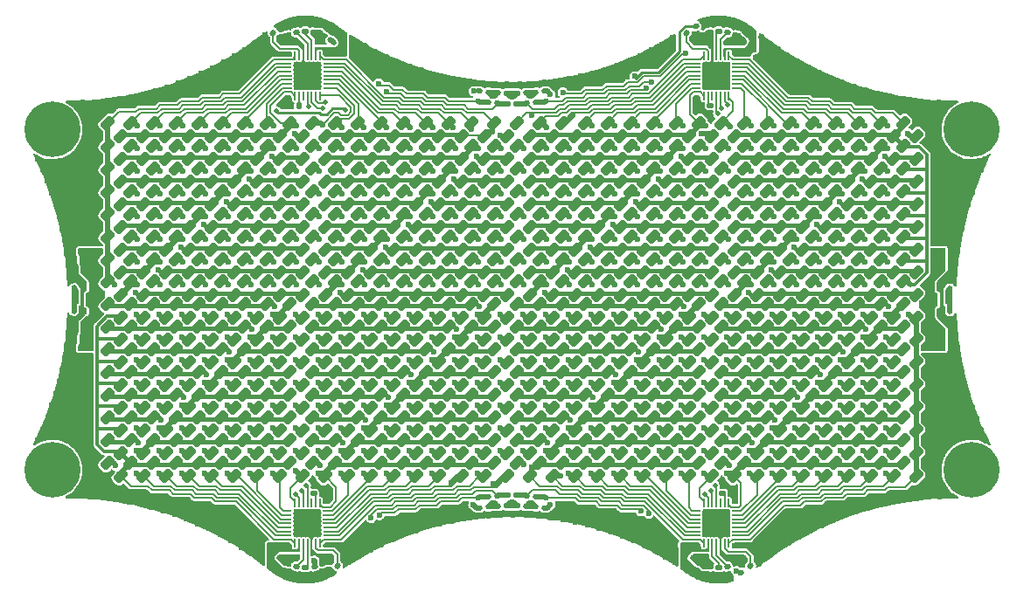
<source format=gtl>
G04 #@! TF.GenerationSoftware,KiCad,Pcbnew,(6.0.2-0)*
G04 #@! TF.CreationDate,2022-12-29T00:03:25+01:00*
G04 #@! TF.ProjectId,nixie-panel,6e697869-652d-4706-916e-656c2e6b6963,rev?*
G04 #@! TF.SameCoordinates,Original*
G04 #@! TF.FileFunction,Copper,L1,Top*
G04 #@! TF.FilePolarity,Positive*
%FSLAX46Y46*%
G04 Gerber Fmt 4.6, Leading zero omitted, Abs format (unit mm)*
G04 Created by KiCad (PCBNEW (6.0.2-0)) date 2022-12-29 00:03:25*
%MOMM*%
%LPD*%
G01*
G04 APERTURE LIST*
G04 Aperture macros list*
%AMRoundRect*
0 Rectangle with rounded corners*
0 $1 Rounding radius*
0 $2 $3 $4 $5 $6 $7 $8 $9 X,Y pos of 4 corners*
0 Add a 4 corners polygon primitive as box body*
4,1,4,$2,$3,$4,$5,$6,$7,$8,$9,$2,$3,0*
0 Add four circle primitives for the rounded corners*
1,1,$1+$1,$2,$3*
1,1,$1+$1,$4,$5*
1,1,$1+$1,$6,$7*
1,1,$1+$1,$8,$9*
0 Add four rect primitives between the rounded corners*
20,1,$1+$1,$2,$3,$4,$5,0*
20,1,$1+$1,$4,$5,$6,$7,0*
20,1,$1+$1,$6,$7,$8,$9,0*
20,1,$1+$1,$8,$9,$2,$3,0*%
G04 Aperture macros list end*
G04 #@! TA.AperFunction,SMDPad,CuDef*
%ADD10RoundRect,0.225000X-0.477297X-0.159099X-0.159099X-0.477297X0.477297X0.159099X0.159099X0.477297X0*%
G04 #@! TD*
G04 #@! TA.AperFunction,SMDPad,CuDef*
%ADD11RoundRect,0.225000X0.477297X0.159099X0.159099X0.477297X-0.477297X-0.159099X-0.159099X-0.477297X0*%
G04 #@! TD*
G04 #@! TA.AperFunction,SMDPad,CuDef*
%ADD12RoundRect,0.125000X0.181302X-0.115670X0.168218X0.133987X-0.181302X0.115670X-0.168218X-0.133987X0*%
G04 #@! TD*
G04 #@! TA.AperFunction,SMDPad,CuDef*
%ADD13RoundRect,0.125000X0.213692X0.024205X0.046409X0.209991X-0.213692X-0.024205X-0.046409X-0.209991X0*%
G04 #@! TD*
G04 #@! TA.AperFunction,SMDPad,CuDef*
%ADD14RoundRect,0.050000X0.050000X-0.350000X0.050000X0.350000X-0.050000X0.350000X-0.050000X-0.350000X0*%
G04 #@! TD*
G04 #@! TA.AperFunction,SMDPad,CuDef*
%ADD15RoundRect,0.050000X0.350000X0.050000X-0.350000X0.050000X-0.350000X-0.050000X0.350000X-0.050000X0*%
G04 #@! TD*
G04 #@! TA.AperFunction,SMDPad,CuDef*
%ADD16RoundRect,0.050000X0.350000X-0.050000X0.350000X0.050000X-0.350000X0.050000X-0.350000X-0.050000X0*%
G04 #@! TD*
G04 #@! TA.AperFunction,SMDPad,CuDef*
%ADD17RoundRect,0.050000X0.050000X0.350000X-0.050000X0.350000X-0.050000X-0.350000X0.050000X-0.350000X0*%
G04 #@! TD*
G04 #@! TA.AperFunction,SMDPad,CuDef*
%ADD18R,2.400000X2.400000*%
G04 #@! TD*
G04 #@! TA.AperFunction,SMDPad,CuDef*
%ADD19RoundRect,0.125000X-0.139562X0.163623X-0.200042X-0.078951X0.139562X-0.163623X0.200042X0.078951X0*%
G04 #@! TD*
G04 #@! TA.AperFunction,SMDPad,CuDef*
%ADD20RoundRect,0.125000X0.106023X0.187107X-0.142608X0.160975X-0.106023X-0.187107X0.142608X-0.160975X0*%
G04 #@! TD*
G04 #@! TA.AperFunction,SMDPad,CuDef*
%ADD21RoundRect,0.125000X-0.158462X0.145395X-0.188929X-0.102741X0.158462X-0.145395X0.188929X0.102741X0*%
G04 #@! TD*
G04 #@! TA.AperFunction,SMDPad,CuDef*
%ADD22RoundRect,0.125000X0.188929X-0.102741X0.158462X0.145395X-0.188929X0.102741X-0.158462X-0.145395X0*%
G04 #@! TD*
G04 #@! TA.AperFunction,SMDPad,CuDef*
%ADD23RoundRect,0.125000X0.175000X-0.125000X0.175000X0.125000X-0.175000X0.125000X-0.175000X-0.125000X0*%
G04 #@! TD*
G04 #@! TA.AperFunction,SMDPad,CuDef*
%ADD24RoundRect,0.125000X-0.213200X0.028211X-0.095832X-0.192526X0.213200X-0.028211X0.095832X0.192526X0*%
G04 #@! TD*
G04 #@! TA.AperFunction,SMDPad,CuDef*
%ADD25RoundRect,0.125000X-0.175000X0.125000X-0.175000X-0.125000X0.175000X-0.125000X0.175000X0.125000X0*%
G04 #@! TD*
G04 #@! TA.AperFunction,SMDPad,CuDef*
%ADD26RoundRect,0.125000X0.200042X-0.078951X0.139562X0.163623X-0.200042X0.078951X-0.139562X-0.163623X0*%
G04 #@! TD*
G04 #@! TA.AperFunction,SMDPad,CuDef*
%ADD27RoundRect,0.125000X0.163440X-0.139777X0.185229X0.109272X-0.163440X0.139777X-0.185229X-0.109272X0*%
G04 #@! TD*
G04 #@! TA.AperFunction,SMDPad,CuDef*
%ADD28RoundRect,0.125000X-0.095832X0.192526X-0.213200X-0.028211X0.095832X-0.192526X0.213200X0.028211X0*%
G04 #@! TD*
G04 #@! TA.AperFunction,SMDPad,CuDef*
%ADD29RoundRect,0.125000X0.099428X0.190694X-0.148139X0.155900X-0.099428X-0.190694X0.148139X-0.155900X0*%
G04 #@! TD*
G04 #@! TA.AperFunction,SMDPad,CuDef*
%ADD30RoundRect,0.125000X-0.133987X-0.168218X0.115670X-0.181302X0.133987X0.168218X-0.115670X0.181302X0*%
G04 #@! TD*
G04 #@! TA.AperFunction,SMDPad,CuDef*
%ADD31RoundRect,0.125000X-0.163440X0.139777X-0.185229X-0.109272X0.163440X-0.139777X0.185229X0.109272X0*%
G04 #@! TD*
G04 #@! TA.AperFunction,SMDPad,CuDef*
%ADD32RoundRect,0.125000X-0.142608X-0.160975X0.106023X-0.187107X0.142608X0.160975X-0.106023X0.187107X0*%
G04 #@! TD*
G04 #@! TA.AperFunction,SMDPad,CuDef*
%ADD33RoundRect,0.125000X0.133987X0.168218X-0.115670X0.181302X-0.133987X-0.168218X0.115670X-0.181302X0*%
G04 #@! TD*
G04 #@! TA.AperFunction,SMDPad,CuDef*
%ADD34RoundRect,0.125000X-0.148139X-0.155900X0.099428X-0.190694X0.148139X0.155900X-0.099428X0.190694X0*%
G04 #@! TD*
G04 #@! TA.AperFunction,SMDPad,CuDef*
%ADD35RoundRect,0.125000X-0.145395X-0.158462X0.102741X-0.188929X0.145395X0.158462X-0.102741X0.188929X0*%
G04 #@! TD*
G04 #@! TA.AperFunction,SMDPad,CuDef*
%ADD36RoundRect,0.125000X0.168218X-0.133987X0.181302X0.115670X-0.168218X0.133987X-0.181302X-0.115670X0*%
G04 #@! TD*
G04 #@! TA.AperFunction,SMDPad,CuDef*
%ADD37RoundRect,0.187500X-0.187500X-0.262500X0.187500X-0.262500X0.187500X0.262500X-0.187500X0.262500X0*%
G04 #@! TD*
G04 #@! TA.AperFunction,SMDPad,CuDef*
%ADD38RoundRect,0.125000X-0.213692X-0.024205X-0.046409X-0.209991X0.213692X0.024205X0.046409X0.209991X0*%
G04 #@! TD*
G04 #@! TA.AperFunction,SMDPad,CuDef*
%ADD39RoundRect,0.125000X0.115670X0.181302X-0.133987X0.168218X-0.115670X-0.181302X0.133987X-0.168218X0*%
G04 #@! TD*
G04 #@! TA.AperFunction,SMDPad,CuDef*
%ADD40RoundRect,0.125000X0.095832X-0.192526X0.213200X0.028211X-0.095832X0.192526X-0.213200X-0.028211X0*%
G04 #@! TD*
G04 #@! TA.AperFunction,SMDPad,CuDef*
%ADD41RoundRect,0.125000X0.213200X-0.028211X0.095832X0.192526X-0.213200X0.028211X-0.095832X-0.192526X0*%
G04 #@! TD*
G04 #@! TA.AperFunction,SMDPad,CuDef*
%ADD42RoundRect,0.125000X0.125000X0.175000X-0.125000X0.175000X-0.125000X-0.175000X0.125000X-0.175000X0*%
G04 #@! TD*
G04 #@! TA.AperFunction,SMDPad,CuDef*
%ADD43RoundRect,0.125000X-0.168218X0.133987X-0.181302X-0.115670X0.168218X-0.133987X0.181302X0.115670X0*%
G04 #@! TD*
G04 #@! TA.AperFunction,ComponentPad*
%ADD44C,0.800000*%
G04 #@! TD*
G04 #@! TA.AperFunction,ComponentPad*
%ADD45C,5.400000*%
G04 #@! TD*
G04 #@! TA.AperFunction,SMDPad,CuDef*
%ADD46RoundRect,0.125000X0.102741X0.188929X-0.145395X0.158462X-0.102741X-0.188929X0.145395X-0.158462X0*%
G04 #@! TD*
G04 #@! TA.AperFunction,SMDPad,CuDef*
%ADD47RoundRect,0.125000X0.172792X-0.128035X0.177155X0.121927X-0.172792X0.128035X-0.177155X-0.121927X0*%
G04 #@! TD*
G04 #@! TA.AperFunction,SMDPad,CuDef*
%ADD48RoundRect,0.125000X0.177155X-0.121927X0.172792X0.128035X-0.177155X0.121927X-0.172792X-0.128035X0*%
G04 #@! TD*
G04 #@! TA.AperFunction,SMDPad,CuDef*
%ADD49RoundRect,0.125000X-0.099428X-0.190694X0.148139X-0.155900X0.099428X0.190694X-0.148139X0.155900X0*%
G04 #@! TD*
G04 #@! TA.AperFunction,SMDPad,CuDef*
%ADD50RoundRect,0.125000X-0.200042X0.078951X-0.139562X-0.163623X0.200042X-0.078951X0.139562X0.163623X0*%
G04 #@! TD*
G04 #@! TA.AperFunction,SMDPad,CuDef*
%ADD51RoundRect,0.125000X-0.188929X0.102741X-0.158462X-0.145395X0.188929X-0.102741X0.158462X0.145395X0*%
G04 #@! TD*
G04 #@! TA.AperFunction,SMDPad,CuDef*
%ADD52RoundRect,0.050000X-0.050000X0.350000X-0.050000X-0.350000X0.050000X-0.350000X0.050000X0.350000X0*%
G04 #@! TD*
G04 #@! TA.AperFunction,SMDPad,CuDef*
%ADD53RoundRect,0.050000X-0.350000X-0.050000X0.350000X-0.050000X0.350000X0.050000X-0.350000X0.050000X0*%
G04 #@! TD*
G04 #@! TA.AperFunction,SMDPad,CuDef*
%ADD54RoundRect,0.050000X-0.350000X0.050000X-0.350000X-0.050000X0.350000X-0.050000X0.350000X0.050000X0*%
G04 #@! TD*
G04 #@! TA.AperFunction,SMDPad,CuDef*
%ADD55RoundRect,0.050000X-0.050000X-0.350000X0.050000X-0.350000X0.050000X0.350000X-0.050000X0.350000X0*%
G04 #@! TD*
G04 #@! TA.AperFunction,SMDPad,CuDef*
%ADD56RoundRect,0.125000X-0.172792X0.128035X-0.177155X-0.121927X0.172792X-0.128035X0.177155X0.121927X0*%
G04 #@! TD*
G04 #@! TA.AperFunction,SMDPad,CuDef*
%ADD57RoundRect,0.125000X-0.102741X-0.188929X0.145395X-0.158462X0.102741X0.188929X-0.145395X0.158462X0*%
G04 #@! TD*
G04 #@! TA.AperFunction,SMDPad,CuDef*
%ADD58RoundRect,0.125000X-0.046409X0.209991X-0.213692X0.024205X0.046409X-0.209991X0.213692X-0.024205X0*%
G04 #@! TD*
G04 #@! TA.AperFunction,SMDPad,CuDef*
%ADD59RoundRect,0.125000X0.139562X-0.163623X0.200042X0.078951X-0.139562X0.163623X-0.200042X-0.078951X0*%
G04 #@! TD*
G04 #@! TA.AperFunction,SMDPad,CuDef*
%ADD60RoundRect,0.125000X0.046409X-0.209991X0.213692X-0.024205X-0.046409X0.209991X-0.213692X0.024205X0*%
G04 #@! TD*
G04 #@! TA.AperFunction,SMDPad,CuDef*
%ADD61RoundRect,0.125000X0.142608X0.160975X-0.106023X0.187107X-0.142608X-0.160975X0.106023X-0.187107X0*%
G04 #@! TD*
G04 #@! TA.AperFunction,SMDPad,CuDef*
%ADD62RoundRect,0.125000X-0.115670X-0.181302X0.133987X-0.168218X0.115670X0.181302X-0.133987X0.168218X0*%
G04 #@! TD*
G04 #@! TA.AperFunction,SMDPad,CuDef*
%ADD63RoundRect,0.125000X-0.106023X-0.187107X0.142608X-0.160975X0.106023X0.187107X-0.142608X0.160975X0*%
G04 #@! TD*
G04 #@! TA.AperFunction,SMDPad,CuDef*
%ADD64RoundRect,0.125000X0.158462X-0.145395X0.188929X0.102741X-0.158462X0.145395X-0.188929X-0.102741X0*%
G04 #@! TD*
G04 #@! TA.AperFunction,SMDPad,CuDef*
%ADD65RoundRect,0.125000X-0.053709X0.208243X-0.214406X0.016732X0.053709X-0.208243X0.214406X-0.016732X0*%
G04 #@! TD*
G04 #@! TA.AperFunction,SMDPad,CuDef*
%ADD66RoundRect,0.125000X0.145395X0.158462X-0.102741X0.188929X-0.145395X-0.158462X0.102741X-0.188929X0*%
G04 #@! TD*
G04 #@! TA.AperFunction,SMDPad,CuDef*
%ADD67RoundRect,0.125000X-0.177155X0.121927X-0.172792X-0.128035X0.177155X-0.121927X0.172792X0.128035X0*%
G04 #@! TD*
G04 #@! TA.AperFunction,SMDPad,CuDef*
%ADD68RoundRect,0.187500X0.187500X0.262500X-0.187500X0.262500X-0.187500X-0.262500X0.187500X-0.262500X0*%
G04 #@! TD*
G04 #@! TA.AperFunction,SMDPad,CuDef*
%ADD69RoundRect,0.125000X-0.185229X0.109272X-0.163440X-0.139777X0.185229X-0.109272X0.163440X0.139777X0*%
G04 #@! TD*
G04 #@! TA.AperFunction,SMDPad,CuDef*
%ADD70RoundRect,0.125000X-0.181302X0.115670X-0.168218X-0.133987X0.181302X-0.115670X0.168218X0.133987X0*%
G04 #@! TD*
G04 #@! TA.AperFunction,SMDPad,CuDef*
%ADD71RoundRect,0.125000X0.148139X0.155900X-0.099428X0.190694X-0.148139X-0.155900X0.099428X-0.190694X0*%
G04 #@! TD*
G04 #@! TA.AperFunction,SMDPad,CuDef*
%ADD72RoundRect,0.125000X0.185229X-0.109272X0.163440X0.139777X-0.185229X0.109272X-0.163440X-0.139777X0*%
G04 #@! TD*
G04 #@! TA.AperFunction,ViaPad*
%ADD73C,0.600000*%
G04 #@! TD*
G04 #@! TA.AperFunction,ViaPad*
%ADD74C,0.500000*%
G04 #@! TD*
G04 #@! TA.AperFunction,Conductor*
%ADD75C,0.500000*%
G04 #@! TD*
G04 #@! TA.AperFunction,Conductor*
%ADD76C,0.400000*%
G04 #@! TD*
G04 #@! TA.AperFunction,Conductor*
%ADD77C,0.300000*%
G04 #@! TD*
G04 #@! TA.AperFunction,Conductor*
%ADD78C,0.200000*%
G04 #@! TD*
G04 #@! TA.AperFunction,Conductor*
%ADD79C,0.250000*%
G04 #@! TD*
G04 APERTURE END LIST*
D10*
G04 #@! TO.P,D323,1,K*
G04 #@! TO.N,/region3/LED Driver/CA3*
X85263604Y-40363604D03*
G04 #@! TO.P,D323,2,A*
G04 #@! TO.N,/region3/LED Driver/CA1*
X86536396Y-41636396D03*
G04 #@! TD*
D11*
G04 #@! TO.P,D206,1,K*
G04 #@! TO.N,/region2/LED Driver/CB4*
X53536396Y-50436396D03*
G04 #@! TO.P,D206,2,A*
G04 #@! TO.N,/region2/LED Driver/CB5*
X52263604Y-49163604D03*
G04 #@! TD*
D10*
G04 #@! TO.P,D342,1,K*
G04 #@! TO.N,/region3/LED Driver/CA4*
X87463604Y-33763604D03*
G04 #@! TO.P,D342,2,A*
G04 #@! TO.N,/region3/LED Driver/CA5*
X88736396Y-35036396D03*
G04 #@! TD*
G04 #@! TO.P,D37,1,K*
G04 #@! TO.N,/region1/LED Driver/CA3*
X45663604Y-35963604D03*
G04 #@! TO.P,D37,2,A*
G04 #@! TO.N,/region1/LED Driver/CA4*
X46936396Y-37236396D03*
G04 #@! TD*
G04 #@! TO.P,D333,1,K*
G04 #@! TO.N,/region3/LED Driver/CB3*
X65463604Y-35963604D03*
G04 #@! TO.P,D333,2,A*
G04 #@! TO.N,/region3/LED Driver/CB4*
X66736396Y-37236396D03*
G04 #@! TD*
G04 #@! TO.P,D316,1,K*
G04 #@! TO.N,/region3/LED Driver/CB2*
X63263604Y-38163604D03*
G04 #@! TO.P,D316,2,A*
G04 #@! TO.N,/region3/LED Driver/CB3*
X64536396Y-39436396D03*
G04 #@! TD*
G04 #@! TO.P,D98,1,K*
G04 #@! TO.N,/region1/LED Driver/CB6*
X32463604Y-24963604D03*
G04 #@! TO.P,D98,2,A*
G04 #@! TO.N,/region1/LED Driver/CB9*
X33736396Y-26236396D03*
G04 #@! TD*
D11*
G04 #@! TO.P,D450,1,K*
G04 #@! TO.N,/region4/LED Driver/CB1*
X99736396Y-59236396D03*
G04 #@! TO.P,D450,2,A*
G04 #@! TO.N,/region4/LED Driver/CB9*
X98463604Y-57963604D03*
G04 #@! TD*
D12*
G04 #@! TO.P,R29,1*
G04 #@! TO.N,+3V3*
X59251168Y-62124315D03*
G04 #@! TO.P,R29,2*
G04 #@! TO.N,Net-(R29-Pad2)*
X59198832Y-61125685D03*
G04 #@! TD*
D10*
G04 #@! TO.P,D96,1,K*
G04 #@! TO.N,/region1/LED Driver/CB6*
X32463604Y-29363604D03*
G04 #@! TO.P,D96,2,A*
G04 #@! TO.N,/region1/LED Driver/CB7*
X33736396Y-30636396D03*
G04 #@! TD*
D13*
G04 #@! TO.P,R26,1*
G04 #@! TO.N,GND*
X38159565Y-16996572D03*
G04 #@! TO.P,R26,2*
G04 #@! TO.N,Net-(R26-Pad2)*
X37490435Y-16253428D03*
G04 #@! TD*
D11*
G04 #@! TO.P,D436,1,K*
G04 #@! TO.N,/region4/LED Driver/CA1*
X79936396Y-46036396D03*
G04 #@! TO.P,D436,2,A*
G04 #@! TO.N,/region4/LED Driver/CA3*
X78663604Y-44763604D03*
G04 #@! TD*
D10*
G04 #@! TO.P,D137,1,K*
G04 #@! TO.N,/region1/LED Driver/CA9*
X58863604Y-27163604D03*
G04 #@! TO.P,D137,2,A*
G04 #@! TO.N,/region1/LED Driver/CA7*
X60136396Y-28436396D03*
G04 #@! TD*
G04 #@! TO.P,D43,1,K*
G04 #@! TO.N,/region1/LED Driver/CB3*
X25863604Y-40363604D03*
G04 #@! TO.P,D43,2,A*
G04 #@! TO.N,/region1/LED Driver/CB1*
X27136396Y-41636396D03*
G04 #@! TD*
D14*
G04 #@! TO.P,U7,1,CA9*
G04 #@! TO.N,/region4/LED Driver/CA9*
X79200000Y-65750000D03*
G04 #@! TO.P,U7,2,VCC*
G04 #@! TO.N,+3V3*
X79600000Y-65750000D03*
G04 #@! TO.P,U7,3,SDB*
G04 #@! TO.N,/region4/LED Driver/SDB*
X80000000Y-65750000D03*
G04 #@! TO.P,U7,4,INTB*
G04 #@! TO.N,/region4/LED Driver/INTB*
X80400000Y-65750000D03*
G04 #@! TO.P,U7,5,GND*
G04 #@! TO.N,GND*
X80800000Y-65750000D03*
G04 #@! TO.P,U7,6,R_EXT*
G04 #@! TO.N,Net-(R56-Pad2)*
X81200000Y-65750000D03*
G04 #@! TO.P,U7,7,CB1*
G04 #@! TO.N,/region4/LED Driver/CB1*
X81600000Y-65750000D03*
D15*
G04 #@! TO.P,U7,8,CB2*
G04 #@! TO.N,/region4/LED Driver/CB2*
X82350000Y-65000000D03*
G04 #@! TO.P,U7,9,CB3*
G04 #@! TO.N,/region4/LED Driver/CB3*
X82350000Y-64600000D03*
G04 #@! TO.P,U7,10,CB4*
G04 #@! TO.N,/region4/LED Driver/CB4*
X82350000Y-64200000D03*
D16*
G04 #@! TO.P,U7,11,CB5*
G04 #@! TO.N,/region4/LED Driver/CB5*
X82337500Y-63800000D03*
G04 #@! TO.P,U7,12,CB6*
G04 #@! TO.N,/region4/LED Driver/CB6*
X82337500Y-63400000D03*
G04 #@! TO.P,U7,13,CB7*
G04 #@! TO.N,/region4/LED Driver/CB7*
X82337500Y-63000000D03*
G04 #@! TO.P,U7,14,CB8*
G04 #@! TO.N,/region4/LED Driver/CB8*
X82337500Y-62600000D03*
D17*
G04 #@! TO.P,U7,15,CB9*
G04 #@! TO.N,/region4/LED Driver/CB9*
X81600000Y-61850000D03*
G04 #@! TO.P,U7,16,C_FILT*
G04 #@! TO.N,Net-(C41-Pad1)*
X81200000Y-61850000D03*
G04 #@! TO.P,U7,17,AUDIO_IN*
G04 #@! TO.N,unconnected-(U7-Pad17)*
X80800000Y-61850000D03*
G04 #@! TO.P,U7,18,ADDR*
G04 #@! TO.N,Net-(R55-Pad2)*
X80400000Y-61850000D03*
G04 #@! TO.P,U7,19,SDA*
G04 #@! TO.N,Net-(R50-Pad2)*
X80000000Y-61850000D03*
G04 #@! TO.P,U7,20,SCL*
G04 #@! TO.N,Net-(R49-Pad2)*
X79600000Y-61850000D03*
D14*
G04 #@! TO.P,U7,21,CA1*
G04 #@! TO.N,/region4/LED Driver/CA1*
X79200000Y-61850000D03*
D15*
G04 #@! TO.P,U7,22,CA2*
G04 #@! TO.N,/region4/LED Driver/CA2*
X78450000Y-62600000D03*
G04 #@! TO.P,U7,23,CA3*
G04 #@! TO.N,/region4/LED Driver/CA3*
X78450000Y-63000000D03*
G04 #@! TO.P,U7,24,CA4*
G04 #@! TO.N,/region4/LED Driver/CA4*
X78450000Y-63400000D03*
G04 #@! TO.P,U7,25,CA5*
G04 #@! TO.N,/region4/LED Driver/CA5*
X78450000Y-63800000D03*
G04 #@! TO.P,U7,26,CA6*
G04 #@! TO.N,/region4/LED Driver/CA6*
X78450000Y-64200000D03*
G04 #@! TO.P,U7,27,CA7*
G04 #@! TO.N,/region4/LED Driver/CA7*
X78450000Y-64600000D03*
G04 #@! TO.P,U7,28,CA8*
G04 #@! TO.N,/region4/LED Driver/CA8*
X78450000Y-65000000D03*
D18*
G04 #@! TO.P,U7,29,PAD*
G04 #@! TO.N,GND*
X80400000Y-63800000D03*
G04 #@! TD*
D10*
G04 #@! TO.P,D423,1,K*
G04 #@! TO.N,/region3/LED Driver/CA9*
X98463604Y-31563604D03*
G04 #@! TO.P,D423,2,A*
G04 #@! TO.N,/region3/LED Driver/CA5*
X99736396Y-32836396D03*
G04 #@! TD*
G04 #@! TO.P,D139,1,K*
G04 #@! TO.N,/region1/LED Driver/CB9*
X39063604Y-40363604D03*
G04 #@! TO.P,D139,2,A*
G04 #@! TO.N,/region1/LED Driver/CB1*
X40336396Y-41636396D03*
G04 #@! TD*
D11*
G04 #@! TO.P,D191,1,K*
G04 #@! TO.N,/region2/LED Driver/CB3*
X55736396Y-52636396D03*
G04 #@! TO.P,D191,2,A*
G04 #@! TO.N,/region2/LED Driver/CB6*
X54463604Y-51363604D03*
G04 #@! TD*
D10*
G04 #@! TO.P,D74,1,K*
G04 #@! TO.N,/region1/LED Driver/CA5*
X50063604Y-24963604D03*
G04 #@! TO.P,D74,2,A*
G04 #@! TO.N,/region1/LED Driver/CA9*
X51336396Y-26236396D03*
G04 #@! TD*
G04 #@! TO.P,D351,1,K*
G04 #@! TO.N,/region3/LED Driver/CB4*
X67663604Y-31563604D03*
G04 #@! TO.P,D351,2,A*
G04 #@! TO.N,/region3/LED Driver/CB6*
X68936396Y-32836396D03*
G04 #@! TD*
D11*
G04 #@! TO.P,D189,1,K*
G04 #@! TO.N,/region2/LED Driver/CB3*
X55736396Y-48236396D03*
G04 #@! TO.P,D189,2,A*
G04 #@! TO.N,/region2/LED Driver/CB4*
X54463604Y-46963604D03*
G04 #@! TD*
G04 #@! TO.P,D163,1,K*
G04 #@! TO.N,/region2/LED Driver/CA2*
X38136396Y-43836396D03*
G04 #@! TO.P,D163,2,A*
G04 #@! TO.N,/region2/LED Driver/CA1*
X36863604Y-42563604D03*
G04 #@! TD*
G04 #@! TO.P,D512,1,K*
G04 #@! TO.N,/region4/LED Driver/CB5*
X90936396Y-54836396D03*
G04 #@! TO.P,D512,2,A*
G04 #@! TO.N,/region4/LED Driver/CB7*
X89663604Y-53563604D03*
G04 #@! TD*
G04 #@! TO.P,D519,1,K*
G04 #@! TO.N,/region4/LED Driver/CA6*
X68936396Y-52636396D03*
G04 #@! TO.P,D519,2,A*
G04 #@! TO.N,/region4/LED Driver/CA5*
X67663604Y-51363604D03*
G04 #@! TD*
D19*
G04 #@! TO.P,R37,1*
G04 #@! TO.N,+3V3*
X81720961Y-15214852D03*
G04 #@! TO.P,R37,2*
G04 #@! TO.N,/region3/LED Driver/SDB*
X81479039Y-16185148D03*
G04 #@! TD*
D10*
G04 #@! TO.P,D366,1,K*
G04 #@! TO.N,/region3/LED Driver/CB5*
X69863604Y-33763604D03*
G04 #@! TO.P,D366,2,A*
G04 #@! TO.N,/region3/LED Driver/CB4*
X71136396Y-35036396D03*
G04 #@! TD*
D11*
G04 #@! TO.P,D518,1,K*
G04 #@! TO.N,/region4/LED Driver/CA6*
X68936396Y-50436396D03*
G04 #@! TO.P,D518,2,A*
G04 #@! TO.N,/region4/LED Driver/CA4*
X67663604Y-49163604D03*
G04 #@! TD*
G04 #@! TO.P,D467,1,K*
G04 #@! TO.N,/region4/LED Driver/CA3*
X75536396Y-43836396D03*
G04 #@! TO.P,D467,2,A*
G04 #@! TO.N,/region4/LED Driver/CA1*
X74263604Y-42563604D03*
G04 #@! TD*
D10*
G04 #@! TO.P,D420,1,K*
G04 #@! TO.N,/region3/LED Driver/CA9*
X98463604Y-38163604D03*
G04 #@! TO.P,D420,2,A*
G04 #@! TO.N,/region3/LED Driver/CA2*
X99736396Y-39436396D03*
G04 #@! TD*
D11*
G04 #@! TO.P,D447,1,K*
G04 #@! TO.N,/region4/LED Driver/CB1*
X99736396Y-52636396D03*
G04 #@! TO.P,D447,2,A*
G04 #@! TO.N,/region4/LED Driver/CB6*
X98463604Y-51363604D03*
G04 #@! TD*
D10*
G04 #@! TO.P,D410,1,K*
G04 #@! TO.N,/region3/LED Driver/CA8*
X96263604Y-24963604D03*
G04 #@! TO.P,D410,2,A*
G04 #@! TO.N,/region3/LED Driver/CA9*
X97536396Y-26236396D03*
G04 #@! TD*
G04 #@! TO.P,D412,1,K*
G04 #@! TO.N,/region3/LED Driver/CB8*
X76463604Y-38163604D03*
G04 #@! TO.P,D412,2,A*
G04 #@! TO.N,/region3/LED Driver/CB2*
X77736396Y-39436396D03*
G04 #@! TD*
D20*
G04 #@! TO.P,C1,1*
G04 #@! TO.N,+3V3*
X19097261Y-39322736D03*
G04 #@! TO.P,C1,2*
G04 #@! TO.N,GND*
X18102739Y-39427264D03*
G04 #@! TD*
D10*
G04 #@! TO.P,D71,1,K*
G04 #@! TO.N,/region1/LED Driver/CA5*
X50063604Y-31563604D03*
G04 #@! TO.P,D71,2,A*
G04 #@! TO.N,/region1/LED Driver/CA6*
X51336396Y-32836396D03*
G04 #@! TD*
G04 #@! TO.P,D67,1,K*
G04 #@! TO.N,/region1/LED Driver/CA5*
X50063604Y-40363604D03*
G04 #@! TO.P,D67,2,A*
G04 #@! TO.N,/region1/LED Driver/CA1*
X51336396Y-41636396D03*
G04 #@! TD*
G04 #@! TO.P,D26,1,K*
G04 #@! TO.N,/region1/LED Driver/CA2*
X43463604Y-24963604D03*
G04 #@! TO.P,D26,2,A*
G04 #@! TO.N,/region1/LED Driver/CA9*
X44736396Y-26236396D03*
G04 #@! TD*
D11*
G04 #@! TO.P,D462,1,K*
G04 #@! TO.N,/region4/LED Driver/CB2*
X97536396Y-50436396D03*
G04 #@! TO.P,D462,2,A*
G04 #@! TO.N,/region4/LED Driver/CB5*
X96263604Y-49163604D03*
G04 #@! TD*
G04 #@! TO.P,D457,1,K*
G04 #@! TO.N,/region4/LED Driver/CA2*
X77736396Y-57036396D03*
G04 #@! TO.P,D457,2,A*
G04 #@! TO.N,/region4/LED Driver/CA8*
X76463604Y-55763604D03*
G04 #@! TD*
G04 #@! TO.P,D559,1,K*
G04 #@! TO.N,/region4/LED Driver/CB8*
X84336396Y-52636396D03*
G04 #@! TO.P,D559,2,A*
G04 #@! TO.N,/region4/LED Driver/CB5*
X83063604Y-51363604D03*
G04 #@! TD*
G04 #@! TO.P,D482,1,K*
G04 #@! TO.N,/region4/LED Driver/CB3*
X95336396Y-59236396D03*
G04 #@! TO.P,D482,2,A*
G04 #@! TO.N,/region4/LED Driver/CB9*
X94063604Y-57963604D03*
G04 #@! TD*
G04 #@! TO.P,D241,1,K*
G04 #@! TO.N,/region2/LED Driver/CB6*
X49136396Y-57036396D03*
G04 #@! TO.P,D241,2,A*
G04 #@! TO.N,/region2/LED Driver/CB8*
X47863604Y-55763604D03*
G04 #@! TD*
G04 #@! TO.P,D198,1,K*
G04 #@! TO.N,/region2/LED Driver/CA4*
X33736396Y-50436396D03*
G04 #@! TO.P,D198,2,A*
G04 #@! TO.N,/region2/LED Driver/CA5*
X32463604Y-49163604D03*
G04 #@! TD*
D10*
G04 #@! TO.P,D99,1,K*
G04 #@! TO.N,/region1/LED Driver/CA7*
X54463604Y-40363604D03*
G04 #@! TO.P,D99,2,A*
G04 #@! TO.N,/region1/LED Driver/CA1*
X55736396Y-41636396D03*
G04 #@! TD*
D11*
G04 #@! TO.P,D491,1,K*
G04 #@! TO.N,/region4/LED Driver/CB4*
X93136396Y-43836396D03*
G04 #@! TO.P,D491,2,A*
G04 #@! TO.N,/region4/LED Driver/CB1*
X91863604Y-42563604D03*
G04 #@! TD*
G04 #@! TO.P,D444,1,K*
G04 #@! TO.N,/region4/LED Driver/CB1*
X99736396Y-46036396D03*
G04 #@! TO.P,D444,2,A*
G04 #@! TO.N,/region4/LED Driver/CB3*
X98463604Y-44763604D03*
G04 #@! TD*
D21*
G04 #@! TO.P,R22,1*
G04 #@! TO.N,/I2C0-SCL*
X57435935Y-21903727D03*
G04 #@! TO.P,R22,2*
G04 #@! TO.N,Net-(R19-Pad2)*
X57314065Y-22896273D03*
G04 #@! TD*
D10*
G04 #@! TO.P,D302,1,K*
G04 #@! TO.N,/region3/LED Driver/CB1*
X61063604Y-33763604D03*
G04 #@! TO.P,D302,2,A*
G04 #@! TO.N,/region3/LED Driver/CB5*
X62336396Y-35036396D03*
G04 #@! TD*
D11*
G04 #@! TO.P,D150,1,K*
G04 #@! TO.N,/region2/LED Driver/CA1*
X40336396Y-50436396D03*
G04 #@! TO.P,D150,2,A*
G04 #@! TO.N,/region2/LED Driver/CA5*
X39063604Y-49163604D03*
G04 #@! TD*
D10*
G04 #@! TO.P,D48,1,K*
G04 #@! TO.N,/region1/LED Driver/CB3*
X25863604Y-29363604D03*
G04 #@! TO.P,D48,2,A*
G04 #@! TO.N,/region1/LED Driver/CB7*
X27136396Y-30636396D03*
G04 #@! TD*
D11*
G04 #@! TO.P,D245,1,K*
G04 #@! TO.N,/region2/LED Driver/CA7*
X27136396Y-48236396D03*
G04 #@! TO.P,D245,2,A*
G04 #@! TO.N,/region2/LED Driver/CA3*
X25863604Y-46963604D03*
G04 #@! TD*
D10*
G04 #@! TO.P,D414,1,K*
G04 #@! TO.N,/region3/LED Driver/CB8*
X76463604Y-33763604D03*
G04 #@! TO.P,D414,2,A*
G04 #@! TO.N,/region3/LED Driver/CB4*
X77736396Y-35036396D03*
G04 #@! TD*
G04 #@! TO.P,D82,1,K*
G04 #@! TO.N,/region1/LED Driver/CB5*
X30263604Y-24963604D03*
G04 #@! TO.P,D82,2,A*
G04 #@! TO.N,/region1/LED Driver/CB9*
X31536396Y-26236396D03*
G04 #@! TD*
D11*
G04 #@! TO.P,D556,1,K*
G04 #@! TO.N,/region4/LED Driver/CB8*
X84336396Y-46036396D03*
G04 #@! TO.P,D556,2,A*
G04 #@! TO.N,/region4/LED Driver/CB2*
X83063604Y-44763604D03*
G04 #@! TD*
G04 #@! TO.P,D226,1,K*
G04 #@! TO.N,/region2/LED Driver/CB5*
X51336396Y-59236396D03*
G04 #@! TO.P,D226,2,A*
G04 #@! TO.N,/region2/LED Driver/CB9*
X50063604Y-57963604D03*
G04 #@! TD*
G04 #@! TO.P,D488,1,K*
G04 #@! TO.N,/region4/LED Driver/CA4*
X73336396Y-54836396D03*
G04 #@! TO.P,D488,2,A*
G04 #@! TO.N,/region4/LED Driver/CA7*
X72063604Y-53563604D03*
G04 #@! TD*
D10*
G04 #@! TO.P,D125,1,K*
G04 #@! TO.N,/region1/LED Driver/CB8*
X36863604Y-35963604D03*
G04 #@! TO.P,D125,2,A*
G04 #@! TO.N,/region1/LED Driver/CB3*
X38136396Y-37236396D03*
G04 #@! TD*
D11*
G04 #@! TO.P,D242,1,K*
G04 #@! TO.N,/region2/LED Driver/CB6*
X49136396Y-59236396D03*
G04 #@! TO.P,D242,2,A*
G04 #@! TO.N,/region2/LED Driver/CB9*
X47863604Y-57963604D03*
G04 #@! TD*
D10*
G04 #@! TO.P,D378,1,K*
G04 #@! TO.N,/region3/LED Driver/CA6*
X91863604Y-24963604D03*
G04 #@! TO.P,D378,2,A*
G04 #@! TO.N,/region3/LED Driver/CA9*
X93136396Y-26236396D03*
G04 #@! TD*
D11*
G04 #@! TO.P,D153,1,K*
G04 #@! TO.N,/region2/LED Driver/CA1*
X40336396Y-57036396D03*
G04 #@! TO.P,D153,2,A*
G04 #@! TO.N,/region2/LED Driver/CA8*
X39063604Y-55763604D03*
G04 #@! TD*
G04 #@! TO.P,D194,1,K*
G04 #@! TO.N,/region2/LED Driver/CB3*
X55736396Y-59236396D03*
G04 #@! TO.P,D194,2,A*
G04 #@! TO.N,/region2/LED Driver/CB9*
X54463604Y-57963604D03*
G04 #@! TD*
D22*
G04 #@! TO.P,R31,1*
G04 #@! TO.N,/I2C1-SDA*
X57435935Y-62296273D03*
G04 #@! TO.P,R31,2*
G04 #@! TO.N,Net-(R30-Pad2)*
X57314065Y-61303727D03*
G04 #@! TD*
D23*
G04 #@! TO.P,C41,1*
G04 #@! TO.N,Net-(C41-Pad1)*
X81000000Y-60900000D03*
G04 #@! TO.P,C41,2*
G04 #@! TO.N,GND*
X81000000Y-59900000D03*
G04 #@! TD*
D11*
G04 #@! TO.P,D174,1,K*
G04 #@! TO.N,/region2/LED Driver/CB2*
X57936396Y-50436396D03*
G04 #@! TO.P,D174,2,A*
G04 #@! TO.N,/region2/LED Driver/CB5*
X56663604Y-49163604D03*
G04 #@! TD*
D24*
G04 #@! TO.P,R55,1*
G04 #@! TO.N,GND*
X82315264Y-67683526D03*
G04 #@! TO.P,R55,2*
G04 #@! TO.N,Net-(R55-Pad2)*
X82784736Y-68566474D03*
G04 #@! TD*
D10*
G04 #@! TO.P,D95,1,K*
G04 #@! TO.N,/region1/LED Driver/CB6*
X32463604Y-31563604D03*
G04 #@! TO.P,D95,2,A*
G04 #@! TO.N,/region1/LED Driver/CB5*
X33736396Y-32836396D03*
G04 #@! TD*
G04 #@! TO.P,D427,1,K*
G04 #@! TO.N,/region3/LED Driver/CB9*
X78663604Y-40363604D03*
G04 #@! TO.P,D427,2,A*
G04 #@! TO.N,/region3/LED Driver/CB1*
X79936396Y-41636396D03*
G04 #@! TD*
D11*
G04 #@! TO.P,D529,1,K*
G04 #@! TO.N,/region4/LED Driver/CB6*
X88736396Y-57036396D03*
G04 #@! TO.P,D529,2,A*
G04 #@! TO.N,/region4/LED Driver/CB8*
X87463604Y-55763604D03*
G04 #@! TD*
G04 #@! TO.P,D562,1,K*
G04 #@! TO.N,/region4/LED Driver/CB8*
X84336396Y-59236396D03*
G04 #@! TO.P,D562,2,A*
G04 #@! TO.N,/region4/LED Driver/CB9*
X83063604Y-57963604D03*
G04 #@! TD*
G04 #@! TO.P,D202,1,K*
G04 #@! TO.N,/region2/LED Driver/CA4*
X33736396Y-59236396D03*
G04 #@! TO.P,D202,2,A*
G04 #@! TO.N,/region2/LED Driver/CA9*
X32463604Y-57963604D03*
G04 #@! TD*
D10*
G04 #@! TO.P,D320,1,K*
G04 #@! TO.N,/region3/LED Driver/CB2*
X63263604Y-29363604D03*
G04 #@! TO.P,D320,2,A*
G04 #@! TO.N,/region3/LED Driver/CB7*
X64536396Y-30636396D03*
G04 #@! TD*
D11*
G04 #@! TO.P,D442,1,K*
G04 #@! TO.N,/region4/LED Driver/CA1*
X79936396Y-59236396D03*
G04 #@! TO.P,D442,2,A*
G04 #@! TO.N,/region4/LED Driver/CA9*
X78663604Y-57963604D03*
G04 #@! TD*
D25*
G04 #@! TO.P,R17,1*
G04 #@! TO.N,+3V3*
X40600000Y-15075000D03*
G04 #@! TO.P,R17,2*
G04 #@! TO.N,/region1/LED Driver/SDB*
X40600000Y-16075000D03*
G04 #@! TD*
D11*
G04 #@! TO.P,D266,1,K*
G04 #@! TO.N,/region2/LED Driver/CA8*
X24936396Y-59236396D03*
G04 #@! TO.P,D266,2,A*
G04 #@! TO.N,/region2/LED Driver/CA9*
X23663604Y-57963604D03*
G04 #@! TD*
D10*
G04 #@! TO.P,D108,1,K*
G04 #@! TO.N,/region1/LED Driver/CB7*
X34663604Y-38163604D03*
G04 #@! TO.P,D108,2,A*
G04 #@! TO.N,/region1/LED Driver/CB2*
X35936396Y-39436396D03*
G04 #@! TD*
G04 #@! TO.P,D141,1,K*
G04 #@! TO.N,/region1/LED Driver/CB9*
X39063604Y-35963604D03*
G04 #@! TO.P,D141,2,A*
G04 #@! TO.N,/region1/LED Driver/CB3*
X40336396Y-37236396D03*
G04 #@! TD*
D11*
G04 #@! TO.P,D229,1,K*
G04 #@! TO.N,/region2/LED Driver/CA6*
X29336396Y-48236396D03*
G04 #@! TO.P,D229,2,A*
G04 #@! TO.N,/region2/LED Driver/CA3*
X28063604Y-46963604D03*
G04 #@! TD*
D10*
G04 #@! TO.P,D111,1,K*
G04 #@! TO.N,/region1/LED Driver/CB7*
X34663604Y-31563604D03*
G04 #@! TO.P,D111,2,A*
G04 #@! TO.N,/region1/LED Driver/CB5*
X35936396Y-32836396D03*
G04 #@! TD*
D26*
G04 #@! TO.P,R35,1*
G04 #@! TO.N,+3V3*
X41720961Y-68960148D03*
G04 #@! TO.P,R35,2*
G04 #@! TO.N,Net-(R35-Pad2)*
X41479039Y-67989852D03*
G04 #@! TD*
D10*
G04 #@! TO.P,D142,1,K*
G04 #@! TO.N,/region1/LED Driver/CB9*
X39063604Y-33763604D03*
G04 #@! TO.P,D142,2,A*
G04 #@! TO.N,/region1/LED Driver/CB4*
X40336396Y-35036396D03*
G04 #@! TD*
D11*
G04 #@! TO.P,D272,1,K*
G04 #@! TO.N,/region2/LED Driver/CB8*
X44736396Y-54836396D03*
G04 #@! TO.P,D272,2,A*
G04 #@! TO.N,/region2/LED Driver/CB6*
X43463604Y-53563604D03*
G04 #@! TD*
G04 #@! TO.P,D446,1,K*
G04 #@! TO.N,/region4/LED Driver/CB1*
X99736396Y-50436396D03*
G04 #@! TO.P,D446,2,A*
G04 #@! TO.N,/region4/LED Driver/CB5*
X98463604Y-49163604D03*
G04 #@! TD*
G04 #@! TO.P,D565,1,K*
G04 #@! TO.N,/region4/LED Driver/CA9*
X62336396Y-48236396D03*
G04 #@! TO.P,D565,2,A*
G04 #@! TO.N,/region4/LED Driver/CA3*
X61063604Y-46963604D03*
G04 #@! TD*
G04 #@! TO.P,D466,1,K*
G04 #@! TO.N,/region4/LED Driver/CB2*
X97536396Y-59236396D03*
G04 #@! TO.P,D466,2,A*
G04 #@! TO.N,/region4/LED Driver/CB9*
X96263604Y-57963604D03*
G04 #@! TD*
G04 #@! TO.P,D500,1,K*
G04 #@! TO.N,/region4/LED Driver/CA5*
X71136396Y-46036396D03*
G04 #@! TO.P,D500,2,A*
G04 #@! TO.N,/region4/LED Driver/CA2*
X69863604Y-44763604D03*
G04 #@! TD*
D10*
G04 #@! TO.P,D30,1,K*
G04 #@! TO.N,/region1/LED Driver/CB2*
X23663604Y-33763604D03*
G04 #@! TO.P,D30,2,A*
G04 #@! TO.N,/region1/LED Driver/CB5*
X24936396Y-35036396D03*
G04 #@! TD*
D11*
G04 #@! TO.P,D255,1,K*
G04 #@! TO.N,/region2/LED Driver/CB7*
X46936396Y-52636396D03*
G04 #@! TO.P,D255,2,A*
G04 #@! TO.N,/region2/LED Driver/CB5*
X45663604Y-51363604D03*
G04 #@! TD*
G04 #@! TO.P,D154,1,K*
G04 #@! TO.N,/region2/LED Driver/CA1*
X40336396Y-59236396D03*
G04 #@! TO.P,D154,2,A*
G04 #@! TO.N,/region2/LED Driver/CA9*
X39063604Y-57963604D03*
G04 #@! TD*
D10*
G04 #@! TO.P,D105,1,K*
G04 #@! TO.N,/region1/LED Driver/CA7*
X54463604Y-27163604D03*
G04 #@! TO.P,D105,2,A*
G04 #@! TO.N,/region1/LED Driver/CA8*
X55736396Y-28436396D03*
G04 #@! TD*
D11*
G04 #@! TO.P,D155,1,K*
G04 #@! TO.N,/region2/LED Driver/CB1*
X60136396Y-43836396D03*
G04 #@! TO.P,D155,2,A*
G04 #@! TO.N,/region2/LED Driver/CB2*
X58863604Y-42563604D03*
G04 #@! TD*
D10*
G04 #@! TO.P,D41,1,K*
G04 #@! TO.N,/region1/LED Driver/CA3*
X45663604Y-27163604D03*
G04 #@! TO.P,D41,2,A*
G04 #@! TO.N,/region1/LED Driver/CA8*
X46936396Y-28436396D03*
G04 #@! TD*
D11*
G04 #@! TO.P,D267,1,K*
G04 #@! TO.N,/region2/LED Driver/CB8*
X44736396Y-43836396D03*
G04 #@! TO.P,D267,2,A*
G04 #@! TO.N,/region2/LED Driver/CB1*
X43463604Y-42563604D03*
G04 #@! TD*
D10*
G04 #@! TO.P,D318,1,K*
G04 #@! TO.N,/region3/LED Driver/CB2*
X63263604Y-33763604D03*
G04 #@! TO.P,D318,2,A*
G04 #@! TO.N,/region3/LED Driver/CB5*
X64536396Y-35036396D03*
G04 #@! TD*
G04 #@! TO.P,D15,1,K*
G04 #@! TO.N,/region1/LED Driver/CB1*
X21463604Y-31563604D03*
G04 #@! TO.P,D15,2,A*
G04 #@! TO.N,/region1/LED Driver/CB6*
X22736396Y-32836396D03*
G04 #@! TD*
D11*
G04 #@! TO.P,D523,1,K*
G04 #@! TO.N,/region4/LED Driver/CB6*
X88736396Y-43836396D03*
G04 #@! TO.P,D523,2,A*
G04 #@! TO.N,/region4/LED Driver/CB1*
X87463604Y-42563604D03*
G04 #@! TD*
G04 #@! TO.P,D280,1,K*
G04 #@! TO.N,/region2/LED Driver/CA9*
X22736396Y-54836396D03*
G04 #@! TO.P,D280,2,A*
G04 #@! TO.N,/region2/LED Driver/CA6*
X21463604Y-53563604D03*
G04 #@! TD*
G04 #@! TO.P,D244,1,K*
G04 #@! TO.N,/region2/LED Driver/CA7*
X27136396Y-46036396D03*
G04 #@! TO.P,D244,2,A*
G04 #@! TO.N,/region2/LED Driver/CA2*
X25863604Y-44763604D03*
G04 #@! TD*
D10*
G04 #@! TO.P,D319,1,K*
G04 #@! TO.N,/region3/LED Driver/CB2*
X63263604Y-31563604D03*
G04 #@! TO.P,D319,2,A*
G04 #@! TO.N,/region3/LED Driver/CB6*
X64536396Y-32836396D03*
G04 #@! TD*
D11*
G04 #@! TO.P,D178,1,K*
G04 #@! TO.N,/region2/LED Driver/CB2*
X57936396Y-59236396D03*
G04 #@! TO.P,D178,2,A*
G04 #@! TO.N,/region2/LED Driver/CB9*
X56663604Y-57963604D03*
G04 #@! TD*
G04 #@! TO.P,D186,1,K*
G04 #@! TO.N,/region2/LED Driver/CA3*
X35936396Y-59236396D03*
G04 #@! TO.P,D186,2,A*
G04 #@! TO.N,/region2/LED Driver/CA9*
X34663604Y-57963604D03*
G04 #@! TD*
D10*
G04 #@! TO.P,D354,1,K*
G04 #@! TO.N,/region3/LED Driver/CB4*
X67663604Y-24963604D03*
G04 #@! TO.P,D354,2,A*
G04 #@! TO.N,/region3/LED Driver/CB9*
X68936396Y-26236396D03*
G04 #@! TD*
G04 #@! TO.P,D338,1,K*
G04 #@! TO.N,/region3/LED Driver/CB3*
X65463604Y-24963604D03*
G04 #@! TO.P,D338,2,A*
G04 #@! TO.N,/region3/LED Driver/CB9*
X66736396Y-26236396D03*
G04 #@! TD*
D11*
G04 #@! TO.P,D555,1,K*
G04 #@! TO.N,/region4/LED Driver/CB8*
X84336396Y-43836396D03*
G04 #@! TO.P,D555,2,A*
G04 #@! TO.N,/region4/LED Driver/CB1*
X83063604Y-42563604D03*
G04 #@! TD*
G04 #@! TO.P,D485,1,K*
G04 #@! TO.N,/region4/LED Driver/CA4*
X73336396Y-48236396D03*
G04 #@! TO.P,D485,2,A*
G04 #@! TO.N,/region4/LED Driver/CA3*
X72063604Y-46963604D03*
G04 #@! TD*
D10*
G04 #@! TO.P,D314,1,K*
G04 #@! TO.N,/region3/LED Driver/CA2*
X83063604Y-24963604D03*
G04 #@! TO.P,D314,2,A*
G04 #@! TO.N,/region3/LED Driver/CA9*
X84336396Y-26236396D03*
G04 #@! TD*
D11*
G04 #@! TO.P,D508,1,K*
G04 #@! TO.N,/region4/LED Driver/CB5*
X90936396Y-46036396D03*
G04 #@! TO.P,D508,2,A*
G04 #@! TO.N,/region4/LED Driver/CB2*
X89663604Y-44763604D03*
G04 #@! TD*
G04 #@! TO.P,D184,1,K*
G04 #@! TO.N,/region2/LED Driver/CA3*
X35936396Y-54836396D03*
G04 #@! TO.P,D184,2,A*
G04 #@! TO.N,/region2/LED Driver/CA7*
X34663604Y-53563604D03*
G04 #@! TD*
D10*
G04 #@! TO.P,D88,1,K*
G04 #@! TO.N,/region1/LED Driver/CA6*
X52263604Y-29363604D03*
G04 #@! TO.P,D88,2,A*
G04 #@! TO.N,/region1/LED Driver/CA7*
X53536396Y-30636396D03*
G04 #@! TD*
D11*
G04 #@! TO.P,D552,1,K*
G04 #@! TO.N,/region4/LED Driver/CA8*
X64536396Y-54836396D03*
G04 #@! TO.P,D552,2,A*
G04 #@! TO.N,/region4/LED Driver/CA6*
X63263604Y-53563604D03*
G04 #@! TD*
G04 #@! TO.P,D286,1,K*
G04 #@! TO.N,/region2/LED Driver/CB9*
X42536396Y-50436396D03*
G04 #@! TO.P,D286,2,A*
G04 #@! TO.N,/region2/LED Driver/CB4*
X41263604Y-49163604D03*
G04 #@! TD*
G04 #@! TO.P,D197,1,K*
G04 #@! TO.N,/region2/LED Driver/CA4*
X33736396Y-48236396D03*
G04 #@! TO.P,D197,2,A*
G04 #@! TO.N,/region2/LED Driver/CA3*
X32463604Y-46963604D03*
G04 #@! TD*
D10*
G04 #@! TO.P,D317,1,K*
G04 #@! TO.N,/region3/LED Driver/CB2*
X63263604Y-35963604D03*
G04 #@! TO.P,D317,2,A*
G04 #@! TO.N,/region3/LED Driver/CB4*
X64536396Y-37236396D03*
G04 #@! TD*
D11*
G04 #@! TO.P,D277,1,K*
G04 #@! TO.N,/region2/LED Driver/CA9*
X22736396Y-48236396D03*
G04 #@! TO.P,D277,2,A*
G04 #@! TO.N,/region2/LED Driver/CA3*
X21463604Y-46963604D03*
G04 #@! TD*
G04 #@! TO.P,D474,1,K*
G04 #@! TO.N,/region4/LED Driver/CA3*
X75536396Y-59236396D03*
G04 #@! TO.P,D474,2,A*
G04 #@! TO.N,/region4/LED Driver/CA9*
X74263604Y-57963604D03*
G04 #@! TD*
G04 #@! TO.P,D542,1,K*
G04 #@! TO.N,/region4/LED Driver/CB7*
X86536396Y-50436396D03*
G04 #@! TO.P,D542,2,A*
G04 #@! TO.N,/region4/LED Driver/CB4*
X85263604Y-49163604D03*
G04 #@! TD*
G04 #@! TO.P,D455,1,K*
G04 #@! TO.N,/region4/LED Driver/CA2*
X77736396Y-52636396D03*
G04 #@! TO.P,D455,2,A*
G04 #@! TO.N,/region4/LED Driver/CA6*
X76463604Y-51363604D03*
G04 #@! TD*
D10*
G04 #@! TO.P,D392,1,K*
G04 #@! TO.N,/region3/LED Driver/CA7*
X94063604Y-29363604D03*
G04 #@! TO.P,D392,2,A*
G04 #@! TO.N,/region3/LED Driver/CA6*
X95336396Y-30636396D03*
G04 #@! TD*
G04 #@! TO.P,D114,1,K*
G04 #@! TO.N,/region1/LED Driver/CB7*
X34663604Y-24963604D03*
G04 #@! TO.P,D114,2,A*
G04 #@! TO.N,/region1/LED Driver/CB9*
X35936396Y-26236396D03*
G04 #@! TD*
D11*
G04 #@! TO.P,D285,1,K*
G04 #@! TO.N,/region2/LED Driver/CB9*
X42536396Y-48236396D03*
G04 #@! TO.P,D285,2,A*
G04 #@! TO.N,/region2/LED Driver/CB3*
X41263604Y-46963604D03*
G04 #@! TD*
D10*
G04 #@! TO.P,D368,1,K*
G04 #@! TO.N,/region3/LED Driver/CB5*
X69863604Y-29363604D03*
G04 #@! TO.P,D368,2,A*
G04 #@! TO.N,/region3/LED Driver/CB7*
X71136396Y-30636396D03*
G04 #@! TD*
D11*
G04 #@! TO.P,D265,1,K*
G04 #@! TO.N,/region2/LED Driver/CA8*
X24936396Y-57036396D03*
G04 #@! TO.P,D265,2,A*
G04 #@! TO.N,/region2/LED Driver/CA7*
X23663604Y-55763604D03*
G04 #@! TD*
D10*
G04 #@! TO.P,D358,1,K*
G04 #@! TO.N,/region3/LED Driver/CA5*
X89663604Y-33763604D03*
G04 #@! TO.P,D358,2,A*
G04 #@! TO.N,/region3/LED Driver/CA4*
X90936396Y-35036396D03*
G04 #@! TD*
G04 #@! TO.P,D61,1,K*
G04 #@! TO.N,/region1/LED Driver/CB4*
X28063604Y-35963604D03*
G04 #@! TO.P,D61,2,A*
G04 #@! TO.N,/region1/LED Driver/CB3*
X29336396Y-37236396D03*
G04 #@! TD*
G04 #@! TO.P,D124,1,K*
G04 #@! TO.N,/region1/LED Driver/CB8*
X36863604Y-38163604D03*
G04 #@! TO.P,D124,2,A*
G04 #@! TO.N,/region1/LED Driver/CB2*
X38136396Y-39436396D03*
G04 #@! TD*
G04 #@! TO.P,D371,1,K*
G04 #@! TO.N,/region3/LED Driver/CA6*
X91863604Y-40363604D03*
G04 #@! TO.P,D371,2,A*
G04 #@! TO.N,/region3/LED Driver/CA1*
X93136396Y-41636396D03*
G04 #@! TD*
D11*
G04 #@! TO.P,D200,1,K*
G04 #@! TO.N,/region2/LED Driver/CA4*
X33736396Y-54836396D03*
G04 #@! TO.P,D200,2,A*
G04 #@! TO.N,/region2/LED Driver/CA7*
X32463604Y-53563604D03*
G04 #@! TD*
G04 #@! TO.P,D230,1,K*
G04 #@! TO.N,/region2/LED Driver/CA6*
X29336396Y-50436396D03*
G04 #@! TO.P,D230,2,A*
G04 #@! TO.N,/region2/LED Driver/CA4*
X28063604Y-49163604D03*
G04 #@! TD*
G04 #@! TO.P,D268,1,K*
G04 #@! TO.N,/region2/LED Driver/CB8*
X44736396Y-46036396D03*
G04 #@! TO.P,D268,2,A*
G04 #@! TO.N,/region2/LED Driver/CB2*
X43463604Y-44763604D03*
G04 #@! TD*
D10*
G04 #@! TO.P,D93,1,K*
G04 #@! TO.N,/region1/LED Driver/CB6*
X32463604Y-35963604D03*
G04 #@! TO.P,D93,2,A*
G04 #@! TO.N,/region1/LED Driver/CB3*
X33736396Y-37236396D03*
G04 #@! TD*
D11*
G04 #@! TO.P,D554,1,K*
G04 #@! TO.N,/region4/LED Driver/CA8*
X64536396Y-59236396D03*
G04 #@! TO.P,D554,2,A*
G04 #@! TO.N,/region4/LED Driver/CA9*
X63263604Y-57963604D03*
G04 #@! TD*
D10*
G04 #@! TO.P,D428,1,K*
G04 #@! TO.N,/region3/LED Driver/CB9*
X78663604Y-38163604D03*
G04 #@! TO.P,D428,2,A*
G04 #@! TO.N,/region3/LED Driver/CB2*
X79936396Y-39436396D03*
G04 #@! TD*
D11*
G04 #@! TO.P,D493,1,K*
G04 #@! TO.N,/region4/LED Driver/CB4*
X93136396Y-48236396D03*
G04 #@! TO.P,D493,2,A*
G04 #@! TO.N,/region4/LED Driver/CB3*
X91863604Y-46963604D03*
G04 #@! TD*
G04 #@! TO.P,D549,1,K*
G04 #@! TO.N,/region4/LED Driver/CA8*
X64536396Y-48236396D03*
G04 #@! TO.P,D549,2,A*
G04 #@! TO.N,/region4/LED Driver/CA3*
X63263604Y-46963604D03*
G04 #@! TD*
D10*
G04 #@! TO.P,D106,1,K*
G04 #@! TO.N,/region1/LED Driver/CA7*
X54463604Y-24963604D03*
G04 #@! TO.P,D106,2,A*
G04 #@! TO.N,/region1/LED Driver/CA9*
X55736396Y-26236396D03*
G04 #@! TD*
D11*
G04 #@! TO.P,D180,1,K*
G04 #@! TO.N,/region2/LED Driver/CA3*
X35936396Y-46036396D03*
G04 #@! TO.P,D180,2,A*
G04 #@! TO.N,/region2/LED Driver/CA2*
X34663604Y-44763604D03*
G04 #@! TD*
D27*
G04 #@! TO.P,R50,1*
G04 #@! TO.N,+3V3*
X62881422Y-62198097D03*
G04 #@! TO.P,R50,2*
G04 #@! TO.N,Net-(R50-Pad2)*
X62968578Y-61201903D03*
G04 #@! TD*
D28*
G04 #@! TO.P,C35,1*
G04 #@! TO.N,+3V3*
X82784736Y-15608526D03*
G04 #@! TO.P,C35,2*
G04 #@! TO.N,GND*
X82315264Y-16491474D03*
G04 #@! TD*
D10*
G04 #@! TO.P,D315,1,K*
G04 #@! TO.N,/region3/LED Driver/CB2*
X63263604Y-40363604D03*
G04 #@! TO.P,D315,2,A*
G04 #@! TO.N,/region3/LED Driver/CB1*
X64536396Y-41636396D03*
G04 #@! TD*
G04 #@! TO.P,D345,1,K*
G04 #@! TO.N,/region3/LED Driver/CA4*
X87463604Y-27163604D03*
G04 #@! TO.P,D345,2,A*
G04 #@! TO.N,/region3/LED Driver/CA8*
X88736396Y-28436396D03*
G04 #@! TD*
D29*
G04 #@! TO.P,C3,1*
G04 #@! TO.N,+3V3*
X18870134Y-37455413D03*
G04 #@! TO.P,C3,2*
G04 #@! TO.N,GND*
X17879866Y-37594587D03*
G04 #@! TD*
D30*
G04 #@! TO.P,C24,1*
G04 #@! TO.N,/LightSense1*
X18200685Y-43173832D03*
G04 #@! TO.P,C24,2*
G04 #@! TO.N,GND*
X19199315Y-43226168D03*
G04 #@! TD*
D10*
G04 #@! TO.P,D101,1,K*
G04 #@! TO.N,/region1/LED Driver/CA7*
X54463604Y-35963604D03*
G04 #@! TO.P,D101,2,A*
G04 #@! TO.N,/region1/LED Driver/CA3*
X55736396Y-37236396D03*
G04 #@! TD*
D11*
G04 #@! TO.P,D506,1,K*
G04 #@! TO.N,/region4/LED Driver/CA5*
X71136396Y-59236396D03*
G04 #@! TO.P,D506,2,A*
G04 #@! TO.N,/region4/LED Driver/CA9*
X69863604Y-57963604D03*
G04 #@! TD*
D10*
G04 #@! TO.P,D353,1,K*
G04 #@! TO.N,/region3/LED Driver/CB4*
X67663604Y-27163604D03*
G04 #@! TO.P,D353,2,A*
G04 #@! TO.N,/region3/LED Driver/CB8*
X68936396Y-28436396D03*
G04 #@! TD*
G04 #@! TO.P,D311,1,K*
G04 #@! TO.N,/region3/LED Driver/CA2*
X83063604Y-31563604D03*
G04 #@! TO.P,D311,2,A*
G04 #@! TO.N,/region3/LED Driver/CA6*
X84336396Y-32836396D03*
G04 #@! TD*
D31*
G04 #@! TO.P,R19,1*
G04 #@! TO.N,+3V3*
X58343578Y-22001903D03*
G04 #@! TO.P,R19,2*
G04 #@! TO.N,Net-(R19-Pad2)*
X58256422Y-22998097D03*
G04 #@! TD*
D10*
G04 #@! TO.P,D352,1,K*
G04 #@! TO.N,/region3/LED Driver/CB4*
X67663604Y-29363604D03*
G04 #@! TO.P,D352,2,A*
G04 #@! TO.N,/region3/LED Driver/CB7*
X68936396Y-30636396D03*
G04 #@! TD*
D11*
G04 #@! TO.P,D159,1,K*
G04 #@! TO.N,/region2/LED Driver/CB1*
X60136396Y-52636396D03*
G04 #@! TO.P,D159,2,A*
G04 #@! TO.N,/region2/LED Driver/CB6*
X58863604Y-51363604D03*
G04 #@! TD*
D10*
G04 #@! TO.P,D394,1,K*
G04 #@! TO.N,/region3/LED Driver/CA7*
X94063604Y-24963604D03*
G04 #@! TO.P,D394,2,A*
G04 #@! TO.N,/region3/LED Driver/CA9*
X95336396Y-26236396D03*
G04 #@! TD*
G04 #@! TO.P,D77,1,K*
G04 #@! TO.N,/region1/LED Driver/CB5*
X30263604Y-35963604D03*
G04 #@! TO.P,D77,2,A*
G04 #@! TO.N,/region1/LED Driver/CB3*
X31536396Y-37236396D03*
G04 #@! TD*
D11*
G04 #@! TO.P,D490,1,K*
G04 #@! TO.N,/region4/LED Driver/CA4*
X73336396Y-59236396D03*
G04 #@! TO.P,D490,2,A*
G04 #@! TO.N,/region4/LED Driver/CA9*
X72063604Y-57963604D03*
G04 #@! TD*
G04 #@! TO.P,D517,1,K*
G04 #@! TO.N,/region4/LED Driver/CA6*
X68936396Y-48236396D03*
G04 #@! TO.P,D517,2,A*
G04 #@! TO.N,/region4/LED Driver/CA3*
X67663604Y-46963604D03*
G04 #@! TD*
G04 #@! TO.P,D261,1,K*
G04 #@! TO.N,/region2/LED Driver/CA8*
X24936396Y-48236396D03*
G04 #@! TO.P,D261,2,A*
G04 #@! TO.N,/region2/LED Driver/CA3*
X23663604Y-46963604D03*
G04 #@! TD*
D10*
G04 #@! TO.P,D69,1,K*
G04 #@! TO.N,/region1/LED Driver/CA5*
X50063604Y-35963604D03*
G04 #@! TO.P,D69,2,A*
G04 #@! TO.N,/region1/LED Driver/CA3*
X51336396Y-37236396D03*
G04 #@! TD*
D11*
G04 #@! TO.P,D574,1,K*
G04 #@! TO.N,/region4/LED Driver/CB9*
X82136396Y-50436396D03*
G04 #@! TO.P,D574,2,A*
G04 #@! TO.N,/region4/LED Driver/CB4*
X80863604Y-49163604D03*
G04 #@! TD*
G04 #@! TO.P,D533,1,K*
G04 #@! TO.N,/region4/LED Driver/CA7*
X66736396Y-48236396D03*
G04 #@! TO.P,D533,2,A*
G04 #@! TO.N,/region4/LED Driver/CA3*
X65463604Y-46963604D03*
G04 #@! TD*
D10*
G04 #@! TO.P,D303,1,K*
G04 #@! TO.N,/region3/LED Driver/CB1*
X61063604Y-31563604D03*
G04 #@! TO.P,D303,2,A*
G04 #@! TO.N,/region3/LED Driver/CB6*
X62336396Y-32836396D03*
G04 #@! TD*
G04 #@! TO.P,D321,1,K*
G04 #@! TO.N,/region3/LED Driver/CB2*
X63263604Y-27163604D03*
G04 #@! TO.P,D321,2,A*
G04 #@! TO.N,/region3/LED Driver/CB8*
X64536396Y-28436396D03*
G04 #@! TD*
G04 #@! TO.P,D46,1,K*
G04 #@! TO.N,/region1/LED Driver/CB3*
X25863604Y-33763604D03*
G04 #@! TO.P,D46,2,A*
G04 #@! TO.N,/region1/LED Driver/CB5*
X27136396Y-35036396D03*
G04 #@! TD*
G04 #@! TO.P,D297,1,K*
G04 #@! TO.N,/region3/LED Driver/CA1*
X80863604Y-27163604D03*
G04 #@! TO.P,D297,2,A*
G04 #@! TO.N,/region3/LED Driver/CA8*
X82136396Y-28436396D03*
G04 #@! TD*
G04 #@! TO.P,D389,1,K*
G04 #@! TO.N,/region3/LED Driver/CA7*
X94063604Y-35963604D03*
G04 #@! TO.P,D389,2,A*
G04 #@! TO.N,/region3/LED Driver/CA3*
X95336396Y-37236396D03*
G04 #@! TD*
G04 #@! TO.P,D47,1,K*
G04 #@! TO.N,/region1/LED Driver/CB3*
X25863604Y-31563604D03*
G04 #@! TO.P,D47,2,A*
G04 #@! TO.N,/region1/LED Driver/CB6*
X27136396Y-32836396D03*
G04 #@! TD*
D32*
G04 #@! TO.P,C12,1*
G04 #@! TO.N,+3V3*
X102102739Y-39322736D03*
G04 #@! TO.P,C12,2*
G04 #@! TO.N,GND*
X103097261Y-39427264D03*
G04 #@! TD*
D10*
G04 #@! TO.P,D341,1,K*
G04 #@! TO.N,/region3/LED Driver/CA4*
X87463604Y-35963604D03*
G04 #@! TO.P,D341,2,A*
G04 #@! TO.N,/region3/LED Driver/CA3*
X88736396Y-37236396D03*
G04 #@! TD*
D11*
G04 #@! TO.P,D170,1,K*
G04 #@! TO.N,/region2/LED Driver/CA2*
X38136396Y-59236396D03*
G04 #@! TO.P,D170,2,A*
G04 #@! TO.N,/region2/LED Driver/CA9*
X36863604Y-57963604D03*
G04 #@! TD*
D33*
G04 #@! TO.P,C25,1*
G04 #@! TO.N,/LightSense2*
X102999315Y-41051168D03*
G04 #@! TO.P,C25,2*
G04 #@! TO.N,GND*
X102000685Y-40998832D03*
G04 #@! TD*
D10*
G04 #@! TO.P,D65,1,K*
G04 #@! TO.N,/region1/LED Driver/CB4*
X28063604Y-27163604D03*
G04 #@! TO.P,D65,2,A*
G04 #@! TO.N,/region1/LED Driver/CB8*
X29336396Y-28436396D03*
G04 #@! TD*
D11*
G04 #@! TO.P,D161,1,K*
G04 #@! TO.N,/region2/LED Driver/CB1*
X60136396Y-57036396D03*
G04 #@! TO.P,D161,2,A*
G04 #@! TO.N,/region2/LED Driver/CB8*
X58863604Y-55763604D03*
G04 #@! TD*
G04 #@! TO.P,D439,1,K*
G04 #@! TO.N,/region4/LED Driver/CA1*
X79936396Y-52636396D03*
G04 #@! TO.P,D439,2,A*
G04 #@! TO.N,/region4/LED Driver/CA6*
X78663604Y-51363604D03*
G04 #@! TD*
G04 #@! TO.P,D172,1,K*
G04 #@! TO.N,/region2/LED Driver/CB2*
X57936396Y-46036396D03*
G04 #@! TO.P,D172,2,A*
G04 #@! TO.N,/region2/LED Driver/CB3*
X56663604Y-44763604D03*
G04 #@! TD*
G04 #@! TO.P,D443,1,K*
G04 #@! TO.N,/region4/LED Driver/CB1*
X99736396Y-43836396D03*
G04 #@! TO.P,D443,2,A*
G04 #@! TO.N,/region4/LED Driver/CB2*
X98463604Y-42563604D03*
G04 #@! TD*
G04 #@! TO.P,D524,1,K*
G04 #@! TO.N,/region4/LED Driver/CB6*
X88736396Y-46036396D03*
G04 #@! TO.P,D524,2,A*
G04 #@! TO.N,/region4/LED Driver/CB2*
X87463604Y-44763604D03*
G04 #@! TD*
D10*
G04 #@! TO.P,D396,1,K*
G04 #@! TO.N,/region3/LED Driver/CB7*
X74263604Y-38163604D03*
G04 #@! TO.P,D396,2,A*
G04 #@! TO.N,/region3/LED Driver/CB2*
X75536396Y-39436396D03*
G04 #@! TD*
D34*
G04 #@! TO.P,C10,1*
G04 #@! TO.N,+3V3*
X102325000Y-37450000D03*
G04 #@! TO.P,C10,2*
G04 #@! TO.N,GND*
X103315268Y-37589174D03*
G04 #@! TD*
D11*
G04 #@! TO.P,D570,1,K*
G04 #@! TO.N,/region4/LED Driver/CA9*
X62336396Y-59236396D03*
G04 #@! TO.P,D570,2,A*
G04 #@! TO.N,/region4/LED Driver/CA8*
X61063604Y-57963604D03*
G04 #@! TD*
G04 #@! TO.P,D522,1,K*
G04 #@! TO.N,/region4/LED Driver/CA6*
X68936396Y-59236396D03*
G04 #@! TO.P,D522,2,A*
G04 #@! TO.N,/region4/LED Driver/CA9*
X67663604Y-57963604D03*
G04 #@! TD*
D23*
G04 #@! TO.P,R28,1*
G04 #@! TO.N,+3V3*
X40600000Y-69100000D03*
G04 #@! TO.P,R28,2*
G04 #@! TO.N,/region2/LED Driver/INTB*
X40600000Y-68100000D03*
G04 #@! TD*
D10*
G04 #@! TO.P,D298,1,K*
G04 #@! TO.N,/region3/LED Driver/CA1*
X80863604Y-24963604D03*
G04 #@! TO.P,D298,2,A*
G04 #@! TO.N,/region3/LED Driver/CA9*
X82136396Y-26236396D03*
G04 #@! TD*
D11*
G04 #@! TO.P,D538,1,K*
G04 #@! TO.N,/region4/LED Driver/CA7*
X66736396Y-59236396D03*
G04 #@! TO.P,D538,2,A*
G04 #@! TO.N,/region4/LED Driver/CA9*
X65463604Y-57963604D03*
G04 #@! TD*
G04 #@! TO.P,D487,1,K*
G04 #@! TO.N,/region4/LED Driver/CA4*
X73336396Y-52636396D03*
G04 #@! TO.P,D487,2,A*
G04 #@! TO.N,/region4/LED Driver/CA6*
X72063604Y-51363604D03*
G04 #@! TD*
D10*
G04 #@! TO.P,D92,1,K*
G04 #@! TO.N,/region1/LED Driver/CB6*
X32463604Y-38163604D03*
G04 #@! TO.P,D92,2,A*
G04 #@! TO.N,/region1/LED Driver/CB2*
X33736396Y-39436396D03*
G04 #@! TD*
D11*
G04 #@! TO.P,D220,1,K*
G04 #@! TO.N,/region2/LED Driver/CB5*
X51336396Y-46036396D03*
G04 #@! TO.P,D220,2,A*
G04 #@! TO.N,/region2/LED Driver/CB2*
X50063604Y-44763604D03*
G04 #@! TD*
D10*
G04 #@! TO.P,D79,1,K*
G04 #@! TO.N,/region1/LED Driver/CB5*
X30263604Y-31563604D03*
G04 #@! TO.P,D79,2,A*
G04 #@! TO.N,/region1/LED Driver/CB6*
X31536396Y-32836396D03*
G04 #@! TD*
G04 #@! TO.P,D367,1,K*
G04 #@! TO.N,/region3/LED Driver/CB5*
X69863604Y-31563604D03*
G04 #@! TO.P,D367,2,A*
G04 #@! TO.N,/region3/LED Driver/CB6*
X71136396Y-32836396D03*
G04 #@! TD*
G04 #@! TO.P,D44,1,K*
G04 #@! TO.N,/region1/LED Driver/CB3*
X25863604Y-38163604D03*
G04 #@! TO.P,D44,2,A*
G04 #@! TO.N,/region1/LED Driver/CB2*
X27136396Y-39436396D03*
G04 #@! TD*
G04 #@! TO.P,D80,1,K*
G04 #@! TO.N,/region1/LED Driver/CB5*
X30263604Y-29363604D03*
G04 #@! TO.P,D80,2,A*
G04 #@! TO.N,/region1/LED Driver/CB7*
X31536396Y-30636396D03*
G04 #@! TD*
G04 #@! TO.P,D386,1,K*
G04 #@! TO.N,/region3/LED Driver/CB6*
X72063604Y-24963604D03*
G04 #@! TO.P,D386,2,A*
G04 #@! TO.N,/region3/LED Driver/CB9*
X73336396Y-26236396D03*
G04 #@! TD*
D11*
G04 #@! TO.P,D539,1,K*
G04 #@! TO.N,/region4/LED Driver/CB7*
X86536396Y-43836396D03*
G04 #@! TO.P,D539,2,A*
G04 #@! TO.N,/region4/LED Driver/CB1*
X85263604Y-42563604D03*
G04 #@! TD*
D10*
G04 #@! TO.P,D322,1,K*
G04 #@! TO.N,/region3/LED Driver/CB2*
X63263604Y-24963604D03*
G04 #@! TO.P,D322,2,A*
G04 #@! TO.N,/region3/LED Driver/CB9*
X64536396Y-26236396D03*
G04 #@! TD*
G04 #@! TO.P,D411,1,K*
G04 #@! TO.N,/region3/LED Driver/CB8*
X76463604Y-40363604D03*
G04 #@! TO.P,D411,2,A*
G04 #@! TO.N,/region3/LED Driver/CB1*
X77736396Y-41636396D03*
G04 #@! TD*
D11*
G04 #@! TO.P,D501,1,K*
G04 #@! TO.N,/region4/LED Driver/CA5*
X71136396Y-48236396D03*
G04 #@! TO.P,D501,2,A*
G04 #@! TO.N,/region4/LED Driver/CA3*
X69863604Y-46963604D03*
G04 #@! TD*
D35*
G04 #@! TO.P,C11,1*
G04 #@! TO.N,+3V3*
X102203727Y-38389065D03*
G04 #@! TO.P,C11,2*
G04 #@! TO.N,GND*
X103196273Y-38510935D03*
G04 #@! TD*
D11*
G04 #@! TO.P,D528,1,K*
G04 #@! TO.N,/region4/LED Driver/CB6*
X88736396Y-54836396D03*
G04 #@! TO.P,D528,2,A*
G04 #@! TO.N,/region4/LED Driver/CB7*
X87463604Y-53563604D03*
G04 #@! TD*
G04 #@! TO.P,D288,1,K*
G04 #@! TO.N,/region2/LED Driver/CB9*
X42536396Y-54836396D03*
G04 #@! TO.P,D288,2,A*
G04 #@! TO.N,/region2/LED Driver/CB6*
X41263604Y-53563604D03*
G04 #@! TD*
D36*
G04 #@! TO.P,R49,1*
G04 #@! TO.N,+3V3*
X61973832Y-62124315D03*
G04 #@! TO.P,R49,2*
G04 #@! TO.N,Net-(R49-Pad2)*
X62026168Y-61125685D03*
G04 #@! TD*
D11*
G04 #@! TO.P,D569,1,K*
G04 #@! TO.N,/region4/LED Driver/CA9*
X62336396Y-57036396D03*
G04 #@! TO.P,D569,2,A*
G04 #@! TO.N,/region4/LED Driver/CA7*
X61063604Y-55763604D03*
G04 #@! TD*
D10*
G04 #@! TO.P,D310,1,K*
G04 #@! TO.N,/region3/LED Driver/CA2*
X83063604Y-33763604D03*
G04 #@! TO.P,D310,2,A*
G04 #@! TO.N,/region3/LED Driver/CA5*
X84336396Y-35036396D03*
G04 #@! TD*
D11*
G04 #@! TO.P,D527,1,K*
G04 #@! TO.N,/region4/LED Driver/CB6*
X88736396Y-52636396D03*
G04 #@! TO.P,D527,2,A*
G04 #@! TO.N,/region4/LED Driver/CB5*
X87463604Y-51363604D03*
G04 #@! TD*
D10*
G04 #@! TO.P,D16,1,K*
G04 #@! TO.N,/region1/LED Driver/CB1*
X21463604Y-29363604D03*
G04 #@! TO.P,D16,2,A*
G04 #@! TO.N,/region1/LED Driver/CB7*
X22736396Y-30636396D03*
G04 #@! TD*
G04 #@! TO.P,D143,1,K*
G04 #@! TO.N,/region1/LED Driver/CB9*
X39063604Y-31563604D03*
G04 #@! TO.P,D143,2,A*
G04 #@! TO.N,/region1/LED Driver/CB5*
X40336396Y-32836396D03*
G04 #@! TD*
G04 #@! TO.P,D307,1,K*
G04 #@! TO.N,/region3/LED Driver/CA2*
X83063604Y-40363604D03*
G04 #@! TO.P,D307,2,A*
G04 #@! TO.N,/region3/LED Driver/CA1*
X84336396Y-41636396D03*
G04 #@! TD*
D11*
G04 #@! TO.P,D190,1,K*
G04 #@! TO.N,/region2/LED Driver/CB3*
X55736396Y-50436396D03*
G04 #@! TO.P,D190,2,A*
G04 #@! TO.N,/region2/LED Driver/CB5*
X54463604Y-49163604D03*
G04 #@! TD*
G04 #@! TO.P,D561,1,K*
G04 #@! TO.N,/region4/LED Driver/CB8*
X84336396Y-57036396D03*
G04 #@! TO.P,D561,2,A*
G04 #@! TO.N,/region4/LED Driver/CB7*
X83063604Y-55763604D03*
G04 #@! TD*
D28*
G04 #@! TO.P,C27,1*
G04 #@! TO.N,+3V3*
X42784736Y-15608526D03*
G04 #@! TO.P,C27,2*
G04 #@! TO.N,GND*
X42315264Y-16491474D03*
G04 #@! TD*
D23*
G04 #@! TO.P,R47,1*
G04 #@! TO.N,+3V3*
X80600000Y-69100000D03*
G04 #@! TO.P,R47,2*
G04 #@! TO.N,/region4/LED Driver/SDB*
X80600000Y-68100000D03*
G04 #@! TD*
D11*
G04 #@! TO.P,D251,1,K*
G04 #@! TO.N,/region2/LED Driver/CB7*
X46936396Y-43836396D03*
G04 #@! TO.P,D251,2,A*
G04 #@! TO.N,/region2/LED Driver/CB1*
X45663604Y-42563604D03*
G04 #@! TD*
D10*
G04 #@! TO.P,D294,1,K*
G04 #@! TO.N,/region3/LED Driver/CA1*
X80863604Y-33763604D03*
G04 #@! TO.P,D294,2,A*
G04 #@! TO.N,/region3/LED Driver/CA5*
X82136396Y-35036396D03*
G04 #@! TD*
G04 #@! TO.P,D78,1,K*
G04 #@! TO.N,/region1/LED Driver/CB5*
X30263604Y-33763604D03*
G04 #@! TO.P,D78,2,A*
G04 #@! TO.N,/region1/LED Driver/CB4*
X31536396Y-35036396D03*
G04 #@! TD*
D14*
G04 #@! TO.P,U5,1,CA9*
G04 #@! TO.N,/region2/LED Driver/CA9*
X39600000Y-65750000D03*
G04 #@! TO.P,U5,2,VCC*
G04 #@! TO.N,+3V3*
X40000000Y-65750000D03*
G04 #@! TO.P,U5,3,SDB*
G04 #@! TO.N,/region2/LED Driver/SDB*
X40400000Y-65750000D03*
G04 #@! TO.P,U5,4,INTB*
G04 #@! TO.N,/region2/LED Driver/INTB*
X40800000Y-65750000D03*
G04 #@! TO.P,U5,5,GND*
G04 #@! TO.N,GND*
X41200000Y-65750000D03*
G04 #@! TO.P,U5,6,R_EXT*
G04 #@! TO.N,Net-(R36-Pad2)*
X41600000Y-65750000D03*
G04 #@! TO.P,U5,7,CB1*
G04 #@! TO.N,/region2/LED Driver/CB1*
X42000000Y-65750000D03*
D15*
G04 #@! TO.P,U5,8,CB2*
G04 #@! TO.N,/region2/LED Driver/CB2*
X42750000Y-65000000D03*
G04 #@! TO.P,U5,9,CB3*
G04 #@! TO.N,/region2/LED Driver/CB3*
X42750000Y-64600000D03*
G04 #@! TO.P,U5,10,CB4*
G04 #@! TO.N,/region2/LED Driver/CB4*
X42750000Y-64200000D03*
D16*
G04 #@! TO.P,U5,11,CB5*
G04 #@! TO.N,/region2/LED Driver/CB5*
X42737500Y-63800000D03*
G04 #@! TO.P,U5,12,CB6*
G04 #@! TO.N,/region2/LED Driver/CB6*
X42737500Y-63400000D03*
G04 #@! TO.P,U5,13,CB7*
G04 #@! TO.N,/region2/LED Driver/CB7*
X42737500Y-63000000D03*
G04 #@! TO.P,U5,14,CB8*
G04 #@! TO.N,/region2/LED Driver/CB8*
X42737500Y-62600000D03*
D17*
G04 #@! TO.P,U5,15,CB9*
G04 #@! TO.N,/region2/LED Driver/CB9*
X42000000Y-61850000D03*
G04 #@! TO.P,U5,16,C_FILT*
G04 #@! TO.N,Net-(C33-Pad1)*
X41600000Y-61850000D03*
G04 #@! TO.P,U5,17,AUDIO_IN*
G04 #@! TO.N,unconnected-(U5-Pad17)*
X41200000Y-61850000D03*
G04 #@! TO.P,U5,18,ADDR*
G04 #@! TO.N,Net-(R35-Pad2)*
X40800000Y-61850000D03*
G04 #@! TO.P,U5,19,SDA*
G04 #@! TO.N,Net-(R30-Pad2)*
X40400000Y-61850000D03*
G04 #@! TO.P,U5,20,SCL*
G04 #@! TO.N,Net-(R29-Pad2)*
X40000000Y-61850000D03*
D14*
G04 #@! TO.P,U5,21,CA1*
G04 #@! TO.N,/region2/LED Driver/CA1*
X39600000Y-61850000D03*
D15*
G04 #@! TO.P,U5,22,CA2*
G04 #@! TO.N,/region2/LED Driver/CA2*
X38850000Y-62600000D03*
G04 #@! TO.P,U5,23,CA3*
G04 #@! TO.N,/region2/LED Driver/CA3*
X38850000Y-63000000D03*
G04 #@! TO.P,U5,24,CA4*
G04 #@! TO.N,/region2/LED Driver/CA4*
X38850000Y-63400000D03*
G04 #@! TO.P,U5,25,CA5*
G04 #@! TO.N,/region2/LED Driver/CA5*
X38850000Y-63800000D03*
G04 #@! TO.P,U5,26,CA6*
G04 #@! TO.N,/region2/LED Driver/CA6*
X38850000Y-64200000D03*
G04 #@! TO.P,U5,27,CA7*
G04 #@! TO.N,/region2/LED Driver/CA7*
X38850000Y-64600000D03*
G04 #@! TO.P,U5,28,CA8*
G04 #@! TO.N,/region2/LED Driver/CA8*
X38850000Y-65000000D03*
D18*
G04 #@! TO.P,U5,29,PAD*
G04 #@! TO.N,GND*
X40800000Y-63800000D03*
G04 #@! TD*
D10*
G04 #@! TO.P,D360,1,K*
G04 #@! TO.N,/region3/LED Driver/CA5*
X89663604Y-29363604D03*
G04 #@! TO.P,D360,2,A*
G04 #@! TO.N,/region3/LED Driver/CA7*
X90936396Y-30636396D03*
G04 #@! TD*
D37*
G04 #@! TO.P,S2,1*
G04 #@! TO.N,+3V3*
X101500000Y-42125000D03*
G04 #@! TO.P,S2,2*
G04 #@! TO.N,/LightSense2*
X102900000Y-42125000D03*
G04 #@! TD*
D10*
G04 #@! TO.P,D146,1,K*
G04 #@! TO.N,/region1/LED Driver/CB9*
X39063604Y-24963604D03*
G04 #@! TO.P,D146,2,A*
G04 #@! TO.N,/region1/LED Driver/CB8*
X40336396Y-26236396D03*
G04 #@! TD*
D11*
G04 #@! TO.P,D193,1,K*
G04 #@! TO.N,/region2/LED Driver/CB3*
X55736396Y-57036396D03*
G04 #@! TO.P,D193,2,A*
G04 #@! TO.N,/region2/LED Driver/CB8*
X54463604Y-55763604D03*
G04 #@! TD*
D38*
G04 #@! TO.P,R36,1*
G04 #@! TO.N,GND*
X43040435Y-67178428D03*
G04 #@! TO.P,R36,2*
G04 #@! TO.N,Net-(R36-Pad2)*
X43709565Y-67921572D03*
G04 #@! TD*
D10*
G04 #@! TO.P,D384,1,K*
G04 #@! TO.N,/region3/LED Driver/CB6*
X72063604Y-29363604D03*
G04 #@! TO.P,D384,2,A*
G04 #@! TO.N,/region3/LED Driver/CB7*
X73336396Y-30636396D03*
G04 #@! TD*
D11*
G04 #@! TO.P,D568,1,K*
G04 #@! TO.N,/region4/LED Driver/CA9*
X62336396Y-54836396D03*
G04 #@! TO.P,D568,2,A*
G04 #@! TO.N,/region4/LED Driver/CA6*
X61063604Y-53563604D03*
G04 #@! TD*
G04 #@! TO.P,D270,1,K*
G04 #@! TO.N,/region2/LED Driver/CB8*
X44736396Y-50436396D03*
G04 #@! TO.P,D270,2,A*
G04 #@! TO.N,/region2/LED Driver/CB4*
X43463604Y-49163604D03*
G04 #@! TD*
D10*
G04 #@! TO.P,D339,1,K*
G04 #@! TO.N,/region3/LED Driver/CA4*
X87463604Y-40363604D03*
G04 #@! TO.P,D339,2,A*
G04 #@! TO.N,/region3/LED Driver/CA1*
X88736396Y-41636396D03*
G04 #@! TD*
G04 #@! TO.P,D31,1,K*
G04 #@! TO.N,/region1/LED Driver/CB2*
X23663604Y-31563604D03*
G04 #@! TO.P,D31,2,A*
G04 #@! TO.N,/region1/LED Driver/CB6*
X24936396Y-32836396D03*
G04 #@! TD*
D11*
G04 #@! TO.P,D563,1,K*
G04 #@! TO.N,/region4/LED Driver/CA9*
X62336396Y-43836396D03*
G04 #@! TO.P,D563,2,A*
G04 #@! TO.N,/region4/LED Driver/CA1*
X61063604Y-42563604D03*
G04 #@! TD*
D10*
G04 #@! TO.P,D357,1,K*
G04 #@! TO.N,/region3/LED Driver/CA5*
X89663604Y-35963604D03*
G04 #@! TO.P,D357,2,A*
G04 #@! TO.N,/region3/LED Driver/CA3*
X90936396Y-37236396D03*
G04 #@! TD*
G04 #@! TO.P,D356,1,K*
G04 #@! TO.N,/region3/LED Driver/CA5*
X89663604Y-38163604D03*
G04 #@! TO.P,D356,2,A*
G04 #@! TO.N,/region3/LED Driver/CA2*
X90936396Y-39436396D03*
G04 #@! TD*
D11*
G04 #@! TO.P,D203,1,K*
G04 #@! TO.N,/region2/LED Driver/CB4*
X53536396Y-43836396D03*
G04 #@! TO.P,D203,2,A*
G04 #@! TO.N,/region2/LED Driver/CB1*
X52263604Y-42563604D03*
G04 #@! TD*
D10*
G04 #@! TO.P,D304,1,K*
G04 #@! TO.N,/region3/LED Driver/CB1*
X61063604Y-29363604D03*
G04 #@! TO.P,D304,2,A*
G04 #@! TO.N,/region3/LED Driver/CB7*
X62336396Y-30636396D03*
G04 #@! TD*
D11*
G04 #@! TO.P,D247,1,K*
G04 #@! TO.N,/region2/LED Driver/CA7*
X27136396Y-52636396D03*
G04 #@! TO.P,D247,2,A*
G04 #@! TO.N,/region2/LED Driver/CA5*
X25863604Y-51363604D03*
G04 #@! TD*
G04 #@! TO.P,D521,1,K*
G04 #@! TO.N,/region4/LED Driver/CA6*
X68936396Y-57036396D03*
G04 #@! TO.P,D521,2,A*
G04 #@! TO.N,/region4/LED Driver/CA8*
X67663604Y-55763604D03*
G04 #@! TD*
D10*
G04 #@! TO.P,D49,1,K*
G04 #@! TO.N,/region1/LED Driver/CB3*
X25863604Y-27163604D03*
G04 #@! TO.P,D49,2,A*
G04 #@! TO.N,/region1/LED Driver/CB8*
X27136396Y-28436396D03*
G04 #@! TD*
D11*
G04 #@! TO.P,D179,1,K*
G04 #@! TO.N,/region2/LED Driver/CA3*
X35936396Y-43836396D03*
G04 #@! TO.P,D179,2,A*
G04 #@! TO.N,/region2/LED Driver/CA1*
X34663604Y-42563604D03*
G04 #@! TD*
D10*
G04 #@! TO.P,D128,1,K*
G04 #@! TO.N,/region1/LED Driver/CB8*
X36863604Y-29363604D03*
G04 #@! TO.P,D128,2,A*
G04 #@! TO.N,/region1/LED Driver/CB6*
X38136396Y-30636396D03*
G04 #@! TD*
G04 #@! TO.P,D329,1,K*
G04 #@! TO.N,/region3/LED Driver/CA3*
X85263604Y-27163604D03*
G04 #@! TO.P,D329,2,A*
G04 #@! TO.N,/region3/LED Driver/CA8*
X86536396Y-28436396D03*
G04 #@! TD*
G04 #@! TO.P,D110,1,K*
G04 #@! TO.N,/region1/LED Driver/CB7*
X34663604Y-33763604D03*
G04 #@! TO.P,D110,2,A*
G04 #@! TO.N,/region1/LED Driver/CB4*
X35936396Y-35036396D03*
G04 #@! TD*
D11*
G04 #@! TO.P,D227,1,K*
G04 #@! TO.N,/region2/LED Driver/CA6*
X29336396Y-43836396D03*
G04 #@! TO.P,D227,2,A*
G04 #@! TO.N,/region2/LED Driver/CA1*
X28063604Y-42563604D03*
G04 #@! TD*
G04 #@! TO.P,D222,1,K*
G04 #@! TO.N,/region2/LED Driver/CB5*
X51336396Y-50436396D03*
G04 #@! TO.P,D222,2,A*
G04 #@! TO.N,/region2/LED Driver/CB4*
X50063604Y-49163604D03*
G04 #@! TD*
G04 #@! TO.P,D160,1,K*
G04 #@! TO.N,/region2/LED Driver/CB1*
X60136396Y-54836396D03*
G04 #@! TO.P,D160,2,A*
G04 #@! TO.N,/region2/LED Driver/CB7*
X58863604Y-53563604D03*
G04 #@! TD*
G04 #@! TO.P,D511,1,K*
G04 #@! TO.N,/region4/LED Driver/CB5*
X90936396Y-52636396D03*
G04 #@! TO.P,D511,2,A*
G04 #@! TO.N,/region4/LED Driver/CB6*
X89663604Y-51363604D03*
G04 #@! TD*
G04 #@! TO.P,D208,1,K*
G04 #@! TO.N,/region2/LED Driver/CB4*
X53536396Y-54836396D03*
G04 #@! TO.P,D208,2,A*
G04 #@! TO.N,/region2/LED Driver/CB7*
X52263604Y-53563604D03*
G04 #@! TD*
G04 #@! TO.P,D152,1,K*
G04 #@! TO.N,/region2/LED Driver/CA1*
X40336396Y-54836396D03*
G04 #@! TO.P,D152,2,A*
G04 #@! TO.N,/region2/LED Driver/CA7*
X39063604Y-53563604D03*
G04 #@! TD*
D10*
G04 #@! TO.P,D299,1,K*
G04 #@! TO.N,/region3/LED Driver/CB1*
X61063604Y-40363604D03*
G04 #@! TO.P,D299,2,A*
G04 #@! TO.N,/region3/LED Driver/CB2*
X62336396Y-41636396D03*
G04 #@! TD*
G04 #@! TO.P,D330,1,K*
G04 #@! TO.N,/region3/LED Driver/CA3*
X85263604Y-24963604D03*
G04 #@! TO.P,D330,2,A*
G04 #@! TO.N,/region3/LED Driver/CA9*
X86536396Y-26236396D03*
G04 #@! TD*
D11*
G04 #@! TO.P,D209,1,K*
G04 #@! TO.N,/region2/LED Driver/CB4*
X53536396Y-57036396D03*
G04 #@! TO.P,D209,2,A*
G04 #@! TO.N,/region2/LED Driver/CB8*
X52263604Y-55763604D03*
G04 #@! TD*
G04 #@! TO.P,D530,1,K*
G04 #@! TO.N,/region4/LED Driver/CB6*
X88736396Y-59236396D03*
G04 #@! TO.P,D530,2,A*
G04 #@! TO.N,/region4/LED Driver/CB9*
X87463604Y-57963604D03*
G04 #@! TD*
G04 #@! TO.P,D440,1,K*
G04 #@! TO.N,/region4/LED Driver/CA1*
X79936396Y-54836396D03*
G04 #@! TO.P,D440,2,A*
G04 #@! TO.N,/region4/LED Driver/CA7*
X78663604Y-53563604D03*
G04 #@! TD*
D10*
G04 #@! TO.P,D72,1,K*
G04 #@! TO.N,/region1/LED Driver/CA5*
X50063604Y-29363604D03*
G04 #@! TO.P,D72,2,A*
G04 #@! TO.N,/region1/LED Driver/CA7*
X51336396Y-30636396D03*
G04 #@! TD*
D11*
G04 #@! TO.P,D454,1,K*
G04 #@! TO.N,/region4/LED Driver/CA2*
X77736396Y-50436396D03*
G04 #@! TO.P,D454,2,A*
G04 #@! TO.N,/region4/LED Driver/CA5*
X76463604Y-49163604D03*
G04 #@! TD*
D10*
G04 #@! TO.P,D118,1,K*
G04 #@! TO.N,/region1/LED Driver/CA8*
X56663604Y-33763604D03*
G04 #@! TO.P,D118,2,A*
G04 #@! TO.N,/region1/LED Driver/CA4*
X57936396Y-35036396D03*
G04 #@! TD*
G04 #@! TO.P,D76,1,K*
G04 #@! TO.N,/region1/LED Driver/CB5*
X30263604Y-38163604D03*
G04 #@! TO.P,D76,2,A*
G04 #@! TO.N,/region1/LED Driver/CB2*
X31536396Y-39436396D03*
G04 #@! TD*
G04 #@! TO.P,D355,1,K*
G04 #@! TO.N,/region3/LED Driver/CA5*
X89663604Y-40363604D03*
G04 #@! TO.P,D355,2,A*
G04 #@! TO.N,/region3/LED Driver/CA1*
X90936396Y-41636396D03*
G04 #@! TD*
D11*
G04 #@! TO.P,D514,1,K*
G04 #@! TO.N,/region4/LED Driver/CB5*
X90936396Y-59236396D03*
G04 #@! TO.P,D514,2,A*
G04 #@! TO.N,/region4/LED Driver/CB9*
X89663604Y-57963604D03*
G04 #@! TD*
G04 #@! TO.P,D471,1,K*
G04 #@! TO.N,/region4/LED Driver/CA3*
X75536396Y-52636396D03*
G04 #@! TO.P,D471,2,A*
G04 #@! TO.N,/region4/LED Driver/CA6*
X74263604Y-51363604D03*
G04 #@! TD*
D10*
G04 #@! TO.P,D28,1,K*
G04 #@! TO.N,/region1/LED Driver/CB2*
X23663604Y-38163604D03*
G04 #@! TO.P,D28,2,A*
G04 #@! TO.N,/region1/LED Driver/CB3*
X24936396Y-39436396D03*
G04 #@! TD*
G04 #@! TO.P,D431,1,K*
G04 #@! TO.N,/region3/LED Driver/CB9*
X78663604Y-31563604D03*
G04 #@! TO.P,D431,2,A*
G04 #@! TO.N,/region3/LED Driver/CB5*
X79936396Y-32836396D03*
G04 #@! TD*
G04 #@! TO.P,D62,1,K*
G04 #@! TO.N,/region1/LED Driver/CB4*
X28063604Y-33763604D03*
G04 #@! TO.P,D62,2,A*
G04 #@! TO.N,/region1/LED Driver/CB5*
X29336396Y-35036396D03*
G04 #@! TD*
D11*
G04 #@! TO.P,D231,1,K*
G04 #@! TO.N,/region2/LED Driver/CA6*
X29336396Y-52636396D03*
G04 #@! TO.P,D231,2,A*
G04 #@! TO.N,/region2/LED Driver/CA5*
X28063604Y-51363604D03*
G04 #@! TD*
D10*
G04 #@! TO.P,D19,1,K*
G04 #@! TO.N,/region1/LED Driver/CA2*
X43463604Y-40363604D03*
G04 #@! TO.P,D19,2,A*
G04 #@! TO.N,/region1/LED Driver/CA1*
X44736396Y-41636396D03*
G04 #@! TD*
G04 #@! TO.P,D83,1,K*
G04 #@! TO.N,/region1/LED Driver/CA6*
X52263604Y-40363604D03*
G04 #@! TO.P,D83,2,A*
G04 #@! TO.N,/region1/LED Driver/CA1*
X53536396Y-41636396D03*
G04 #@! TD*
G04 #@! TO.P,D415,1,K*
G04 #@! TO.N,/region3/LED Driver/CB8*
X76463604Y-31563604D03*
G04 #@! TO.P,D415,2,A*
G04 #@! TO.N,/region3/LED Driver/CB5*
X77736396Y-32836396D03*
G04 #@! TD*
D11*
G04 #@! TO.P,D513,1,K*
G04 #@! TO.N,/region4/LED Driver/CB5*
X90936396Y-57036396D03*
G04 #@! TO.P,D513,2,A*
G04 #@! TO.N,/region4/LED Driver/CB8*
X89663604Y-55763604D03*
G04 #@! TD*
G04 #@! TO.P,D282,1,K*
G04 #@! TO.N,/region2/LED Driver/CA9*
X22736396Y-59236396D03*
G04 #@! TO.P,D282,2,A*
G04 #@! TO.N,/region2/LED Driver/CA8*
X21463604Y-57963604D03*
G04 #@! TD*
D10*
G04 #@! TO.P,D75,1,K*
G04 #@! TO.N,/region1/LED Driver/CB5*
X30263604Y-40363604D03*
G04 #@! TO.P,D75,2,A*
G04 #@! TO.N,/region1/LED Driver/CB1*
X31536396Y-41636396D03*
G04 #@! TD*
D11*
G04 #@! TO.P,D567,1,K*
G04 #@! TO.N,/region4/LED Driver/CA9*
X62336396Y-52636396D03*
G04 #@! TO.P,D567,2,A*
G04 #@! TO.N,/region4/LED Driver/CA5*
X61063604Y-51363604D03*
G04 #@! TD*
G04 #@! TO.P,D234,1,K*
G04 #@! TO.N,/region2/LED Driver/CA6*
X29336396Y-59236396D03*
G04 #@! TO.P,D234,2,A*
G04 #@! TO.N,/region2/LED Driver/CA9*
X28063604Y-57963604D03*
G04 #@! TD*
D10*
G04 #@! TO.P,D85,1,K*
G04 #@! TO.N,/region1/LED Driver/CA6*
X52263604Y-35963604D03*
G04 #@! TO.P,D85,2,A*
G04 #@! TO.N,/region1/LED Driver/CA3*
X53536396Y-37236396D03*
G04 #@! TD*
G04 #@! TO.P,D55,1,K*
G04 #@! TO.N,/region1/LED Driver/CA4*
X47863604Y-31563604D03*
G04 #@! TO.P,D55,2,A*
G04 #@! TO.N,/region1/LED Driver/CA6*
X49136396Y-32836396D03*
G04 #@! TD*
G04 #@! TO.P,D343,1,K*
G04 #@! TO.N,/region3/LED Driver/CA4*
X87463604Y-31563604D03*
G04 #@! TO.P,D343,2,A*
G04 #@! TO.N,/region3/LED Driver/CA6*
X88736396Y-32836396D03*
G04 #@! TD*
D39*
G04 #@! TO.P,R16,1*
G04 #@! TO.N,/LightSense2*
X102999315Y-43198832D03*
G04 #@! TO.P,R16,2*
G04 #@! TO.N,GND*
X102000685Y-43251168D03*
G04 #@! TD*
D10*
G04 #@! TO.P,D369,1,K*
G04 #@! TO.N,/region3/LED Driver/CB5*
X69863604Y-27163604D03*
G04 #@! TO.P,D369,2,A*
G04 #@! TO.N,/region3/LED Driver/CB8*
X71136396Y-28436396D03*
G04 #@! TD*
D40*
G04 #@! TO.P,C30,1*
G04 #@! TO.N,+3V3*
X38415264Y-68566474D03*
G04 #@! TO.P,C30,2*
G04 #@! TO.N,GND*
X38884736Y-67683526D03*
G04 #@! TD*
D10*
G04 #@! TO.P,D388,1,K*
G04 #@! TO.N,/region3/LED Driver/CA7*
X94063604Y-38163604D03*
G04 #@! TO.P,D388,2,A*
G04 #@! TO.N,/region3/LED Driver/CA2*
X95336396Y-39436396D03*
G04 #@! TD*
G04 #@! TO.P,D390,1,K*
G04 #@! TO.N,/region3/LED Driver/CA7*
X94063604Y-33763604D03*
G04 #@! TO.P,D390,2,A*
G04 #@! TO.N,/region3/LED Driver/CA4*
X95336396Y-35036396D03*
G04 #@! TD*
G04 #@! TO.P,D301,1,K*
G04 #@! TO.N,/region3/LED Driver/CB1*
X61063604Y-35963604D03*
G04 #@! TO.P,D301,2,A*
G04 #@! TO.N,/region3/LED Driver/CB4*
X62336396Y-37236396D03*
G04 #@! TD*
D41*
G04 #@! TO.P,C31,1*
G04 #@! TO.N,+3V3*
X42784736Y-68566474D03*
G04 #@! TO.P,C31,2*
G04 #@! TO.N,GND*
X42315264Y-67683526D03*
G04 #@! TD*
D10*
G04 #@! TO.P,D377,1,K*
G04 #@! TO.N,/region3/LED Driver/CA6*
X91863604Y-27163604D03*
G04 #@! TO.P,D377,2,A*
G04 #@! TO.N,/region3/LED Driver/CA8*
X93136396Y-28436396D03*
G04 #@! TD*
G04 #@! TO.P,D403,1,K*
G04 #@! TO.N,/region3/LED Driver/CA8*
X96263604Y-40363604D03*
G04 #@! TO.P,D403,2,A*
G04 #@! TO.N,/region3/LED Driver/CA1*
X97536396Y-41636396D03*
G04 #@! TD*
G04 #@! TO.P,D408,1,K*
G04 #@! TO.N,/region3/LED Driver/CA8*
X96263604Y-29363604D03*
G04 #@! TO.P,D408,2,A*
G04 #@! TO.N,/region3/LED Driver/CA6*
X97536396Y-30636396D03*
G04 #@! TD*
G04 #@! TO.P,D116,1,K*
G04 #@! TO.N,/region1/LED Driver/CA8*
X56663604Y-38163604D03*
G04 #@! TO.P,D116,2,A*
G04 #@! TO.N,/region1/LED Driver/CA2*
X57936396Y-39436396D03*
G04 #@! TD*
G04 #@! TO.P,D33,1,K*
G04 #@! TO.N,/region1/LED Driver/CB2*
X23663604Y-27163604D03*
G04 #@! TO.P,D33,2,A*
G04 #@! TO.N,/region1/LED Driver/CB8*
X24936396Y-28436396D03*
G04 #@! TD*
D11*
G04 #@! TO.P,D526,1,K*
G04 #@! TO.N,/region4/LED Driver/CB6*
X88736396Y-50436396D03*
G04 #@! TO.P,D526,2,A*
G04 #@! TO.N,/region4/LED Driver/CB4*
X87463604Y-49163604D03*
G04 #@! TD*
G04 #@! TO.P,D540,1,K*
G04 #@! TO.N,/region4/LED Driver/CB7*
X86536396Y-46036396D03*
G04 #@! TO.P,D540,2,A*
G04 #@! TO.N,/region4/LED Driver/CB2*
X85263604Y-44763604D03*
G04 #@! TD*
D10*
G04 #@! TO.P,D305,1,K*
G04 #@! TO.N,/region3/LED Driver/CB1*
X61063604Y-27163604D03*
G04 #@! TO.P,D305,2,A*
G04 #@! TO.N,/region3/LED Driver/CB8*
X62336396Y-28436396D03*
G04 #@! TD*
G04 #@! TO.P,D296,1,K*
G04 #@! TO.N,/region3/LED Driver/CA1*
X80863604Y-29363604D03*
G04 #@! TO.P,D296,2,A*
G04 #@! TO.N,/region3/LED Driver/CA7*
X82136396Y-30636396D03*
G04 #@! TD*
G04 #@! TO.P,D425,1,K*
G04 #@! TO.N,/region3/LED Driver/CA9*
X98463604Y-27163604D03*
G04 #@! TO.P,D425,2,A*
G04 #@! TO.N,/region3/LED Driver/CA7*
X99736396Y-28436396D03*
G04 #@! TD*
D11*
G04 #@! TO.P,D259,1,K*
G04 #@! TO.N,/region2/LED Driver/CA8*
X24936396Y-43836396D03*
G04 #@! TO.P,D259,2,A*
G04 #@! TO.N,/region2/LED Driver/CA1*
X23663604Y-42563604D03*
G04 #@! TD*
G04 #@! TO.P,D228,1,K*
G04 #@! TO.N,/region2/LED Driver/CA6*
X29336396Y-46036396D03*
G04 #@! TO.P,D228,2,A*
G04 #@! TO.N,/region2/LED Driver/CA2*
X28063604Y-44763604D03*
G04 #@! TD*
D42*
G04 #@! TO.P,C29,1*
G04 #@! TO.N,Net-(C29-Pad1)*
X39975000Y-23325000D03*
G04 #@! TO.P,C29,2*
G04 #@! TO.N,GND*
X38975000Y-23325000D03*
G04 #@! TD*
D11*
G04 #@! TO.P,D248,1,K*
G04 #@! TO.N,/region2/LED Driver/CA7*
X27136396Y-54836396D03*
G04 #@! TO.P,D248,2,A*
G04 #@! TO.N,/region2/LED Driver/CA6*
X25863604Y-53563604D03*
G04 #@! TD*
D10*
G04 #@! TO.P,D380,1,K*
G04 #@! TO.N,/region3/LED Driver/CB6*
X72063604Y-38163604D03*
G04 #@! TO.P,D380,2,A*
G04 #@! TO.N,/region3/LED Driver/CB2*
X73336396Y-39436396D03*
G04 #@! TD*
D11*
G04 #@! TO.P,D472,1,K*
G04 #@! TO.N,/region4/LED Driver/CA3*
X75536396Y-54836396D03*
G04 #@! TO.P,D472,2,A*
G04 #@! TO.N,/region4/LED Driver/CA7*
X74263604Y-53563604D03*
G04 #@! TD*
G04 #@! TO.P,D476,1,K*
G04 #@! TO.N,/region4/LED Driver/CB3*
X95336396Y-46036396D03*
G04 #@! TO.P,D476,2,A*
G04 #@! TO.N,/region4/LED Driver/CB2*
X94063604Y-44763604D03*
G04 #@! TD*
D10*
G04 #@! TO.P,D112,1,K*
G04 #@! TO.N,/region1/LED Driver/CB7*
X34663604Y-29363604D03*
G04 #@! TO.P,D112,2,A*
G04 #@! TO.N,/region1/LED Driver/CB6*
X35936396Y-30636396D03*
G04 #@! TD*
D11*
G04 #@! TO.P,D468,1,K*
G04 #@! TO.N,/region4/LED Driver/CA3*
X75536396Y-46036396D03*
G04 #@! TO.P,D468,2,A*
G04 #@! TO.N,/region4/LED Driver/CA2*
X74263604Y-44763604D03*
G04 #@! TD*
D13*
G04 #@! TO.P,R46,1*
G04 #@! TO.N,GND*
X78159565Y-16996572D03*
G04 #@! TO.P,R46,2*
G04 #@! TO.N,Net-(R46-Pad2)*
X77490435Y-16253428D03*
G04 #@! TD*
D11*
G04 #@! TO.P,D279,1,K*
G04 #@! TO.N,/region2/LED Driver/CA9*
X22736396Y-52636396D03*
G04 #@! TO.P,D279,2,A*
G04 #@! TO.N,/region2/LED Driver/CA5*
X21463604Y-51363604D03*
G04 #@! TD*
D10*
G04 #@! TO.P,D56,1,K*
G04 #@! TO.N,/region1/LED Driver/CA4*
X47863604Y-29363604D03*
G04 #@! TO.P,D56,2,A*
G04 #@! TO.N,/region1/LED Driver/CA7*
X49136396Y-30636396D03*
G04 #@! TD*
G04 #@! TO.P,D6,1,K*
G04 #@! TO.N,/region1/LED Driver/CA1*
X41263604Y-33763604D03*
G04 #@! TO.P,D6,2,A*
G04 #@! TO.N,/region1/LED Driver/CA5*
X42536396Y-35036396D03*
G04 #@! TD*
G04 #@! TO.P,D407,1,K*
G04 #@! TO.N,/region3/LED Driver/CA8*
X96263604Y-31563604D03*
G04 #@! TO.P,D407,2,A*
G04 #@! TO.N,/region3/LED Driver/CA5*
X97536396Y-32836396D03*
G04 #@! TD*
D11*
G04 #@! TO.P,D576,1,K*
G04 #@! TO.N,/region4/LED Driver/CB9*
X82136396Y-54836396D03*
G04 #@! TO.P,D576,2,A*
G04 #@! TO.N,/region4/LED Driver/CB6*
X80863604Y-53563604D03*
G04 #@! TD*
D10*
G04 #@! TO.P,D309,1,K*
G04 #@! TO.N,/region3/LED Driver/CA2*
X83063604Y-35963604D03*
G04 #@! TO.P,D309,2,A*
G04 #@! TO.N,/region3/LED Driver/CA4*
X84336396Y-37236396D03*
G04 #@! TD*
D43*
G04 #@! TO.P,R20,1*
G04 #@! TO.N,+3V3*
X59251168Y-22050685D03*
G04 #@! TO.P,R20,2*
G04 #@! TO.N,Net-(R20-Pad2)*
X59198832Y-23049315D03*
G04 #@! TD*
D10*
G04 #@! TO.P,D9,1,K*
G04 #@! TO.N,/region1/LED Driver/CA1*
X41263604Y-27163604D03*
G04 #@! TO.P,D9,2,A*
G04 #@! TO.N,/region1/LED Driver/CA8*
X42536396Y-28436396D03*
G04 #@! TD*
D11*
G04 #@! TO.P,D212,1,K*
G04 #@! TO.N,/region2/LED Driver/CA5*
X31536396Y-46036396D03*
G04 #@! TO.P,D212,2,A*
G04 #@! TO.N,/region2/LED Driver/CA2*
X30263604Y-44763604D03*
G04 #@! TD*
D10*
G04 #@! TO.P,D432,1,K*
G04 #@! TO.N,/region3/LED Driver/CB9*
X78663604Y-29363604D03*
G04 #@! TO.P,D432,2,A*
G04 #@! TO.N,/region3/LED Driver/CB6*
X79936396Y-30636396D03*
G04 #@! TD*
D11*
G04 #@! TO.P,D566,1,K*
G04 #@! TO.N,/region4/LED Driver/CA9*
X62336396Y-50436396D03*
G04 #@! TO.P,D566,2,A*
G04 #@! TO.N,/region4/LED Driver/CA4*
X61063604Y-49163604D03*
G04 #@! TD*
G04 #@! TO.P,D177,1,K*
G04 #@! TO.N,/region2/LED Driver/CB2*
X57936396Y-57036396D03*
G04 #@! TO.P,D177,2,A*
G04 #@! TO.N,/region2/LED Driver/CB8*
X56663604Y-55763604D03*
G04 #@! TD*
G04 #@! TO.P,D572,1,K*
G04 #@! TO.N,/region4/LED Driver/CB9*
X82136396Y-46036396D03*
G04 #@! TO.P,D572,2,A*
G04 #@! TO.N,/region4/LED Driver/CB2*
X80863604Y-44763604D03*
G04 #@! TD*
G04 #@! TO.P,D489,1,K*
G04 #@! TO.N,/region4/LED Driver/CA4*
X73336396Y-57036396D03*
G04 #@! TO.P,D489,2,A*
G04 #@! TO.N,/region4/LED Driver/CA8*
X72063604Y-55763604D03*
G04 #@! TD*
D10*
G04 #@! TO.P,D127,1,K*
G04 #@! TO.N,/region1/LED Driver/CB8*
X36863604Y-31563604D03*
G04 #@! TO.P,D127,2,A*
G04 #@! TO.N,/region1/LED Driver/CB5*
X38136396Y-32836396D03*
G04 #@! TD*
D11*
G04 #@! TO.P,D168,1,K*
G04 #@! TO.N,/region2/LED Driver/CA2*
X38136396Y-54836396D03*
G04 #@! TO.P,D168,2,A*
G04 #@! TO.N,/region2/LED Driver/CA7*
X36863604Y-53563604D03*
G04 #@! TD*
D10*
G04 #@! TO.P,D29,1,K*
G04 #@! TO.N,/region1/LED Driver/CB2*
X23663604Y-35963604D03*
G04 #@! TO.P,D29,2,A*
G04 #@! TO.N,/region1/LED Driver/CB4*
X24936396Y-37236396D03*
G04 #@! TD*
D11*
G04 #@! TO.P,D274,1,K*
G04 #@! TO.N,/region2/LED Driver/CB8*
X44736396Y-59236396D03*
G04 #@! TO.P,D274,2,A*
G04 #@! TO.N,/region2/LED Driver/CB9*
X43463604Y-57963604D03*
G04 #@! TD*
G04 #@! TO.P,D578,1,K*
G04 #@! TO.N,/region4/LED Driver/CB9*
X82136396Y-59236396D03*
G04 #@! TO.P,D578,2,A*
G04 #@! TO.N,/region4/LED Driver/CB8*
X80863604Y-57963604D03*
G04 #@! TD*
D10*
G04 #@! TO.P,D51,1,K*
G04 #@! TO.N,/region1/LED Driver/CA4*
X47863604Y-40363604D03*
G04 #@! TO.P,D51,2,A*
G04 #@! TO.N,/region1/LED Driver/CA1*
X49136396Y-41636396D03*
G04 #@! TD*
G04 #@! TO.P,D107,1,K*
G04 #@! TO.N,/region1/LED Driver/CB7*
X34663604Y-40363604D03*
G04 #@! TO.P,D107,2,A*
G04 #@! TO.N,/region1/LED Driver/CB1*
X35936396Y-41636396D03*
G04 #@! TD*
D11*
G04 #@! TO.P,D544,1,K*
G04 #@! TO.N,/region4/LED Driver/CB7*
X86536396Y-54836396D03*
G04 #@! TO.P,D544,2,A*
G04 #@! TO.N,/region4/LED Driver/CB6*
X85263604Y-53563604D03*
G04 #@! TD*
D10*
G04 #@! TO.P,D122,1,K*
G04 #@! TO.N,/region1/LED Driver/CA8*
X56663604Y-24963604D03*
G04 #@! TO.P,D122,2,A*
G04 #@! TO.N,/region1/LED Driver/CA9*
X57936396Y-26236396D03*
G04 #@! TD*
D44*
G04 #@! TO.P,REF\u002A\u002A,1*
G04 #@! TO.N,N/C*
X105100000Y-56575000D03*
X103075000Y-58600000D03*
X105100000Y-60625000D03*
X106531891Y-57168109D03*
X103668109Y-60031891D03*
X107125000Y-58600000D03*
X106531891Y-60031891D03*
D45*
X105100000Y-58600000D03*
D44*
X103668109Y-57168109D03*
G04 #@! TD*
D10*
G04 #@! TO.P,D399,1,K*
G04 #@! TO.N,/region3/LED Driver/CB7*
X74263604Y-31563604D03*
G04 #@! TO.P,D399,2,A*
G04 #@! TO.N,/region3/LED Driver/CB5*
X75536396Y-32836396D03*
G04 #@! TD*
G04 #@! TO.P,D89,1,K*
G04 #@! TO.N,/region1/LED Driver/CA6*
X52263604Y-27163604D03*
G04 #@! TO.P,D89,2,A*
G04 #@! TO.N,/region1/LED Driver/CA8*
X53536396Y-28436396D03*
G04 #@! TD*
D11*
G04 #@! TO.P,D246,1,K*
G04 #@! TO.N,/region2/LED Driver/CA7*
X27136396Y-50436396D03*
G04 #@! TO.P,D246,2,A*
G04 #@! TO.N,/region2/LED Driver/CA4*
X25863604Y-49163604D03*
G04 #@! TD*
G04 #@! TO.P,D175,1,K*
G04 #@! TO.N,/region2/LED Driver/CB2*
X57936396Y-52636396D03*
G04 #@! TO.P,D175,2,A*
G04 #@! TO.N,/region2/LED Driver/CB6*
X56663604Y-51363604D03*
G04 #@! TD*
D10*
G04 #@! TO.P,D426,1,K*
G04 #@! TO.N,/region3/LED Driver/CA9*
X98463604Y-24963604D03*
G04 #@! TO.P,D426,2,A*
G04 #@! TO.N,/region3/LED Driver/CA8*
X99736396Y-26236396D03*
G04 #@! TD*
G04 #@! TO.P,D379,1,K*
G04 #@! TO.N,/region3/LED Driver/CB6*
X72063604Y-40363604D03*
G04 #@! TO.P,D379,2,A*
G04 #@! TO.N,/region3/LED Driver/CB1*
X73336396Y-41636396D03*
G04 #@! TD*
D11*
G04 #@! TO.P,D441,1,K*
G04 #@! TO.N,/region4/LED Driver/CA1*
X79936396Y-57036396D03*
G04 #@! TO.P,D441,2,A*
G04 #@! TO.N,/region4/LED Driver/CA8*
X78663604Y-55763604D03*
G04 #@! TD*
G04 #@! TO.P,D217,1,K*
G04 #@! TO.N,/region2/LED Driver/CA5*
X31536396Y-57036396D03*
G04 #@! TO.P,D217,2,A*
G04 #@! TO.N,/region2/LED Driver/CA8*
X30263604Y-55763604D03*
G04 #@! TD*
D46*
G04 #@! TO.P,C2,1*
G04 #@! TO.N,+3V3*
X18996273Y-38389065D03*
G04 #@! TO.P,C2,2*
G04 #@! TO.N,GND*
X18003727Y-38510935D03*
G04 #@! TD*
D11*
G04 #@! TO.P,D470,1,K*
G04 #@! TO.N,/region4/LED Driver/CA3*
X75536396Y-50436396D03*
G04 #@! TO.P,D470,2,A*
G04 #@! TO.N,/region4/LED Driver/CA5*
X74263604Y-49163604D03*
G04 #@! TD*
D10*
G04 #@! TO.P,D42,1,K*
G04 #@! TO.N,/region1/LED Driver/CA3*
X45663604Y-24963604D03*
G04 #@! TO.P,D42,2,A*
G04 #@! TO.N,/region1/LED Driver/CA9*
X46936396Y-26236396D03*
G04 #@! TD*
D47*
G04 #@! TO.P,R52,1*
G04 #@! TO.N,/I2C1-SCL*
X61066274Y-62099924D03*
G04 #@! TO.P,R52,2*
G04 #@! TO.N,Net-(R49-Pad2)*
X61083726Y-61100076D03*
G04 #@! TD*
D11*
G04 #@! TO.P,D201,1,K*
G04 #@! TO.N,/region2/LED Driver/CA4*
X33736396Y-57036396D03*
G04 #@! TO.P,D201,2,A*
G04 #@! TO.N,/region2/LED Driver/CA8*
X32463604Y-55763604D03*
G04 #@! TD*
G04 #@! TO.P,D507,1,K*
G04 #@! TO.N,/region4/LED Driver/CB5*
X90936396Y-43836396D03*
G04 #@! TO.P,D507,2,A*
G04 #@! TO.N,/region4/LED Driver/CB1*
X89663604Y-42563604D03*
G04 #@! TD*
G04 #@! TO.P,D205,1,K*
G04 #@! TO.N,/region2/LED Driver/CB4*
X53536396Y-48236396D03*
G04 #@! TO.P,D205,2,A*
G04 #@! TO.N,/region2/LED Driver/CB3*
X52263604Y-46963604D03*
G04 #@! TD*
D10*
G04 #@! TO.P,D10,1,K*
G04 #@! TO.N,/region1/LED Driver/CA1*
X41263604Y-24963604D03*
G04 #@! TO.P,D10,2,A*
G04 #@! TO.N,/region1/LED Driver/CA9*
X42536396Y-26236396D03*
G04 #@! TD*
G04 #@! TO.P,D50,1,K*
G04 #@! TO.N,/region1/LED Driver/CB3*
X25863604Y-24963604D03*
G04 #@! TO.P,D50,2,A*
G04 #@! TO.N,/region1/LED Driver/CB9*
X27136396Y-26236396D03*
G04 #@! TD*
G04 #@! TO.P,D418,1,K*
G04 #@! TO.N,/region3/LED Driver/CB8*
X76463604Y-24963604D03*
G04 #@! TO.P,D418,2,A*
G04 #@! TO.N,/region3/LED Driver/CB9*
X77736396Y-26236396D03*
G04 #@! TD*
G04 #@! TO.P,D38,1,K*
G04 #@! TO.N,/region1/LED Driver/CA3*
X45663604Y-33763604D03*
G04 #@! TO.P,D38,2,A*
G04 #@! TO.N,/region1/LED Driver/CA5*
X46936396Y-35036396D03*
G04 #@! TD*
D11*
G04 #@! TO.P,D449,1,K*
G04 #@! TO.N,/region4/LED Driver/CB1*
X99736396Y-57036396D03*
G04 #@! TO.P,D449,2,A*
G04 #@! TO.N,/region4/LED Driver/CB8*
X98463604Y-55763604D03*
G04 #@! TD*
D10*
G04 #@! TO.P,D87,1,K*
G04 #@! TO.N,/region1/LED Driver/CA6*
X52263604Y-31563604D03*
G04 #@! TO.P,D87,2,A*
G04 #@! TO.N,/region1/LED Driver/CA5*
X53536396Y-32836396D03*
G04 #@! TD*
D11*
G04 #@! TO.P,D275,1,K*
G04 #@! TO.N,/region2/LED Driver/CA9*
X22736396Y-43836396D03*
G04 #@! TO.P,D275,2,A*
G04 #@! TO.N,/region2/LED Driver/CA1*
X21463604Y-42563604D03*
G04 #@! TD*
D48*
G04 #@! TO.P,R32,1*
G04 #@! TO.N,/I2C1-SCL*
X60158726Y-62099924D03*
G04 #@! TO.P,R32,2*
G04 #@! TO.N,Net-(R29-Pad2)*
X60141274Y-61100076D03*
G04 #@! TD*
D11*
G04 #@! TO.P,D458,1,K*
G04 #@! TO.N,/region4/LED Driver/CA2*
X77736396Y-59236396D03*
G04 #@! TO.P,D458,2,A*
G04 #@! TO.N,/region4/LED Driver/CA9*
X76463604Y-57963604D03*
G04 #@! TD*
G04 #@! TO.P,D269,1,K*
G04 #@! TO.N,/region2/LED Driver/CB8*
X44736396Y-48236396D03*
G04 #@! TO.P,D269,2,A*
G04 #@! TO.N,/region2/LED Driver/CB3*
X43463604Y-46963604D03*
G04 #@! TD*
G04 #@! TO.P,D503,1,K*
G04 #@! TO.N,/region4/LED Driver/CA5*
X71136396Y-52636396D03*
G04 #@! TO.P,D503,2,A*
G04 #@! TO.N,/region4/LED Driver/CA6*
X69863604Y-51363604D03*
G04 #@! TD*
D10*
G04 #@! TO.P,D336,1,K*
G04 #@! TO.N,/region3/LED Driver/CB3*
X65463604Y-29363604D03*
G04 #@! TO.P,D336,2,A*
G04 #@! TO.N,/region3/LED Driver/CB7*
X66736396Y-30636396D03*
G04 #@! TD*
D11*
G04 #@! TO.P,D494,1,K*
G04 #@! TO.N,/region4/LED Driver/CB4*
X93136396Y-50436396D03*
G04 #@! TO.P,D494,2,A*
G04 #@! TO.N,/region4/LED Driver/CB5*
X91863604Y-49163604D03*
G04 #@! TD*
D49*
G04 #@! TO.P,C9,1*
G04 #@! TO.N,+3V3*
X102329866Y-46769587D03*
G04 #@! TO.P,C9,2*
G04 #@! TO.N,GND*
X103320134Y-46630413D03*
G04 #@! TD*
D10*
G04 #@! TO.P,D393,1,K*
G04 #@! TO.N,/region3/LED Driver/CA7*
X94063604Y-27163604D03*
G04 #@! TO.P,D393,2,A*
G04 #@! TO.N,/region3/LED Driver/CA8*
X95336396Y-28436396D03*
G04 #@! TD*
D50*
G04 #@! TO.P,R18,1*
G04 #@! TO.N,+3V3*
X39479039Y-15214852D03*
G04 #@! TO.P,R18,2*
G04 #@! TO.N,/region1/LED Driver/INTB*
X39720961Y-16185148D03*
G04 #@! TD*
D11*
G04 #@! TO.P,D278,1,K*
G04 #@! TO.N,/region2/LED Driver/CA9*
X22736396Y-50436396D03*
G04 #@! TO.P,D278,2,A*
G04 #@! TO.N,/region2/LED Driver/CA4*
X21463604Y-49163604D03*
G04 #@! TD*
G04 #@! TO.P,D257,1,K*
G04 #@! TO.N,/region2/LED Driver/CB7*
X46936396Y-57036396D03*
G04 #@! TO.P,D257,2,A*
G04 #@! TO.N,/region2/LED Driver/CB8*
X45663604Y-55763604D03*
G04 #@! TD*
G04 #@! TO.P,D289,1,K*
G04 #@! TO.N,/region2/LED Driver/CB9*
X42536396Y-57036396D03*
G04 #@! TO.P,D289,2,A*
G04 #@! TO.N,/region2/LED Driver/CB7*
X41263604Y-55763604D03*
G04 #@! TD*
D10*
G04 #@! TO.P,D416,1,K*
G04 #@! TO.N,/region3/LED Driver/CB8*
X76463604Y-29363604D03*
G04 #@! TO.P,D416,2,A*
G04 #@! TO.N,/region3/LED Driver/CB6*
X77736396Y-30636396D03*
G04 #@! TD*
D51*
G04 #@! TO.P,R42,1*
G04 #@! TO.N,/I2C0-SCL*
X63789065Y-21903727D03*
G04 #@! TO.P,R42,2*
G04 #@! TO.N,Net-(R39-Pad2)*
X63910935Y-22896273D03*
G04 #@! TD*
D11*
G04 #@! TO.P,D236,1,K*
G04 #@! TO.N,/region2/LED Driver/CB6*
X49136396Y-46036396D03*
G04 #@! TO.P,D236,2,A*
G04 #@! TO.N,/region2/LED Driver/CB2*
X47863604Y-44763604D03*
G04 #@! TD*
D10*
G04 #@! TO.P,D59,1,K*
G04 #@! TO.N,/region1/LED Driver/CB4*
X28063604Y-40363604D03*
G04 #@! TO.P,D59,2,A*
G04 #@! TO.N,/region1/LED Driver/CB1*
X29336396Y-41636396D03*
G04 #@! TD*
D11*
G04 #@! TO.P,D557,1,K*
G04 #@! TO.N,/region4/LED Driver/CB8*
X84336396Y-48236396D03*
G04 #@! TO.P,D557,2,A*
G04 #@! TO.N,/region4/LED Driver/CB3*
X83063604Y-46963604D03*
G04 #@! TD*
D10*
G04 #@! TO.P,D117,1,K*
G04 #@! TO.N,/region1/LED Driver/CA8*
X56663604Y-35963604D03*
G04 #@! TO.P,D117,2,A*
G04 #@! TO.N,/region1/LED Driver/CA3*
X57936396Y-37236396D03*
G04 #@! TD*
G04 #@! TO.P,D136,1,K*
G04 #@! TO.N,/region1/LED Driver/CA9*
X58863604Y-29363604D03*
G04 #@! TO.P,D136,2,A*
G04 #@! TO.N,/region1/LED Driver/CA6*
X60136396Y-30636396D03*
G04 #@! TD*
G04 #@! TO.P,D334,1,K*
G04 #@! TO.N,/region3/LED Driver/CB3*
X65463604Y-33763604D03*
G04 #@! TO.P,D334,2,A*
G04 #@! TO.N,/region3/LED Driver/CB5*
X66736396Y-35036396D03*
G04 #@! TD*
G04 #@! TO.P,D293,1,K*
G04 #@! TO.N,/region3/LED Driver/CA1*
X80863604Y-35963604D03*
G04 #@! TO.P,D293,2,A*
G04 #@! TO.N,/region3/LED Driver/CA4*
X82136396Y-37236396D03*
G04 #@! TD*
D52*
G04 #@! TO.P,U6,1,CA9*
G04 #@! TO.N,/region3/LED Driver/CA9*
X81600000Y-18450000D03*
G04 #@! TO.P,U6,2,VCC*
G04 #@! TO.N,+3V3*
X81200000Y-18450000D03*
G04 #@! TO.P,U6,3,SDB*
G04 #@! TO.N,/region3/LED Driver/SDB*
X80800000Y-18450000D03*
G04 #@! TO.P,U6,4,INTB*
G04 #@! TO.N,/region3/LED Driver/INTB*
X80400000Y-18450000D03*
G04 #@! TO.P,U6,5,GND*
G04 #@! TO.N,GND*
X80000000Y-18450000D03*
G04 #@! TO.P,U6,6,R_EXT*
G04 #@! TO.N,Net-(R46-Pad2)*
X79600000Y-18450000D03*
G04 #@! TO.P,U6,7,CB1*
G04 #@! TO.N,/region3/LED Driver/CB1*
X79200000Y-18450000D03*
D53*
G04 #@! TO.P,U6,8,CB2*
G04 #@! TO.N,/region3/LED Driver/CB2*
X78450000Y-19200000D03*
G04 #@! TO.P,U6,9,CB3*
G04 #@! TO.N,/region3/LED Driver/CB3*
X78450000Y-19600000D03*
G04 #@! TO.P,U6,10,CB4*
G04 #@! TO.N,/region3/LED Driver/CB4*
X78450000Y-20000000D03*
D54*
G04 #@! TO.P,U6,11,CB5*
G04 #@! TO.N,/region3/LED Driver/CB5*
X78462500Y-20400000D03*
G04 #@! TO.P,U6,12,CB6*
G04 #@! TO.N,/region3/LED Driver/CB6*
X78462500Y-20800000D03*
G04 #@! TO.P,U6,13,CB7*
G04 #@! TO.N,/region3/LED Driver/CB7*
X78462500Y-21200000D03*
G04 #@! TO.P,U6,14,CB8*
G04 #@! TO.N,/region3/LED Driver/CB8*
X78462500Y-21600000D03*
D55*
G04 #@! TO.P,U6,15,CB9*
G04 #@! TO.N,/region3/LED Driver/CB9*
X79200000Y-22350000D03*
G04 #@! TO.P,U6,16,C_FILT*
G04 #@! TO.N,Net-(C37-Pad1)*
X79600000Y-22350000D03*
G04 #@! TO.P,U6,17,AUDIO_IN*
G04 #@! TO.N,unconnected-(U6-Pad17)*
X80000000Y-22350000D03*
G04 #@! TO.P,U6,18,ADDR*
G04 #@! TO.N,Net-(R45-Pad2)*
X80400000Y-22350000D03*
G04 #@! TO.P,U6,19,SDA*
G04 #@! TO.N,Net-(R40-Pad2)*
X80800000Y-22350000D03*
G04 #@! TO.P,U6,20,SCL*
G04 #@! TO.N,Net-(R39-Pad2)*
X81200000Y-22350000D03*
D52*
G04 #@! TO.P,U6,21,CA1*
G04 #@! TO.N,/region3/LED Driver/CA1*
X81600000Y-22350000D03*
D53*
G04 #@! TO.P,U6,22,CA2*
G04 #@! TO.N,/region3/LED Driver/CA2*
X82350000Y-21600000D03*
G04 #@! TO.P,U6,23,CA3*
G04 #@! TO.N,/region3/LED Driver/CA3*
X82350000Y-21200000D03*
G04 #@! TO.P,U6,24,CA4*
G04 #@! TO.N,/region3/LED Driver/CA4*
X82350000Y-20800000D03*
G04 #@! TO.P,U6,25,CA5*
G04 #@! TO.N,/region3/LED Driver/CA5*
X82350000Y-20400000D03*
G04 #@! TO.P,U6,26,CA6*
G04 #@! TO.N,/region3/LED Driver/CA6*
X82350000Y-20000000D03*
G04 #@! TO.P,U6,27,CA7*
G04 #@! TO.N,/region3/LED Driver/CA7*
X82350000Y-19600000D03*
G04 #@! TO.P,U6,28,CA8*
G04 #@! TO.N,/region3/LED Driver/CA8*
X82350000Y-19200000D03*
D18*
G04 #@! TO.P,U6,29,PAD*
G04 #@! TO.N,GND*
X80400000Y-20400000D03*
G04 #@! TD*
D10*
G04 #@! TO.P,D422,1,K*
G04 #@! TO.N,/region3/LED Driver/CA9*
X98463604Y-33763604D03*
G04 #@! TO.P,D422,2,A*
G04 #@! TO.N,/region3/LED Driver/CA4*
X99736396Y-35036396D03*
G04 #@! TD*
G04 #@! TO.P,D90,1,K*
G04 #@! TO.N,/region1/LED Driver/CA6*
X52263604Y-24963604D03*
G04 #@! TO.P,D90,2,A*
G04 #@! TO.N,/region1/LED Driver/CA9*
X53536396Y-26236396D03*
G04 #@! TD*
G04 #@! TO.P,D421,1,K*
G04 #@! TO.N,/region3/LED Driver/CA9*
X98463604Y-35963604D03*
G04 #@! TO.P,D421,2,A*
G04 #@! TO.N,/region3/LED Driver/CA3*
X99736396Y-37236396D03*
G04 #@! TD*
D11*
G04 #@! TO.P,D182,1,K*
G04 #@! TO.N,/region2/LED Driver/CA3*
X35936396Y-50436396D03*
G04 #@! TO.P,D182,2,A*
G04 #@! TO.N,/region2/LED Driver/CA5*
X34663604Y-49163604D03*
G04 #@! TD*
D10*
G04 #@! TO.P,D300,1,K*
G04 #@! TO.N,/region3/LED Driver/CB1*
X61063604Y-38163604D03*
G04 #@! TO.P,D300,2,A*
G04 #@! TO.N,/region3/LED Driver/CB3*
X62336396Y-39436396D03*
G04 #@! TD*
G04 #@! TO.P,D60,1,K*
G04 #@! TO.N,/region1/LED Driver/CB4*
X28063604Y-38163604D03*
G04 #@! TO.P,D60,2,A*
G04 #@! TO.N,/region1/LED Driver/CB2*
X29336396Y-39436396D03*
G04 #@! TD*
G04 #@! TO.P,D135,1,K*
G04 #@! TO.N,/region1/LED Driver/CA9*
X58863604Y-31563604D03*
G04 #@! TO.P,D135,2,A*
G04 #@! TO.N,/region1/LED Driver/CA5*
X60136396Y-32836396D03*
G04 #@! TD*
G04 #@! TO.P,D21,1,K*
G04 #@! TO.N,/region1/LED Driver/CA2*
X43463604Y-35963604D03*
G04 #@! TO.P,D21,2,A*
G04 #@! TO.N,/region1/LED Driver/CA4*
X44736396Y-37236396D03*
G04 #@! TD*
G04 #@! TO.P,D308,1,K*
G04 #@! TO.N,/region3/LED Driver/CA2*
X83063604Y-38163604D03*
G04 #@! TO.P,D308,2,A*
G04 #@! TO.N,/region3/LED Driver/CA3*
X84336396Y-39436396D03*
G04 #@! TD*
D11*
G04 #@! TO.P,D199,1,K*
G04 #@! TO.N,/region2/LED Driver/CA4*
X33736396Y-52636396D03*
G04 #@! TO.P,D199,2,A*
G04 #@! TO.N,/region2/LED Driver/CA6*
X32463604Y-51363604D03*
G04 #@! TD*
G04 #@! TO.P,D537,1,K*
G04 #@! TO.N,/region4/LED Driver/CA7*
X66736396Y-57036396D03*
G04 #@! TO.P,D537,2,A*
G04 #@! TO.N,/region4/LED Driver/CA8*
X65463604Y-55763604D03*
G04 #@! TD*
D10*
G04 #@! TO.P,D12,1,K*
G04 #@! TO.N,/region1/LED Driver/CB1*
X21463604Y-38163604D03*
G04 #@! TO.P,D12,2,A*
G04 #@! TO.N,/region1/LED Driver/CB3*
X22736396Y-39436396D03*
G04 #@! TD*
D11*
G04 #@! TO.P,D188,1,K*
G04 #@! TO.N,/region2/LED Driver/CB3*
X55736396Y-46036396D03*
G04 #@! TO.P,D188,2,A*
G04 #@! TO.N,/region2/LED Driver/CB2*
X54463604Y-44763604D03*
G04 #@! TD*
G04 #@! TO.P,D237,1,K*
G04 #@! TO.N,/region2/LED Driver/CB6*
X49136396Y-48236396D03*
G04 #@! TO.P,D237,2,A*
G04 #@! TO.N,/region2/LED Driver/CB3*
X47863604Y-46963604D03*
G04 #@! TD*
G04 #@! TO.P,D256,1,K*
G04 #@! TO.N,/region2/LED Driver/CB7*
X46936396Y-54836396D03*
G04 #@! TO.P,D256,2,A*
G04 #@! TO.N,/region2/LED Driver/CB6*
X45663604Y-53563604D03*
G04 #@! TD*
G04 #@! TO.P,D176,1,K*
G04 #@! TO.N,/region2/LED Driver/CB2*
X57936396Y-54836396D03*
G04 #@! TO.P,D176,2,A*
G04 #@! TO.N,/region2/LED Driver/CB7*
X56663604Y-53563604D03*
G04 #@! TD*
G04 #@! TO.P,D497,1,K*
G04 #@! TO.N,/region4/LED Driver/CB4*
X93136396Y-57036396D03*
G04 #@! TO.P,D497,2,A*
G04 #@! TO.N,/region4/LED Driver/CB8*
X91863604Y-55763604D03*
G04 #@! TD*
D10*
G04 #@! TO.P,D14,1,K*
G04 #@! TO.N,/region1/LED Driver/CB1*
X21463604Y-33763604D03*
G04 #@! TO.P,D14,2,A*
G04 #@! TO.N,/region1/LED Driver/CB5*
X22736396Y-35036396D03*
G04 #@! TD*
D11*
G04 #@! TO.P,D196,1,K*
G04 #@! TO.N,/region2/LED Driver/CA4*
X33736396Y-46036396D03*
G04 #@! TO.P,D196,2,A*
G04 #@! TO.N,/region2/LED Driver/CA2*
X32463604Y-44763604D03*
G04 #@! TD*
G04 #@! TO.P,D183,1,K*
G04 #@! TO.N,/region2/LED Driver/CA3*
X35936396Y-52636396D03*
G04 #@! TO.P,D183,2,A*
G04 #@! TO.N,/region2/LED Driver/CA6*
X34663604Y-51363604D03*
G04 #@! TD*
G04 #@! TO.P,D192,1,K*
G04 #@! TO.N,/region2/LED Driver/CB3*
X55736396Y-54836396D03*
G04 #@! TO.P,D192,2,A*
G04 #@! TO.N,/region2/LED Driver/CB7*
X54463604Y-53563604D03*
G04 #@! TD*
D10*
G04 #@! TO.P,D372,1,K*
G04 #@! TO.N,/region3/LED Driver/CA6*
X91863604Y-38163604D03*
G04 #@! TO.P,D372,2,A*
G04 #@! TO.N,/region3/LED Driver/CA2*
X93136396Y-39436396D03*
G04 #@! TD*
G04 #@! TO.P,D20,1,K*
G04 #@! TO.N,/region1/LED Driver/CA2*
X43463604Y-38163604D03*
G04 #@! TO.P,D20,2,A*
G04 #@! TO.N,/region1/LED Driver/CA3*
X44736396Y-39436396D03*
G04 #@! TD*
D11*
G04 #@! TO.P,D250,1,K*
G04 #@! TO.N,/region2/LED Driver/CA7*
X27136396Y-59236396D03*
G04 #@! TO.P,D250,2,A*
G04 #@! TO.N,/region2/LED Driver/CA9*
X25863604Y-57963604D03*
G04 #@! TD*
D56*
G04 #@! TO.P,R21,1*
G04 #@! TO.N,/I2C0-SDA*
X60158726Y-22100076D03*
G04 #@! TO.P,R21,2*
G04 #@! TO.N,Net-(R20-Pad2)*
X60141274Y-23099924D03*
G04 #@! TD*
D10*
G04 #@! TO.P,D313,1,K*
G04 #@! TO.N,/region3/LED Driver/CA2*
X83063604Y-27163604D03*
G04 #@! TO.P,D313,2,A*
G04 #@! TO.N,/region3/LED Driver/CA8*
X84336396Y-28436396D03*
G04 #@! TD*
D11*
G04 #@! TO.P,D240,1,K*
G04 #@! TO.N,/region2/LED Driver/CB6*
X49136396Y-54836396D03*
G04 #@! TO.P,D240,2,A*
G04 #@! TO.N,/region2/LED Driver/CB7*
X47863604Y-53563604D03*
G04 #@! TD*
D57*
G04 #@! TO.P,C8,1*
G04 #@! TO.N,+3V3*
X102203727Y-45835935D03*
G04 #@! TO.P,C8,2*
G04 #@! TO.N,GND*
X103196273Y-45714065D03*
G04 #@! TD*
D11*
G04 #@! TO.P,D166,1,K*
G04 #@! TO.N,/region2/LED Driver/CA2*
X38136396Y-50436396D03*
G04 #@! TO.P,D166,2,A*
G04 #@! TO.N,/region2/LED Driver/CA5*
X36863604Y-49163604D03*
G04 #@! TD*
D10*
G04 #@! TO.P,D347,1,K*
G04 #@! TO.N,/region3/LED Driver/CB4*
X67663604Y-40363604D03*
G04 #@! TO.P,D347,2,A*
G04 #@! TO.N,/region3/LED Driver/CB1*
X68936396Y-41636396D03*
G04 #@! TD*
G04 #@! TO.P,D374,1,K*
G04 #@! TO.N,/region3/LED Driver/CA6*
X91863604Y-33763604D03*
G04 #@! TO.P,D374,2,A*
G04 #@! TO.N,/region3/LED Driver/CA4*
X93136396Y-35036396D03*
G04 #@! TD*
G04 #@! TO.P,D24,1,K*
G04 #@! TO.N,/region1/LED Driver/CA2*
X43463604Y-29363604D03*
G04 #@! TO.P,D24,2,A*
G04 #@! TO.N,/region1/LED Driver/CA7*
X44736396Y-30636396D03*
G04 #@! TD*
G04 #@! TO.P,D132,1,K*
G04 #@! TO.N,/region1/LED Driver/CA9*
X58863604Y-38163604D03*
G04 #@! TO.P,D132,2,A*
G04 #@! TO.N,/region1/LED Driver/CA2*
X60136396Y-39436396D03*
G04 #@! TD*
G04 #@! TO.P,D359,1,K*
G04 #@! TO.N,/region3/LED Driver/CA5*
X89663604Y-31563604D03*
G04 #@! TO.P,D359,2,A*
G04 #@! TO.N,/region3/LED Driver/CA6*
X90936396Y-32836396D03*
G04 #@! TD*
G04 #@! TO.P,D395,1,K*
G04 #@! TO.N,/region3/LED Driver/CB7*
X74263604Y-40363604D03*
G04 #@! TO.P,D395,2,A*
G04 #@! TO.N,/region3/LED Driver/CB1*
X75536396Y-41636396D03*
G04 #@! TD*
D11*
G04 #@! TO.P,D480,1,K*
G04 #@! TO.N,/region4/LED Driver/CB3*
X95336396Y-54836396D03*
G04 #@! TO.P,D480,2,A*
G04 #@! TO.N,/region4/LED Driver/CB7*
X94063604Y-53563604D03*
G04 #@! TD*
D58*
G04 #@! TO.P,C36,1*
G04 #@! TO.N,+3V3*
X83709565Y-16253428D03*
G04 #@! TO.P,C36,2*
G04 #@! TO.N,GND*
X83040435Y-16996572D03*
G04 #@! TD*
D11*
G04 #@! TO.P,D515,1,K*
G04 #@! TO.N,/region4/LED Driver/CA6*
X68936396Y-43836396D03*
G04 #@! TO.P,D515,2,A*
G04 #@! TO.N,/region4/LED Driver/CA1*
X67663604Y-42563604D03*
G04 #@! TD*
D44*
G04 #@! TO.P,REF\u002A\u002A,1*
G04 #@! TO.N,N/C*
X103668109Y-27031891D03*
X106531891Y-24168109D03*
X103075000Y-25600000D03*
D45*
X105100000Y-25600000D03*
D44*
X105100000Y-23575000D03*
X106531891Y-27031891D03*
X107125000Y-25600000D03*
X103668109Y-24168109D03*
X105100000Y-27625000D03*
G04 #@! TD*
D11*
G04 #@! TO.P,D281,1,K*
G04 #@! TO.N,/region2/LED Driver/CA9*
X22736396Y-57036396D03*
G04 #@! TO.P,D281,2,A*
G04 #@! TO.N,/region2/LED Driver/CA7*
X21463604Y-55763604D03*
G04 #@! TD*
D10*
G04 #@! TO.P,D5,1,K*
G04 #@! TO.N,/region1/LED Driver/CA1*
X41263604Y-35963604D03*
G04 #@! TO.P,D5,2,A*
G04 #@! TO.N,/region1/LED Driver/CA4*
X42536396Y-37236396D03*
G04 #@! TD*
D11*
G04 #@! TO.P,D167,1,K*
G04 #@! TO.N,/region2/LED Driver/CA2*
X38136396Y-52636396D03*
G04 #@! TO.P,D167,2,A*
G04 #@! TO.N,/region2/LED Driver/CA6*
X36863604Y-51363604D03*
G04 #@! TD*
D10*
G04 #@! TO.P,D3,1,K*
G04 #@! TO.N,/region1/LED Driver/CA1*
X41263604Y-40363604D03*
G04 #@! TO.P,D3,2,A*
G04 #@! TO.N,/region1/LED Driver/CA2*
X42536396Y-41636396D03*
G04 #@! TD*
G04 #@! TO.P,D138,1,K*
G04 #@! TO.N,/region1/LED Driver/CA9*
X58863604Y-24963604D03*
G04 #@! TO.P,D138,2,A*
G04 #@! TO.N,/region1/LED Driver/CA8*
X60136396Y-26236396D03*
G04 #@! TD*
G04 #@! TO.P,D119,1,K*
G04 #@! TO.N,/region1/LED Driver/CA8*
X56663604Y-31563604D03*
G04 #@! TO.P,D119,2,A*
G04 #@! TO.N,/region1/LED Driver/CA5*
X57936396Y-32836396D03*
G04 #@! TD*
D11*
G04 #@! TO.P,D478,1,K*
G04 #@! TO.N,/region4/LED Driver/CB3*
X95336396Y-50436396D03*
G04 #@! TO.P,D478,2,A*
G04 #@! TO.N,/region4/LED Driver/CB5*
X94063604Y-49163604D03*
G04 #@! TD*
G04 #@! TO.P,D213,1,K*
G04 #@! TO.N,/region2/LED Driver/CA5*
X31536396Y-48236396D03*
G04 #@! TO.P,D213,2,A*
G04 #@! TO.N,/region2/LED Driver/CA3*
X30263604Y-46963604D03*
G04 #@! TD*
D59*
G04 #@! TO.P,C40,1*
G04 #@! TO.N,+3V3*
X79479039Y-68960148D03*
G04 #@! TO.P,C40,2*
G04 #@! TO.N,GND*
X79720961Y-67989852D03*
G04 #@! TD*
D10*
G04 #@! TO.P,D94,1,K*
G04 #@! TO.N,/region1/LED Driver/CB6*
X32463604Y-33763604D03*
G04 #@! TO.P,D94,2,A*
G04 #@! TO.N,/region1/LED Driver/CB4*
X33736396Y-35036396D03*
G04 #@! TD*
G04 #@! TO.P,D292,1,K*
G04 #@! TO.N,/region3/LED Driver/CA1*
X80863604Y-38163604D03*
G04 #@! TO.P,D292,2,A*
G04 #@! TO.N,/region3/LED Driver/CA3*
X82136396Y-39436396D03*
G04 #@! TD*
G04 #@! TO.P,D34,1,K*
G04 #@! TO.N,/region1/LED Driver/CB2*
X23663604Y-24963604D03*
G04 #@! TO.P,D34,2,A*
G04 #@! TO.N,/region1/LED Driver/CB9*
X24936396Y-26236396D03*
G04 #@! TD*
G04 #@! TO.P,D39,1,K*
G04 #@! TO.N,/region1/LED Driver/CA3*
X45663604Y-31563604D03*
G04 #@! TO.P,D39,2,A*
G04 #@! TO.N,/region1/LED Driver/CA6*
X46936396Y-32836396D03*
G04 #@! TD*
G04 #@! TO.P,D57,1,K*
G04 #@! TO.N,/region1/LED Driver/CA4*
X47863604Y-27163604D03*
G04 #@! TO.P,D57,2,A*
G04 #@! TO.N,/region1/LED Driver/CA8*
X49136396Y-28436396D03*
G04 #@! TD*
G04 #@! TO.P,D68,1,K*
G04 #@! TO.N,/region1/LED Driver/CA5*
X50063604Y-38163604D03*
G04 #@! TO.P,D68,2,A*
G04 #@! TO.N,/region1/LED Driver/CA2*
X51336396Y-39436396D03*
G04 #@! TD*
D11*
G04 #@! TO.P,D543,1,K*
G04 #@! TO.N,/region4/LED Driver/CB7*
X86536396Y-52636396D03*
G04 #@! TO.P,D543,2,A*
G04 #@! TO.N,/region4/LED Driver/CB5*
X85263604Y-51363604D03*
G04 #@! TD*
G04 #@! TO.P,D173,1,K*
G04 #@! TO.N,/region2/LED Driver/CB2*
X57936396Y-48236396D03*
G04 #@! TO.P,D173,2,A*
G04 #@! TO.N,/region2/LED Driver/CB4*
X56663604Y-46963604D03*
G04 #@! TD*
D10*
G04 #@! TO.P,D25,1,K*
G04 #@! TO.N,/region1/LED Driver/CA2*
X43463604Y-27163604D03*
G04 #@! TO.P,D25,2,A*
G04 #@! TO.N,/region1/LED Driver/CA8*
X44736396Y-28436396D03*
G04 #@! TD*
G04 #@! TO.P,D130,1,K*
G04 #@! TO.N,/region1/LED Driver/CB8*
X36863604Y-24963604D03*
G04 #@! TO.P,D130,2,A*
G04 #@! TO.N,/region1/LED Driver/CB9*
X38136396Y-26236396D03*
G04 #@! TD*
G04 #@! TO.P,D13,1,K*
G04 #@! TO.N,/region1/LED Driver/CB1*
X21463604Y-35963604D03*
G04 #@! TO.P,D13,2,A*
G04 #@! TO.N,/region1/LED Driver/CB4*
X22736396Y-37236396D03*
G04 #@! TD*
G04 #@! TO.P,D131,1,K*
G04 #@! TO.N,/region1/LED Driver/CA9*
X58863604Y-40363604D03*
G04 #@! TO.P,D131,2,A*
G04 #@! TO.N,/region1/LED Driver/CA1*
X60136396Y-41636396D03*
G04 #@! TD*
D11*
G04 #@! TO.P,D185,1,K*
G04 #@! TO.N,/region2/LED Driver/CA3*
X35936396Y-57036396D03*
G04 #@! TO.P,D185,2,A*
G04 #@! TO.N,/region2/LED Driver/CA8*
X34663604Y-55763604D03*
G04 #@! TD*
G04 #@! TO.P,D233,1,K*
G04 #@! TO.N,/region2/LED Driver/CA6*
X29336396Y-57036396D03*
G04 #@! TO.P,D233,2,A*
G04 #@! TO.N,/region2/LED Driver/CA8*
X28063604Y-55763604D03*
G04 #@! TD*
D10*
G04 #@! TO.P,D129,1,K*
G04 #@! TO.N,/region1/LED Driver/CB8*
X36863604Y-27163604D03*
G04 #@! TO.P,D129,2,A*
G04 #@! TO.N,/region1/LED Driver/CB7*
X38136396Y-28436396D03*
G04 #@! TD*
D11*
G04 #@! TO.P,D461,1,K*
G04 #@! TO.N,/region4/LED Driver/CB2*
X97536396Y-48236396D03*
G04 #@! TO.P,D461,2,A*
G04 #@! TO.N,/region4/LED Driver/CB4*
X96263604Y-46963604D03*
G04 #@! TD*
G04 #@! TO.P,D492,1,K*
G04 #@! TO.N,/region4/LED Driver/CB4*
X93136396Y-46036396D03*
G04 #@! TO.P,D492,2,A*
G04 #@! TO.N,/region4/LED Driver/CB2*
X91863604Y-44763604D03*
G04 #@! TD*
D10*
G04 #@! TO.P,D376,1,K*
G04 #@! TO.N,/region3/LED Driver/CA6*
X91863604Y-29363604D03*
G04 #@! TO.P,D376,2,A*
G04 #@! TO.N,/region3/LED Driver/CA7*
X93136396Y-30636396D03*
G04 #@! TD*
D11*
G04 #@! TO.P,D509,1,K*
G04 #@! TO.N,/region4/LED Driver/CB5*
X90936396Y-48236396D03*
G04 #@! TO.P,D509,2,A*
G04 #@! TO.N,/region4/LED Driver/CB3*
X89663604Y-46963604D03*
G04 #@! TD*
G04 #@! TO.P,D550,1,K*
G04 #@! TO.N,/region4/LED Driver/CA8*
X64536396Y-50436396D03*
G04 #@! TO.P,D550,2,A*
G04 #@! TO.N,/region4/LED Driver/CA4*
X63263604Y-49163604D03*
G04 #@! TD*
G04 #@! TO.P,D558,1,K*
G04 #@! TO.N,/region4/LED Driver/CB8*
X84336396Y-50436396D03*
G04 #@! TO.P,D558,2,A*
G04 #@! TO.N,/region4/LED Driver/CB4*
X83063604Y-49163604D03*
G04 #@! TD*
G04 #@! TO.P,D210,1,K*
G04 #@! TO.N,/region2/LED Driver/CB4*
X53536396Y-59236396D03*
G04 #@! TO.P,D210,2,A*
G04 #@! TO.N,/region2/LED Driver/CB9*
X52263604Y-57963604D03*
G04 #@! TD*
G04 #@! TO.P,D216,1,K*
G04 #@! TO.N,/region2/LED Driver/CA5*
X31536396Y-54836396D03*
G04 #@! TO.P,D216,2,A*
G04 #@! TO.N,/region2/LED Driver/CA7*
X30263604Y-53563604D03*
G04 #@! TD*
D60*
G04 #@! TO.P,C39,1*
G04 #@! TO.N,+3V3*
X77490435Y-67921572D03*
G04 #@! TO.P,C39,2*
G04 #@! TO.N,GND*
X78159565Y-67178428D03*
G04 #@! TD*
D11*
G04 #@! TO.P,D456,1,K*
G04 #@! TO.N,/region4/LED Driver/CA2*
X77736396Y-54836396D03*
G04 #@! TO.P,D456,2,A*
G04 #@! TO.N,/region4/LED Driver/CA7*
X76463604Y-53563604D03*
G04 #@! TD*
D38*
G04 #@! TO.P,R56,1*
G04 #@! TO.N,GND*
X83040435Y-67178428D03*
G04 #@! TO.P,R56,2*
G04 #@! TO.N,Net-(R56-Pad2)*
X83709565Y-67921572D03*
G04 #@! TD*
D11*
G04 #@! TO.P,D253,1,K*
G04 #@! TO.N,/region2/LED Driver/CB7*
X46936396Y-48236396D03*
G04 #@! TO.P,D253,2,A*
G04 #@! TO.N,/region2/LED Driver/CB3*
X45663604Y-46963604D03*
G04 #@! TD*
G04 #@! TO.P,D238,1,K*
G04 #@! TO.N,/region2/LED Driver/CB6*
X49136396Y-50436396D03*
G04 #@! TO.P,D238,2,A*
G04 #@! TO.N,/region2/LED Driver/CB4*
X47863604Y-49163604D03*
G04 #@! TD*
D61*
G04 #@! TO.P,C4,1*
G04 #@! TO.N,+3V3*
X19097261Y-44877264D03*
G04 #@! TO.P,C4,2*
G04 #@! TO.N,GND*
X18102739Y-44772736D03*
G04 #@! TD*
D41*
G04 #@! TO.P,R45,1*
G04 #@! TO.N,GND*
X78884736Y-16491474D03*
G04 #@! TO.P,R45,2*
G04 #@! TO.N,Net-(R45-Pad2)*
X78415264Y-15608526D03*
G04 #@! TD*
D11*
G04 #@! TO.P,D475,1,K*
G04 #@! TO.N,/region4/LED Driver/CB3*
X95336396Y-43836396D03*
G04 #@! TO.P,D475,2,A*
G04 #@! TO.N,/region4/LED Driver/CB1*
X94063604Y-42563604D03*
G04 #@! TD*
G04 #@! TO.P,D477,1,K*
G04 #@! TO.N,/region4/LED Driver/CB3*
X95336396Y-48236396D03*
G04 #@! TO.P,D477,2,A*
G04 #@! TO.N,/region4/LED Driver/CB4*
X94063604Y-46963604D03*
G04 #@! TD*
G04 #@! TO.P,D479,1,K*
G04 #@! TO.N,/region4/LED Driver/CB3*
X95336396Y-52636396D03*
G04 #@! TO.P,D479,2,A*
G04 #@! TO.N,/region4/LED Driver/CB6*
X94063604Y-51363604D03*
G04 #@! TD*
D44*
G04 #@! TO.P,REF\u002A\u002A,1*
G04 #@! TO.N,N/C*
X16100000Y-56575000D03*
X17531891Y-60031891D03*
X14075000Y-58600000D03*
D45*
X16100000Y-58600000D03*
D44*
X14668109Y-60031891D03*
X17531891Y-57168109D03*
X18125000Y-58600000D03*
X16100000Y-60625000D03*
X14668109Y-57168109D03*
G04 #@! TD*
D11*
G04 #@! TO.P,D283,1,K*
G04 #@! TO.N,/region2/LED Driver/CB9*
X42536396Y-43836396D03*
G04 #@! TO.P,D283,2,A*
G04 #@! TO.N,/region2/LED Driver/CB1*
X41263604Y-42563604D03*
G04 #@! TD*
G04 #@! TO.P,D577,1,K*
G04 #@! TO.N,/region4/LED Driver/CB9*
X82136396Y-57036396D03*
G04 #@! TO.P,D577,2,A*
G04 #@! TO.N,/region4/LED Driver/CB7*
X80863604Y-55763604D03*
G04 #@! TD*
G04 #@! TO.P,D169,1,K*
G04 #@! TO.N,/region2/LED Driver/CA2*
X38136396Y-57036396D03*
G04 #@! TO.P,D169,2,A*
G04 #@! TO.N,/region2/LED Driver/CA8*
X36863604Y-55763604D03*
G04 #@! TD*
D10*
G04 #@! TO.P,D337,1,K*
G04 #@! TO.N,/region3/LED Driver/CB3*
X65463604Y-27163604D03*
G04 #@! TO.P,D337,2,A*
G04 #@! TO.N,/region3/LED Driver/CB8*
X66736396Y-28436396D03*
G04 #@! TD*
D11*
G04 #@! TO.P,D290,1,K*
G04 #@! TO.N,/region2/LED Driver/CB9*
X42536396Y-59236396D03*
G04 #@! TO.P,D290,2,A*
G04 #@! TO.N,/region2/LED Driver/CB8*
X41263604Y-57963604D03*
G04 #@! TD*
G04 #@! TO.P,D252,1,K*
G04 #@! TO.N,/region2/LED Driver/CB7*
X46936396Y-46036396D03*
G04 #@! TO.P,D252,2,A*
G04 #@! TO.N,/region2/LED Driver/CB2*
X45663604Y-44763604D03*
G04 #@! TD*
D62*
G04 #@! TO.P,R15,1*
G04 #@! TO.N,/LightSense1*
X18200685Y-41026168D03*
G04 #@! TO.P,R15,2*
G04 #@! TO.N,GND*
X19199315Y-40973832D03*
G04 #@! TD*
D11*
G04 #@! TO.P,D510,1,K*
G04 #@! TO.N,/region4/LED Driver/CB5*
X90936396Y-50436396D03*
G04 #@! TO.P,D510,2,A*
G04 #@! TO.N,/region4/LED Driver/CB4*
X89663604Y-49163604D03*
G04 #@! TD*
D10*
G04 #@! TO.P,D344,1,K*
G04 #@! TO.N,/region3/LED Driver/CA4*
X87463604Y-29363604D03*
G04 #@! TO.P,D344,2,A*
G04 #@! TO.N,/region3/LED Driver/CA7*
X88736396Y-30636396D03*
G04 #@! TD*
D26*
G04 #@! TO.P,R48,1*
G04 #@! TO.N,+3V3*
X81720961Y-68960148D03*
G04 #@! TO.P,R48,2*
G04 #@! TO.N,/region4/LED Driver/INTB*
X81479039Y-67989852D03*
G04 #@! TD*
D63*
G04 #@! TO.P,C7,1*
G04 #@! TO.N,+3V3*
X102102739Y-44902264D03*
G04 #@! TO.P,C7,2*
G04 #@! TO.N,GND*
X103097261Y-44797736D03*
G04 #@! TD*
D10*
G04 #@! TO.P,D32,1,K*
G04 #@! TO.N,/region1/LED Driver/CB2*
X23663604Y-29363604D03*
G04 #@! TO.P,D32,2,A*
G04 #@! TO.N,/region1/LED Driver/CB7*
X24936396Y-30636396D03*
G04 #@! TD*
G04 #@! TO.P,D362,1,K*
G04 #@! TO.N,/region3/LED Driver/CA5*
X89663604Y-24963604D03*
G04 #@! TO.P,D362,2,A*
G04 #@! TO.N,/region3/LED Driver/CA9*
X90936396Y-26236396D03*
G04 #@! TD*
D11*
G04 #@! TO.P,D264,1,K*
G04 #@! TO.N,/region2/LED Driver/CA8*
X24936396Y-54836396D03*
G04 #@! TO.P,D264,2,A*
G04 #@! TO.N,/region2/LED Driver/CA6*
X23663604Y-53563604D03*
G04 #@! TD*
G04 #@! TO.P,D525,1,K*
G04 #@! TO.N,/region4/LED Driver/CB6*
X88736396Y-48236396D03*
G04 #@! TO.P,D525,2,A*
G04 #@! TO.N,/region4/LED Driver/CB3*
X87463604Y-46963604D03*
G04 #@! TD*
D10*
G04 #@! TO.P,D430,1,K*
G04 #@! TO.N,/region3/LED Driver/CB9*
X78663604Y-33763604D03*
G04 #@! TO.P,D430,2,A*
G04 #@! TO.N,/region3/LED Driver/CB4*
X79936396Y-35036396D03*
G04 #@! TD*
G04 #@! TO.P,D133,1,K*
G04 #@! TO.N,/region1/LED Driver/CA9*
X58863604Y-35963604D03*
G04 #@! TO.P,D133,2,A*
G04 #@! TO.N,/region1/LED Driver/CA3*
X60136396Y-37236396D03*
G04 #@! TD*
D11*
G04 #@! TO.P,D541,1,K*
G04 #@! TO.N,/region4/LED Driver/CB7*
X86536396Y-48236396D03*
G04 #@! TO.P,D541,2,A*
G04 #@! TO.N,/region4/LED Driver/CB3*
X85263604Y-46963604D03*
G04 #@! TD*
G04 #@! TO.P,D453,1,K*
G04 #@! TO.N,/region4/LED Driver/CA2*
X77736396Y-48236396D03*
G04 #@! TO.P,D453,2,A*
G04 #@! TO.N,/region4/LED Driver/CA4*
X76463604Y-46963604D03*
G04 #@! TD*
G04 #@! TO.P,D254,1,K*
G04 #@! TO.N,/region2/LED Driver/CB7*
X46936396Y-50436396D03*
G04 #@! TO.P,D254,2,A*
G04 #@! TO.N,/region2/LED Driver/CB4*
X45663604Y-49163604D03*
G04 #@! TD*
G04 #@! TO.P,D445,1,K*
G04 #@! TO.N,/region4/LED Driver/CB1*
X99736396Y-48236396D03*
G04 #@! TO.P,D445,2,A*
G04 #@! TO.N,/region4/LED Driver/CB4*
X98463604Y-46963604D03*
G04 #@! TD*
D10*
G04 #@! TO.P,D348,1,K*
G04 #@! TO.N,/region3/LED Driver/CB4*
X67663604Y-38163604D03*
G04 #@! TO.P,D348,2,A*
G04 #@! TO.N,/region3/LED Driver/CB2*
X68936396Y-39436396D03*
G04 #@! TD*
G04 #@! TO.P,D73,1,K*
G04 #@! TO.N,/region1/LED Driver/CA5*
X50063604Y-27163604D03*
G04 #@! TO.P,D73,2,A*
G04 #@! TO.N,/region1/LED Driver/CA8*
X51336396Y-28436396D03*
G04 #@! TD*
D11*
G04 #@! TO.P,D223,1,K*
G04 #@! TO.N,/region2/LED Driver/CB5*
X51336396Y-52636396D03*
G04 #@! TO.P,D223,2,A*
G04 #@! TO.N,/region2/LED Driver/CB6*
X50063604Y-51363604D03*
G04 #@! TD*
G04 #@! TO.P,D531,1,K*
G04 #@! TO.N,/region4/LED Driver/CA7*
X66736396Y-43836396D03*
G04 #@! TO.P,D531,2,A*
G04 #@! TO.N,/region4/LED Driver/CA1*
X65463604Y-42563604D03*
G04 #@! TD*
G04 #@! TO.P,D243,1,K*
G04 #@! TO.N,/region2/LED Driver/CA7*
X27136396Y-43836396D03*
G04 #@! TO.P,D243,2,A*
G04 #@! TO.N,/region2/LED Driver/CA1*
X25863604Y-42563604D03*
G04 #@! TD*
D10*
G04 #@! TO.P,D398,1,K*
G04 #@! TO.N,/region3/LED Driver/CB7*
X74263604Y-33763604D03*
G04 #@! TO.P,D398,2,A*
G04 #@! TO.N,/region3/LED Driver/CB4*
X75536396Y-35036396D03*
G04 #@! TD*
D11*
G04 #@! TO.P,D534,1,K*
G04 #@! TO.N,/region4/LED Driver/CA7*
X66736396Y-50436396D03*
G04 #@! TO.P,D534,2,A*
G04 #@! TO.N,/region4/LED Driver/CA4*
X65463604Y-49163604D03*
G04 #@! TD*
D52*
G04 #@! TO.P,U4,1,CA9*
G04 #@! TO.N,/region1/LED Driver/CA9*
X42000000Y-18450000D03*
G04 #@! TO.P,U4,2,VCC*
G04 #@! TO.N,+3V3*
X41600000Y-18450000D03*
G04 #@! TO.P,U4,3,SDB*
G04 #@! TO.N,/region1/LED Driver/SDB*
X41200000Y-18450000D03*
G04 #@! TO.P,U4,4,INTB*
G04 #@! TO.N,/region1/LED Driver/INTB*
X40800000Y-18450000D03*
G04 #@! TO.P,U4,5,GND*
G04 #@! TO.N,GND*
X40400000Y-18450000D03*
G04 #@! TO.P,U4,6,R_EXT*
G04 #@! TO.N,Net-(R26-Pad2)*
X40000000Y-18450000D03*
G04 #@! TO.P,U4,7,CB1*
G04 #@! TO.N,/region1/LED Driver/CB1*
X39600000Y-18450000D03*
D53*
G04 #@! TO.P,U4,8,CB2*
G04 #@! TO.N,/region1/LED Driver/CB2*
X38850000Y-19200000D03*
G04 #@! TO.P,U4,9,CB3*
G04 #@! TO.N,/region1/LED Driver/CB3*
X38850000Y-19600000D03*
G04 #@! TO.P,U4,10,CB4*
G04 #@! TO.N,/region1/LED Driver/CB4*
X38850000Y-20000000D03*
D54*
G04 #@! TO.P,U4,11,CB5*
G04 #@! TO.N,/region1/LED Driver/CB5*
X38862500Y-20400000D03*
G04 #@! TO.P,U4,12,CB6*
G04 #@! TO.N,/region1/LED Driver/CB6*
X38862500Y-20800000D03*
G04 #@! TO.P,U4,13,CB7*
G04 #@! TO.N,/region1/LED Driver/CB7*
X38862500Y-21200000D03*
G04 #@! TO.P,U4,14,CB8*
G04 #@! TO.N,/region1/LED Driver/CB8*
X38862500Y-21600000D03*
D55*
G04 #@! TO.P,U4,15,CB9*
G04 #@! TO.N,/region1/LED Driver/CB9*
X39600000Y-22350000D03*
G04 #@! TO.P,U4,16,C_FILT*
G04 #@! TO.N,Net-(C29-Pad1)*
X40000000Y-22350000D03*
G04 #@! TO.P,U4,17,AUDIO_IN*
G04 #@! TO.N,unconnected-(U4-Pad17)*
X40400000Y-22350000D03*
G04 #@! TO.P,U4,18,ADDR*
G04 #@! TO.N,Net-(R25-Pad2)*
X40800000Y-22350000D03*
G04 #@! TO.P,U4,19,SDA*
G04 #@! TO.N,Net-(R20-Pad2)*
X41200000Y-22350000D03*
G04 #@! TO.P,U4,20,SCL*
G04 #@! TO.N,Net-(R19-Pad2)*
X41600000Y-22350000D03*
D52*
G04 #@! TO.P,U4,21,CA1*
G04 #@! TO.N,/region1/LED Driver/CA1*
X42000000Y-22350000D03*
D53*
G04 #@! TO.P,U4,22,CA2*
G04 #@! TO.N,/region1/LED Driver/CA2*
X42750000Y-21600000D03*
G04 #@! TO.P,U4,23,CA3*
G04 #@! TO.N,/region1/LED Driver/CA3*
X42750000Y-21200000D03*
G04 #@! TO.P,U4,24,CA4*
G04 #@! TO.N,/region1/LED Driver/CA4*
X42750000Y-20800000D03*
G04 #@! TO.P,U4,25,CA5*
G04 #@! TO.N,/region1/LED Driver/CA5*
X42750000Y-20400000D03*
G04 #@! TO.P,U4,26,CA6*
G04 #@! TO.N,/region1/LED Driver/CA6*
X42750000Y-20000000D03*
G04 #@! TO.P,U4,27,CA7*
G04 #@! TO.N,/region1/LED Driver/CA7*
X42750000Y-19600000D03*
G04 #@! TO.P,U4,28,CA8*
G04 #@! TO.N,/region1/LED Driver/CA8*
X42750000Y-19200000D03*
D18*
G04 #@! TO.P,U4,29,PAD*
G04 #@! TO.N,GND*
X40800000Y-20400000D03*
G04 #@! TD*
D11*
G04 #@! TO.P,D571,1,K*
G04 #@! TO.N,/region4/LED Driver/CB9*
X82136396Y-43836396D03*
G04 #@! TO.P,D571,2,A*
G04 #@! TO.N,/region4/LED Driver/CB1*
X80863604Y-42563604D03*
G04 #@! TD*
G04 #@! TO.P,D149,1,K*
G04 #@! TO.N,/region2/LED Driver/CA1*
X40336396Y-48236396D03*
G04 #@! TO.P,D149,2,A*
G04 #@! TO.N,/region2/LED Driver/CA4*
X39063604Y-46963604D03*
G04 #@! TD*
G04 #@! TO.P,D157,1,K*
G04 #@! TO.N,/region2/LED Driver/CB1*
X60136396Y-48236396D03*
G04 #@! TO.P,D157,2,A*
G04 #@! TO.N,/region2/LED Driver/CB4*
X58863604Y-46963604D03*
G04 #@! TD*
G04 #@! TO.P,D499,1,K*
G04 #@! TO.N,/region4/LED Driver/CA5*
X71136396Y-43836396D03*
G04 #@! TO.P,D499,2,A*
G04 #@! TO.N,/region4/LED Driver/CA1*
X69863604Y-42563604D03*
G04 #@! TD*
G04 #@! TO.P,D165,1,K*
G04 #@! TO.N,/region2/LED Driver/CA2*
X38136396Y-48236396D03*
G04 #@! TO.P,D165,2,A*
G04 #@! TO.N,/region2/LED Driver/CA4*
X36863604Y-46963604D03*
G04 #@! TD*
D10*
G04 #@! TO.P,D387,1,K*
G04 #@! TO.N,/region3/LED Driver/CA7*
X94063604Y-40363604D03*
G04 #@! TO.P,D387,2,A*
G04 #@! TO.N,/region3/LED Driver/CA1*
X95336396Y-41636396D03*
G04 #@! TD*
D11*
G04 #@! TO.P,D546,1,K*
G04 #@! TO.N,/region4/LED Driver/CB7*
X86536396Y-59236396D03*
G04 #@! TO.P,D546,2,A*
G04 #@! TO.N,/region4/LED Driver/CB9*
X85263604Y-57963604D03*
G04 #@! TD*
D10*
G04 #@! TO.P,D115,1,K*
G04 #@! TO.N,/region1/LED Driver/CA8*
X56663604Y-40363604D03*
G04 #@! TO.P,D115,2,A*
G04 #@! TO.N,/region1/LED Driver/CA1*
X57936396Y-41636396D03*
G04 #@! TD*
D11*
G04 #@! TO.P,D187,1,K*
G04 #@! TO.N,/region2/LED Driver/CB3*
X55736396Y-43836396D03*
G04 #@! TO.P,D187,2,A*
G04 #@! TO.N,/region2/LED Driver/CB1*
X54463604Y-42563604D03*
G04 #@! TD*
D10*
G04 #@! TO.P,D375,1,K*
G04 #@! TO.N,/region3/LED Driver/CA6*
X91863604Y-31563604D03*
G04 #@! TO.P,D375,2,A*
G04 #@! TO.N,/region3/LED Driver/CA5*
X93136396Y-32836396D03*
G04 #@! TD*
G04 #@! TO.P,D385,1,K*
G04 #@! TO.N,/region3/LED Driver/CB6*
X72063604Y-27163604D03*
G04 #@! TO.P,D385,2,A*
G04 #@! TO.N,/region3/LED Driver/CB8*
X73336396Y-28436396D03*
G04 #@! TD*
G04 #@! TO.P,D52,1,K*
G04 #@! TO.N,/region1/LED Driver/CA4*
X47863604Y-38163604D03*
G04 #@! TO.P,D52,2,A*
G04 #@! TO.N,/region1/LED Driver/CA2*
X49136396Y-39436396D03*
G04 #@! TD*
G04 #@! TO.P,D325,1,K*
G04 #@! TO.N,/region3/LED Driver/CA3*
X85263604Y-35963604D03*
G04 #@! TO.P,D325,2,A*
G04 #@! TO.N,/region3/LED Driver/CA4*
X86536396Y-37236396D03*
G04 #@! TD*
G04 #@! TO.P,D17,1,K*
G04 #@! TO.N,/region1/LED Driver/CB1*
X21463604Y-27163604D03*
G04 #@! TO.P,D17,2,A*
G04 #@! TO.N,/region1/LED Driver/CB8*
X22736396Y-28436396D03*
G04 #@! TD*
G04 #@! TO.P,D434,1,K*
G04 #@! TO.N,/region3/LED Driver/CB9*
X78663604Y-24963604D03*
G04 #@! TO.P,D434,2,A*
G04 #@! TO.N,/region3/LED Driver/CB8*
X79936396Y-26236396D03*
G04 #@! TD*
D44*
G04 #@! TO.P,REF\u002A\u002A,1*
G04 #@! TO.N,N/C*
X14668109Y-27031891D03*
X17531891Y-24168109D03*
X16100000Y-23575000D03*
X17531891Y-27031891D03*
D45*
X16100000Y-25600000D03*
D44*
X14075000Y-25600000D03*
X16100000Y-27625000D03*
X18125000Y-25600000D03*
X14668109Y-24168109D03*
G04 #@! TD*
D10*
G04 #@! TO.P,D7,1,K*
G04 #@! TO.N,/region1/LED Driver/CA1*
X41263604Y-31563604D03*
G04 #@! TO.P,D7,2,A*
G04 #@! TO.N,/region1/LED Driver/CA6*
X42536396Y-32836396D03*
G04 #@! TD*
D11*
G04 #@! TO.P,D218,1,K*
G04 #@! TO.N,/region2/LED Driver/CA5*
X31536396Y-59236396D03*
G04 #@! TO.P,D218,2,A*
G04 #@! TO.N,/region2/LED Driver/CA9*
X30263604Y-57963604D03*
G04 #@! TD*
D10*
G04 #@! TO.P,D70,1,K*
G04 #@! TO.N,/region1/LED Driver/CA5*
X50063604Y-33763604D03*
G04 #@! TO.P,D70,2,A*
G04 #@! TO.N,/region1/LED Driver/CA4*
X51336396Y-35036396D03*
G04 #@! TD*
G04 #@! TO.P,D404,1,K*
G04 #@! TO.N,/region3/LED Driver/CA8*
X96263604Y-38163604D03*
G04 #@! TO.P,D404,2,A*
G04 #@! TO.N,/region3/LED Driver/CA2*
X97536396Y-39436396D03*
G04 #@! TD*
D11*
G04 #@! TO.P,D276,1,K*
G04 #@! TO.N,/region2/LED Driver/CA9*
X22736396Y-46036396D03*
G04 #@! TO.P,D276,2,A*
G04 #@! TO.N,/region2/LED Driver/CA2*
X21463604Y-44763604D03*
G04 #@! TD*
G04 #@! TO.P,D464,1,K*
G04 #@! TO.N,/region4/LED Driver/CB2*
X97536396Y-54836396D03*
G04 #@! TO.P,D464,2,A*
G04 #@! TO.N,/region4/LED Driver/CB7*
X96263604Y-53563604D03*
G04 #@! TD*
D10*
G04 #@! TO.P,D64,1,K*
G04 #@! TO.N,/region1/LED Driver/CB4*
X28063604Y-29363604D03*
G04 #@! TO.P,D64,2,A*
G04 #@! TO.N,/region1/LED Driver/CB7*
X29336396Y-30636396D03*
G04 #@! TD*
G04 #@! TO.P,D4,1,K*
G04 #@! TO.N,/region1/LED Driver/CA1*
X41263604Y-38163604D03*
G04 #@! TO.P,D4,2,A*
G04 #@! TO.N,/region1/LED Driver/CA3*
X42536396Y-39436396D03*
G04 #@! TD*
D11*
G04 #@! TO.P,D459,1,K*
G04 #@! TO.N,/region4/LED Driver/CB2*
X97536396Y-43836396D03*
G04 #@! TO.P,D459,2,A*
G04 #@! TO.N,/region4/LED Driver/CB1*
X96263604Y-42563604D03*
G04 #@! TD*
G04 #@! TO.P,D204,1,K*
G04 #@! TO.N,/region2/LED Driver/CB4*
X53536396Y-46036396D03*
G04 #@! TO.P,D204,2,A*
G04 #@! TO.N,/region2/LED Driver/CB2*
X52263604Y-44763604D03*
G04 #@! TD*
G04 #@! TO.P,D207,1,K*
G04 #@! TO.N,/region2/LED Driver/CB4*
X53536396Y-52636396D03*
G04 #@! TO.P,D207,2,A*
G04 #@! TO.N,/region2/LED Driver/CB6*
X52263604Y-51363604D03*
G04 #@! TD*
D10*
G04 #@! TO.P,D373,1,K*
G04 #@! TO.N,/region3/LED Driver/CA6*
X91863604Y-35963604D03*
G04 #@! TO.P,D373,2,A*
G04 #@! TO.N,/region3/LED Driver/CA3*
X93136396Y-37236396D03*
G04 #@! TD*
D23*
G04 #@! TO.P,C33,1*
G04 #@! TO.N,Net-(C33-Pad1)*
X41400000Y-60900000D03*
G04 #@! TO.P,C33,2*
G04 #@! TO.N,GND*
X41400000Y-59900000D03*
G04 #@! TD*
D11*
G04 #@! TO.P,D215,1,K*
G04 #@! TO.N,/region2/LED Driver/CA5*
X31536396Y-52636396D03*
G04 #@! TO.P,D215,2,A*
G04 #@! TO.N,/region2/LED Driver/CA6*
X30263604Y-51363604D03*
G04 #@! TD*
D10*
G04 #@! TO.P,D58,1,K*
G04 #@! TO.N,/region1/LED Driver/CA4*
X47863604Y-24963604D03*
G04 #@! TO.P,D58,2,A*
G04 #@! TO.N,/region1/LED Driver/CA9*
X49136396Y-26236396D03*
G04 #@! TD*
D11*
G04 #@! TO.P,D564,1,K*
G04 #@! TO.N,/region4/LED Driver/CA9*
X62336396Y-46036396D03*
G04 #@! TO.P,D564,2,A*
G04 #@! TO.N,/region4/LED Driver/CA2*
X61063604Y-44763604D03*
G04 #@! TD*
G04 #@! TO.P,D271,1,K*
G04 #@! TO.N,/region2/LED Driver/CB8*
X44736396Y-52636396D03*
G04 #@! TO.P,D271,2,A*
G04 #@! TO.N,/region2/LED Driver/CB5*
X43463604Y-51363604D03*
G04 #@! TD*
G04 #@! TO.P,D481,1,K*
G04 #@! TO.N,/region4/LED Driver/CB3*
X95336396Y-57036396D03*
G04 #@! TO.P,D481,2,A*
G04 #@! TO.N,/region4/LED Driver/CB8*
X94063604Y-55763604D03*
G04 #@! TD*
G04 #@! TO.P,D435,1,K*
G04 #@! TO.N,/region4/LED Driver/CA1*
X79936396Y-43836396D03*
G04 #@! TO.P,D435,2,A*
G04 #@! TO.N,/region4/LED Driver/CA2*
X78663604Y-42563604D03*
G04 #@! TD*
D10*
G04 #@! TO.P,D40,1,K*
G04 #@! TO.N,/region1/LED Driver/CA3*
X45663604Y-29363604D03*
G04 #@! TO.P,D40,2,A*
G04 #@! TO.N,/region1/LED Driver/CA7*
X46936396Y-30636396D03*
G04 #@! TD*
G04 #@! TO.P,D63,1,K*
G04 #@! TO.N,/region1/LED Driver/CB4*
X28063604Y-31563604D03*
G04 #@! TO.P,D63,2,A*
G04 #@! TO.N,/region1/LED Driver/CB6*
X29336396Y-32836396D03*
G04 #@! TD*
G04 #@! TO.P,D45,1,K*
G04 #@! TO.N,/region1/LED Driver/CB3*
X25863604Y-35963604D03*
G04 #@! TO.P,D45,2,A*
G04 #@! TO.N,/region1/LED Driver/CB4*
X27136396Y-37236396D03*
G04 #@! TD*
G04 #@! TO.P,D381,1,K*
G04 #@! TO.N,/region3/LED Driver/CB6*
X72063604Y-35963604D03*
G04 #@! TO.P,D381,2,A*
G04 #@! TO.N,/region3/LED Driver/CB3*
X73336396Y-37236396D03*
G04 #@! TD*
D11*
G04 #@! TO.P,D536,1,K*
G04 #@! TO.N,/region4/LED Driver/CA7*
X66736396Y-54836396D03*
G04 #@! TO.P,D536,2,A*
G04 #@! TO.N,/region4/LED Driver/CA6*
X65463604Y-53563604D03*
G04 #@! TD*
D10*
G04 #@! TO.P,D123,1,K*
G04 #@! TO.N,/region1/LED Driver/CB8*
X36863604Y-40363604D03*
G04 #@! TO.P,D123,2,A*
G04 #@! TO.N,/region1/LED Driver/CB1*
X38136396Y-41636396D03*
G04 #@! TD*
G04 #@! TO.P,D419,1,K*
G04 #@! TO.N,/region3/LED Driver/CA9*
X98463604Y-40363604D03*
G04 #@! TO.P,D419,2,A*
G04 #@! TO.N,/region3/LED Driver/CA1*
X99736396Y-41636396D03*
G04 #@! TD*
G04 #@! TO.P,D18,1,K*
G04 #@! TO.N,/region1/LED Driver/CB1*
X21463604Y-24963604D03*
G04 #@! TO.P,D18,2,A*
G04 #@! TO.N,/region1/LED Driver/CB9*
X22736396Y-26236396D03*
G04 #@! TD*
G04 #@! TO.P,D22,1,K*
G04 #@! TO.N,/region1/LED Driver/CA2*
X43463604Y-33763604D03*
G04 #@! TO.P,D22,2,A*
G04 #@! TO.N,/region1/LED Driver/CA5*
X44736396Y-35036396D03*
G04 #@! TD*
G04 #@! TO.P,D312,1,K*
G04 #@! TO.N,/region3/LED Driver/CA2*
X83063604Y-29363604D03*
G04 #@! TO.P,D312,2,A*
G04 #@! TO.N,/region3/LED Driver/CA7*
X84336396Y-30636396D03*
G04 #@! TD*
D11*
G04 #@! TO.P,D545,1,K*
G04 #@! TO.N,/region4/LED Driver/CB7*
X86536396Y-57036396D03*
G04 #@! TO.P,D545,2,A*
G04 #@! TO.N,/region4/LED Driver/CB8*
X85263604Y-55763604D03*
G04 #@! TD*
D50*
G04 #@! TO.P,C34,1*
G04 #@! TO.N,+3V3*
X79479039Y-15214852D03*
G04 #@! TO.P,C34,2*
G04 #@! TO.N,GND*
X79720961Y-16185148D03*
G04 #@! TD*
D10*
G04 #@! TO.P,D364,1,K*
G04 #@! TO.N,/region3/LED Driver/CB5*
X69863604Y-38163604D03*
G04 #@! TO.P,D364,2,A*
G04 #@! TO.N,/region3/LED Driver/CB2*
X71136396Y-39436396D03*
G04 #@! TD*
D11*
G04 #@! TO.P,D224,1,K*
G04 #@! TO.N,/region2/LED Driver/CB5*
X51336396Y-54836396D03*
G04 #@! TO.P,D224,2,A*
G04 #@! TO.N,/region2/LED Driver/CB7*
X50063604Y-53563604D03*
G04 #@! TD*
G04 #@! TO.P,D211,1,K*
G04 #@! TO.N,/region2/LED Driver/CA5*
X31536396Y-43836396D03*
G04 #@! TO.P,D211,2,A*
G04 #@! TO.N,/region2/LED Driver/CA1*
X30263604Y-42563604D03*
G04 #@! TD*
D10*
G04 #@! TO.P,D401,1,K*
G04 #@! TO.N,/region3/LED Driver/CB7*
X74263604Y-27163604D03*
G04 #@! TO.P,D401,2,A*
G04 #@! TO.N,/region3/LED Driver/CB8*
X75536396Y-28436396D03*
G04 #@! TD*
D11*
G04 #@! TO.P,D235,1,K*
G04 #@! TO.N,/region2/LED Driver/CB6*
X49136396Y-43836396D03*
G04 #@! TO.P,D235,2,A*
G04 #@! TO.N,/region2/LED Driver/CB1*
X47863604Y-42563604D03*
G04 #@! TD*
D25*
G04 #@! TO.P,R38,1*
G04 #@! TO.N,+3V3*
X80600000Y-15075000D03*
G04 #@! TO.P,R38,2*
G04 #@! TO.N,/region3/LED Driver/INTB*
X80600000Y-16075000D03*
G04 #@! TD*
D11*
G04 #@! TO.P,D498,1,K*
G04 #@! TO.N,/region4/LED Driver/CB4*
X93136396Y-59236396D03*
G04 #@! TO.P,D498,2,A*
G04 #@! TO.N,/region4/LED Driver/CB9*
X91863604Y-57963604D03*
G04 #@! TD*
G04 #@! TO.P,D437,1,K*
G04 #@! TO.N,/region4/LED Driver/CA1*
X79936396Y-48236396D03*
G04 #@! TO.P,D437,2,A*
G04 #@! TO.N,/region4/LED Driver/CA4*
X78663604Y-46963604D03*
G04 #@! TD*
G04 #@! TO.P,D258,1,K*
G04 #@! TO.N,/region2/LED Driver/CB7*
X46936396Y-59236396D03*
G04 #@! TO.P,D258,2,A*
G04 #@! TO.N,/region2/LED Driver/CB9*
X45663604Y-57963604D03*
G04 #@! TD*
G04 #@! TO.P,D148,1,K*
G04 #@! TO.N,/region2/LED Driver/CA1*
X40336396Y-46036396D03*
G04 #@! TO.P,D148,2,A*
G04 #@! TO.N,/region2/LED Driver/CA3*
X39063604Y-44763604D03*
G04 #@! TD*
G04 #@! TO.P,D502,1,K*
G04 #@! TO.N,/region4/LED Driver/CA5*
X71136396Y-50436396D03*
G04 #@! TO.P,D502,2,A*
G04 #@! TO.N,/region4/LED Driver/CA4*
X69863604Y-49163604D03*
G04 #@! TD*
G04 #@! TO.P,D575,1,K*
G04 #@! TO.N,/region4/LED Driver/CB9*
X82136396Y-52636396D03*
G04 #@! TO.P,D575,2,A*
G04 #@! TO.N,/region4/LED Driver/CB5*
X80863604Y-51363604D03*
G04 #@! TD*
D10*
G04 #@! TO.P,D103,1,K*
G04 #@! TO.N,/region1/LED Driver/CA7*
X54463604Y-31563604D03*
G04 #@! TO.P,D103,2,A*
G04 #@! TO.N,/region1/LED Driver/CA5*
X55736396Y-32836396D03*
G04 #@! TD*
D64*
G04 #@! TO.P,R51,1*
G04 #@! TO.N,/I2C1-SDA*
X63789065Y-62296273D03*
G04 #@! TO.P,R51,2*
G04 #@! TO.N,Net-(R50-Pad2)*
X63910935Y-61303727D03*
G04 #@! TD*
D11*
G04 #@! TO.P,D452,1,K*
G04 #@! TO.N,/region4/LED Driver/CA2*
X77736396Y-46036396D03*
G04 #@! TO.P,D452,2,A*
G04 #@! TO.N,/region4/LED Driver/CA3*
X76463604Y-44763604D03*
G04 #@! TD*
D65*
G04 #@! TO.P,R25,1*
G04 #@! TO.N,+3V3*
X43696394Y-16216978D03*
G04 #@! TO.P,R25,2*
G04 #@! TO.N,Net-(R25-Pad2)*
X43053606Y-16983022D03*
G04 #@! TD*
D11*
G04 #@! TO.P,D273,1,K*
G04 #@! TO.N,/region2/LED Driver/CB8*
X44736396Y-57036396D03*
G04 #@! TO.P,D273,2,A*
G04 #@! TO.N,/region2/LED Driver/CB7*
X43463604Y-55763604D03*
G04 #@! TD*
G04 #@! TO.P,D473,1,K*
G04 #@! TO.N,/region4/LED Driver/CA3*
X75536396Y-57036396D03*
G04 #@! TO.P,D473,2,A*
G04 #@! TO.N,/region4/LED Driver/CA8*
X74263604Y-55763604D03*
G04 #@! TD*
D10*
G04 #@! TO.P,D424,1,K*
G04 #@! TO.N,/region3/LED Driver/CA9*
X98463604Y-29363604D03*
G04 #@! TO.P,D424,2,A*
G04 #@! TO.N,/region3/LED Driver/CA6*
X99736396Y-30636396D03*
G04 #@! TD*
D11*
G04 #@! TO.P,D465,1,K*
G04 #@! TO.N,/region4/LED Driver/CB2*
X97536396Y-57036396D03*
G04 #@! TO.P,D465,2,A*
G04 #@! TO.N,/region4/LED Driver/CB8*
X96263604Y-55763604D03*
G04 #@! TD*
D10*
G04 #@! TO.P,D100,1,K*
G04 #@! TO.N,/region1/LED Driver/CA7*
X54463604Y-38163604D03*
G04 #@! TO.P,D100,2,A*
G04 #@! TO.N,/region1/LED Driver/CA2*
X55736396Y-39436396D03*
G04 #@! TD*
G04 #@! TO.P,D104,1,K*
G04 #@! TO.N,/region1/LED Driver/CA7*
X54463604Y-29363604D03*
G04 #@! TO.P,D104,2,A*
G04 #@! TO.N,/region1/LED Driver/CA6*
X55736396Y-30636396D03*
G04 #@! TD*
G04 #@! TO.P,D433,1,K*
G04 #@! TO.N,/region3/LED Driver/CB9*
X78663604Y-27163604D03*
G04 #@! TO.P,D433,2,A*
G04 #@! TO.N,/region3/LED Driver/CB7*
X79936396Y-28436396D03*
G04 #@! TD*
D66*
G04 #@! TO.P,C5,1*
G04 #@! TO.N,+3V3*
X18996273Y-45810935D03*
G04 #@! TO.P,C5,2*
G04 #@! TO.N,GND*
X18003727Y-45689065D03*
G04 #@! TD*
D67*
G04 #@! TO.P,R41,1*
G04 #@! TO.N,/I2C0-SDA*
X61066274Y-22100076D03*
G04 #@! TO.P,R41,2*
G04 #@! TO.N,Net-(R40-Pad2)*
X61083726Y-23099924D03*
G04 #@! TD*
D68*
G04 #@! TO.P,S1,1*
G04 #@! TO.N,+3V3*
X19700000Y-42100000D03*
G04 #@! TO.P,S1,2*
G04 #@! TO.N,/LightSense1*
X18300000Y-42100000D03*
G04 #@! TD*
D11*
G04 #@! TO.P,D158,1,K*
G04 #@! TO.N,/region2/LED Driver/CB1*
X60136396Y-50436396D03*
G04 #@! TO.P,D158,2,A*
G04 #@! TO.N,/region2/LED Driver/CB5*
X58863604Y-49163604D03*
G04 #@! TD*
G04 #@! TO.P,D547,1,K*
G04 #@! TO.N,/region4/LED Driver/CA8*
X64536396Y-43836396D03*
G04 #@! TO.P,D547,2,A*
G04 #@! TO.N,/region4/LED Driver/CA1*
X63263604Y-42563604D03*
G04 #@! TD*
G04 #@! TO.P,D171,1,K*
G04 #@! TO.N,/region2/LED Driver/CB2*
X57936396Y-43836396D03*
G04 #@! TO.P,D171,2,A*
G04 #@! TO.N,/region2/LED Driver/CB1*
X56663604Y-42563604D03*
G04 #@! TD*
D10*
G04 #@! TO.P,D346,1,K*
G04 #@! TO.N,/region3/LED Driver/CA4*
X87463604Y-24963604D03*
G04 #@! TO.P,D346,2,A*
G04 #@! TO.N,/region3/LED Driver/CA9*
X88736396Y-26236396D03*
G04 #@! TD*
D11*
G04 #@! TO.P,D195,1,K*
G04 #@! TO.N,/region2/LED Driver/CA4*
X33736396Y-43836396D03*
G04 #@! TO.P,D195,2,A*
G04 #@! TO.N,/region2/LED Driver/CA1*
X32463604Y-42563604D03*
G04 #@! TD*
G04 #@! TO.P,D214,1,K*
G04 #@! TO.N,/region2/LED Driver/CA5*
X31536396Y-50436396D03*
G04 #@! TO.P,D214,2,A*
G04 #@! TO.N,/region2/LED Driver/CA4*
X30263604Y-49163604D03*
G04 #@! TD*
D10*
G04 #@! TO.P,D402,1,K*
G04 #@! TO.N,/region3/LED Driver/CB7*
X74263604Y-24963604D03*
G04 #@! TO.P,D402,2,A*
G04 #@! TO.N,/region3/LED Driver/CB9*
X75536396Y-26236396D03*
G04 #@! TD*
D19*
G04 #@! TO.P,C28,1*
G04 #@! TO.N,+3V3*
X41720961Y-15214852D03*
G04 #@! TO.P,C28,2*
G04 #@! TO.N,GND*
X41479039Y-16185148D03*
G04 #@! TD*
D10*
G04 #@! TO.P,D121,1,K*
G04 #@! TO.N,/region1/LED Driver/CA8*
X56663604Y-27163604D03*
G04 #@! TO.P,D121,2,A*
G04 #@! TO.N,/region1/LED Driver/CA7*
X57936396Y-28436396D03*
G04 #@! TD*
G04 #@! TO.P,D324,1,K*
G04 #@! TO.N,/region3/LED Driver/CA3*
X85263604Y-38163604D03*
G04 #@! TO.P,D324,2,A*
G04 #@! TO.N,/region3/LED Driver/CA2*
X86536396Y-39436396D03*
G04 #@! TD*
D11*
G04 #@! TO.P,D496,1,K*
G04 #@! TO.N,/region4/LED Driver/CB4*
X93136396Y-54836396D03*
G04 #@! TO.P,D496,2,A*
G04 #@! TO.N,/region4/LED Driver/CB7*
X91863604Y-53563604D03*
G04 #@! TD*
G04 #@! TO.P,D535,1,K*
G04 #@! TO.N,/region4/LED Driver/CA7*
X66736396Y-52636396D03*
G04 #@! TO.P,D535,2,A*
G04 #@! TO.N,/region4/LED Driver/CA5*
X65463604Y-51363604D03*
G04 #@! TD*
G04 #@! TO.P,D548,1,K*
G04 #@! TO.N,/region4/LED Driver/CA8*
X64536396Y-46036396D03*
G04 #@! TO.P,D548,2,A*
G04 #@! TO.N,/region4/LED Driver/CA2*
X63263604Y-44763604D03*
G04 #@! TD*
D25*
G04 #@! TO.P,C37,1*
G04 #@! TO.N,Net-(C37-Pad1)*
X79800000Y-23300000D03*
G04 #@! TO.P,C37,2*
G04 #@! TO.N,GND*
X79800000Y-24300000D03*
G04 #@! TD*
D69*
G04 #@! TO.P,R39,1*
G04 #@! TO.N,+3V3*
X62881422Y-22001903D03*
G04 #@! TO.P,R39,2*
G04 #@! TO.N,Net-(R39-Pad2)*
X62968578Y-22998097D03*
G04 #@! TD*
D11*
G04 #@! TO.P,D463,1,K*
G04 #@! TO.N,/region4/LED Driver/CB2*
X97536396Y-52636396D03*
G04 #@! TO.P,D463,2,A*
G04 #@! TO.N,/region4/LED Driver/CB6*
X96263604Y-51363604D03*
G04 #@! TD*
D60*
G04 #@! TO.P,C32,1*
G04 #@! TO.N,+3V3*
X37490435Y-67921572D03*
G04 #@! TO.P,C32,2*
G04 #@! TO.N,GND*
X38159565Y-67178428D03*
G04 #@! TD*
D11*
G04 #@! TO.P,D505,1,K*
G04 #@! TO.N,/region4/LED Driver/CA5*
X71136396Y-57036396D03*
G04 #@! TO.P,D505,2,A*
G04 #@! TO.N,/region4/LED Driver/CA8*
X69863604Y-55763604D03*
G04 #@! TD*
D10*
G04 #@! TO.P,D328,1,K*
G04 #@! TO.N,/region3/LED Driver/CA3*
X85263604Y-29363604D03*
G04 #@! TO.P,D328,2,A*
G04 #@! TO.N,/region3/LED Driver/CA7*
X86536396Y-30636396D03*
G04 #@! TD*
D11*
G04 #@! TO.P,D263,1,K*
G04 #@! TO.N,/region2/LED Driver/CA8*
X24936396Y-52636396D03*
G04 #@! TO.P,D263,2,A*
G04 #@! TO.N,/region2/LED Driver/CA5*
X23663604Y-51363604D03*
G04 #@! TD*
D10*
G04 #@! TO.P,D363,1,K*
G04 #@! TO.N,/region3/LED Driver/CB5*
X69863604Y-40363604D03*
G04 #@! TO.P,D363,2,A*
G04 #@! TO.N,/region3/LED Driver/CB1*
X71136396Y-41636396D03*
G04 #@! TD*
G04 #@! TO.P,D144,1,K*
G04 #@! TO.N,/region1/LED Driver/CB9*
X39063604Y-29363604D03*
G04 #@! TO.P,D144,2,A*
G04 #@! TO.N,/region1/LED Driver/CB6*
X40336396Y-30636396D03*
G04 #@! TD*
G04 #@! TO.P,D405,1,K*
G04 #@! TO.N,/region3/LED Driver/CA8*
X96263604Y-35963604D03*
G04 #@! TO.P,D405,2,A*
G04 #@! TO.N,/region3/LED Driver/CA3*
X97536396Y-37236396D03*
G04 #@! TD*
D11*
G04 #@! TO.P,D164,1,K*
G04 #@! TO.N,/region2/LED Driver/CA2*
X38136396Y-46036396D03*
G04 #@! TO.P,D164,2,A*
G04 #@! TO.N,/region2/LED Driver/CA3*
X36863604Y-44763604D03*
G04 #@! TD*
D70*
G04 #@! TO.P,R40,1*
G04 #@! TO.N,+3V3*
X61973832Y-22075685D03*
G04 #@! TO.P,R40,2*
G04 #@! TO.N,Net-(R40-Pad2)*
X62026168Y-23074315D03*
G04 #@! TD*
D11*
G04 #@! TO.P,D560,1,K*
G04 #@! TO.N,/region4/LED Driver/CB8*
X84336396Y-54836396D03*
G04 #@! TO.P,D560,2,A*
G04 #@! TO.N,/region4/LED Driver/CB6*
X83063604Y-53563604D03*
G04 #@! TD*
D59*
G04 #@! TO.P,R27,1*
G04 #@! TO.N,+3V3*
X39479039Y-68960148D03*
G04 #@! TO.P,R27,2*
G04 #@! TO.N,/region2/LED Driver/SDB*
X39720961Y-67989852D03*
G04 #@! TD*
D10*
G04 #@! TO.P,D113,1,K*
G04 #@! TO.N,/region1/LED Driver/CB7*
X34663604Y-27163604D03*
G04 #@! TO.P,D113,2,A*
G04 #@! TO.N,/region1/LED Driver/CB8*
X35936396Y-28436396D03*
G04 #@! TD*
D11*
G04 #@! TO.P,D551,1,K*
G04 #@! TO.N,/region4/LED Driver/CA8*
X64536396Y-52636396D03*
G04 #@! TO.P,D551,2,A*
G04 #@! TO.N,/region4/LED Driver/CA5*
X63263604Y-51363604D03*
G04 #@! TD*
D40*
G04 #@! TO.P,C38,1*
G04 #@! TO.N,+3V3*
X78415264Y-68566474D03*
G04 #@! TO.P,C38,2*
G04 #@! TO.N,GND*
X78884736Y-67683526D03*
G04 #@! TD*
D10*
G04 #@! TO.P,D340,1,K*
G04 #@! TO.N,/region3/LED Driver/CA4*
X87463604Y-38163604D03*
G04 #@! TO.P,D340,2,A*
G04 #@! TO.N,/region3/LED Driver/CA2*
X88736396Y-39436396D03*
G04 #@! TD*
D11*
G04 #@! TO.P,D520,1,K*
G04 #@! TO.N,/region4/LED Driver/CA6*
X68936396Y-54836396D03*
G04 #@! TO.P,D520,2,A*
G04 #@! TO.N,/region4/LED Driver/CA7*
X67663604Y-53563604D03*
G04 #@! TD*
G04 #@! TO.P,D516,1,K*
G04 #@! TO.N,/region4/LED Driver/CA6*
X68936396Y-46036396D03*
G04 #@! TO.P,D516,2,A*
G04 #@! TO.N,/region4/LED Driver/CA2*
X67663604Y-44763604D03*
G04 #@! TD*
G04 #@! TO.P,D147,1,K*
G04 #@! TO.N,/region2/LED Driver/CA1*
X40336396Y-43836396D03*
G04 #@! TO.P,D147,2,A*
G04 #@! TO.N,/region2/LED Driver/CA2*
X39063604Y-42563604D03*
G04 #@! TD*
D10*
G04 #@! TO.P,D295,1,K*
G04 #@! TO.N,/region3/LED Driver/CA1*
X80863604Y-31563604D03*
G04 #@! TO.P,D295,2,A*
G04 #@! TO.N,/region3/LED Driver/CA6*
X82136396Y-32836396D03*
G04 #@! TD*
D11*
G04 #@! TO.P,D451,1,K*
G04 #@! TO.N,/region4/LED Driver/CA2*
X77736396Y-43836396D03*
G04 #@! TO.P,D451,2,A*
G04 #@! TO.N,/region4/LED Driver/CA1*
X76463604Y-42563604D03*
G04 #@! TD*
D10*
G04 #@! TO.P,D332,1,K*
G04 #@! TO.N,/region3/LED Driver/CB3*
X65463604Y-38163604D03*
G04 #@! TO.P,D332,2,A*
G04 #@! TO.N,/region3/LED Driver/CB2*
X66736396Y-39436396D03*
G04 #@! TD*
D11*
G04 #@! TO.P,D532,1,K*
G04 #@! TO.N,/region4/LED Driver/CA7*
X66736396Y-46036396D03*
G04 #@! TO.P,D532,2,A*
G04 #@! TO.N,/region4/LED Driver/CA2*
X65463604Y-44763604D03*
G04 #@! TD*
D10*
G04 #@! TO.P,D413,1,K*
G04 #@! TO.N,/region3/LED Driver/CB8*
X76463604Y-35963604D03*
G04 #@! TO.P,D413,2,A*
G04 #@! TO.N,/region3/LED Driver/CB3*
X77736396Y-37236396D03*
G04 #@! TD*
G04 #@! TO.P,D86,1,K*
G04 #@! TO.N,/region1/LED Driver/CA6*
X52263604Y-33763604D03*
G04 #@! TO.P,D86,2,A*
G04 #@! TO.N,/region1/LED Driver/CA4*
X53536396Y-35036396D03*
G04 #@! TD*
G04 #@! TO.P,D54,1,K*
G04 #@! TO.N,/region1/LED Driver/CA4*
X47863604Y-33763604D03*
G04 #@! TO.P,D54,2,A*
G04 #@! TO.N,/region1/LED Driver/CA5*
X49136396Y-35036396D03*
G04 #@! TD*
G04 #@! TO.P,D145,1,K*
G04 #@! TO.N,/region1/LED Driver/CB9*
X39063604Y-27163604D03*
G04 #@! TO.P,D145,2,A*
G04 #@! TO.N,/region1/LED Driver/CB7*
X40336396Y-28436396D03*
G04 #@! TD*
D11*
G04 #@! TO.P,D181,1,K*
G04 #@! TO.N,/region2/LED Driver/CA3*
X35936396Y-48236396D03*
G04 #@! TO.P,D181,2,A*
G04 #@! TO.N,/region2/LED Driver/CA4*
X34663604Y-46963604D03*
G04 #@! TD*
G04 #@! TO.P,D225,1,K*
G04 #@! TO.N,/region2/LED Driver/CB5*
X51336396Y-57036396D03*
G04 #@! TO.P,D225,2,A*
G04 #@! TO.N,/region2/LED Driver/CB8*
X50063604Y-55763604D03*
G04 #@! TD*
G04 #@! TO.P,D284,1,K*
G04 #@! TO.N,/region2/LED Driver/CB9*
X42536396Y-46036396D03*
G04 #@! TO.P,D284,2,A*
G04 #@! TO.N,/region2/LED Driver/CB2*
X41263604Y-44763604D03*
G04 #@! TD*
G04 #@! TO.P,D469,1,K*
G04 #@! TO.N,/region4/LED Driver/CA3*
X75536396Y-48236396D03*
G04 #@! TO.P,D469,2,A*
G04 #@! TO.N,/region4/LED Driver/CA4*
X74263604Y-46963604D03*
G04 #@! TD*
G04 #@! TO.P,D151,1,K*
G04 #@! TO.N,/region2/LED Driver/CA1*
X40336396Y-52636396D03*
G04 #@! TO.P,D151,2,A*
G04 #@! TO.N,/region2/LED Driver/CA6*
X39063604Y-51363604D03*
G04 #@! TD*
G04 #@! TO.P,D262,1,K*
G04 #@! TO.N,/region2/LED Driver/CA8*
X24936396Y-50436396D03*
G04 #@! TO.P,D262,2,A*
G04 #@! TO.N,/region2/LED Driver/CA4*
X23663604Y-49163604D03*
G04 #@! TD*
G04 #@! TO.P,D156,1,K*
G04 #@! TO.N,/region2/LED Driver/CB1*
X60136396Y-46036396D03*
G04 #@! TO.P,D156,2,A*
G04 #@! TO.N,/region2/LED Driver/CB3*
X58863604Y-44763604D03*
G04 #@! TD*
D10*
G04 #@! TO.P,D391,1,K*
G04 #@! TO.N,/region3/LED Driver/CA7*
X94063604Y-31563604D03*
G04 #@! TO.P,D391,2,A*
G04 #@! TO.N,/region3/LED Driver/CA5*
X95336396Y-32836396D03*
G04 #@! TD*
D11*
G04 #@! TO.P,D573,1,K*
G04 #@! TO.N,/region4/LED Driver/CB9*
X82136396Y-48236396D03*
G04 #@! TO.P,D573,2,A*
G04 #@! TO.N,/region4/LED Driver/CB3*
X80863604Y-46963604D03*
G04 #@! TD*
G04 #@! TO.P,D287,1,K*
G04 #@! TO.N,/region2/LED Driver/CB9*
X42536396Y-52636396D03*
G04 #@! TO.P,D287,2,A*
G04 #@! TO.N,/region2/LED Driver/CB5*
X41263604Y-51363604D03*
G04 #@! TD*
D10*
G04 #@! TO.P,D400,1,K*
G04 #@! TO.N,/region3/LED Driver/CB7*
X74263604Y-29363604D03*
G04 #@! TO.P,D400,2,A*
G04 #@! TO.N,/region3/LED Driver/CB6*
X75536396Y-30636396D03*
G04 #@! TD*
G04 #@! TO.P,D383,1,K*
G04 #@! TO.N,/region3/LED Driver/CB6*
X72063604Y-31563604D03*
G04 #@! TO.P,D383,2,A*
G04 #@! TO.N,/region3/LED Driver/CB5*
X73336396Y-32836396D03*
G04 #@! TD*
G04 #@! TO.P,D326,1,K*
G04 #@! TO.N,/region3/LED Driver/CA3*
X85263604Y-33763604D03*
G04 #@! TO.P,D326,2,A*
G04 #@! TO.N,/region3/LED Driver/CA5*
X86536396Y-35036396D03*
G04 #@! TD*
G04 #@! TO.P,D335,1,K*
G04 #@! TO.N,/region3/LED Driver/CB3*
X65463604Y-31563604D03*
G04 #@! TO.P,D335,2,A*
G04 #@! TO.N,/region3/LED Driver/CB6*
X66736396Y-32836396D03*
G04 #@! TD*
G04 #@! TO.P,D306,1,K*
G04 #@! TO.N,/region3/LED Driver/CB1*
X61063604Y-24963604D03*
G04 #@! TO.P,D306,2,A*
G04 #@! TO.N,/region3/LED Driver/CB9*
X62336396Y-26236396D03*
G04 #@! TD*
G04 #@! TO.P,D66,1,K*
G04 #@! TO.N,/region1/LED Driver/CB4*
X28063604Y-24963604D03*
G04 #@! TO.P,D66,2,A*
G04 #@! TO.N,/region1/LED Driver/CB9*
X29336396Y-26236396D03*
G04 #@! TD*
D71*
G04 #@! TO.P,C6,1*
G04 #@! TO.N,+3V3*
X18870134Y-46744587D03*
G04 #@! TO.P,C6,2*
G04 #@! TO.N,GND*
X17879866Y-46605413D03*
G04 #@! TD*
D10*
G04 #@! TO.P,D120,1,K*
G04 #@! TO.N,/region1/LED Driver/CA8*
X56663604Y-29363604D03*
G04 #@! TO.P,D120,2,A*
G04 #@! TO.N,/region1/LED Driver/CA6*
X57936396Y-30636396D03*
G04 #@! TD*
G04 #@! TO.P,D27,1,K*
G04 #@! TO.N,/region1/LED Driver/CB2*
X23663604Y-40363604D03*
G04 #@! TO.P,D27,2,A*
G04 #@! TO.N,/region1/LED Driver/CB1*
X24936396Y-41636396D03*
G04 #@! TD*
G04 #@! TO.P,D84,1,K*
G04 #@! TO.N,/region1/LED Driver/CA6*
X52263604Y-38163604D03*
G04 #@! TO.P,D84,2,A*
G04 #@! TO.N,/region1/LED Driver/CA2*
X53536396Y-39436396D03*
G04 #@! TD*
D11*
G04 #@! TO.P,D260,1,K*
G04 #@! TO.N,/region2/LED Driver/CA8*
X24936396Y-46036396D03*
G04 #@! TO.P,D260,2,A*
G04 #@! TO.N,/region2/LED Driver/CA2*
X23663604Y-44763604D03*
G04 #@! TD*
G04 #@! TO.P,D232,1,K*
G04 #@! TO.N,/region2/LED Driver/CA6*
X29336396Y-54836396D03*
G04 #@! TO.P,D232,2,A*
G04 #@! TO.N,/region2/LED Driver/CA7*
X28063604Y-53563604D03*
G04 #@! TD*
D10*
G04 #@! TO.P,D327,1,K*
G04 #@! TO.N,/region3/LED Driver/CA3*
X85263604Y-31563604D03*
G04 #@! TO.P,D327,2,A*
G04 #@! TO.N,/region3/LED Driver/CA6*
X86536396Y-32836396D03*
G04 #@! TD*
D24*
G04 #@! TO.P,C26,1*
G04 #@! TO.N,+3V3*
X38415264Y-15608526D03*
G04 #@! TO.P,C26,2*
G04 #@! TO.N,GND*
X38884736Y-16491474D03*
G04 #@! TD*
D10*
G04 #@! TO.P,D134,1,K*
G04 #@! TO.N,/region1/LED Driver/CA9*
X58863604Y-33763604D03*
G04 #@! TO.P,D134,2,A*
G04 #@! TO.N,/region1/LED Driver/CA4*
X60136396Y-35036396D03*
G04 #@! TD*
D11*
G04 #@! TO.P,D483,1,K*
G04 #@! TO.N,/region4/LED Driver/CA4*
X73336396Y-43836396D03*
G04 #@! TO.P,D483,2,A*
G04 #@! TO.N,/region4/LED Driver/CA1*
X72063604Y-42563604D03*
G04 #@! TD*
D10*
G04 #@! TO.P,D397,1,K*
G04 #@! TO.N,/region3/LED Driver/CB7*
X74263604Y-35963604D03*
G04 #@! TO.P,D397,2,A*
G04 #@! TO.N,/region3/LED Driver/CB3*
X75536396Y-37236396D03*
G04 #@! TD*
G04 #@! TO.P,D102,1,K*
G04 #@! TO.N,/region1/LED Driver/CA7*
X54463604Y-33763604D03*
G04 #@! TO.P,D102,2,A*
G04 #@! TO.N,/region1/LED Driver/CA4*
X55736396Y-35036396D03*
G04 #@! TD*
G04 #@! TO.P,D409,1,K*
G04 #@! TO.N,/region3/LED Driver/CA8*
X96263604Y-27163604D03*
G04 #@! TO.P,D409,2,A*
G04 #@! TO.N,/region3/LED Driver/CA7*
X97536396Y-28436396D03*
G04 #@! TD*
G04 #@! TO.P,D81,1,K*
G04 #@! TO.N,/region1/LED Driver/CB5*
X30263604Y-27163604D03*
G04 #@! TO.P,D81,2,A*
G04 #@! TO.N,/region1/LED Driver/CB8*
X31536396Y-28436396D03*
G04 #@! TD*
D11*
G04 #@! TO.P,D219,1,K*
G04 #@! TO.N,/region2/LED Driver/CB5*
X51336396Y-43836396D03*
G04 #@! TO.P,D219,2,A*
G04 #@! TO.N,/region2/LED Driver/CB1*
X50063604Y-42563604D03*
G04 #@! TD*
G04 #@! TO.P,D495,1,K*
G04 #@! TO.N,/region4/LED Driver/CB4*
X93136396Y-52636396D03*
G04 #@! TO.P,D495,2,A*
G04 #@! TO.N,/region4/LED Driver/CB6*
X91863604Y-51363604D03*
G04 #@! TD*
D10*
G04 #@! TO.P,D331,1,K*
G04 #@! TO.N,/region3/LED Driver/CB3*
X65463604Y-40363604D03*
G04 #@! TO.P,D331,2,A*
G04 #@! TO.N,/region3/LED Driver/CB1*
X66736396Y-41636396D03*
G04 #@! TD*
G04 #@! TO.P,D417,1,K*
G04 #@! TO.N,/region3/LED Driver/CB8*
X76463604Y-27163604D03*
G04 #@! TO.P,D417,2,A*
G04 #@! TO.N,/region3/LED Driver/CB7*
X77736396Y-28436396D03*
G04 #@! TD*
D11*
G04 #@! TO.P,D249,1,K*
G04 #@! TO.N,/region2/LED Driver/CA7*
X27136396Y-57036396D03*
G04 #@! TO.P,D249,2,A*
G04 #@! TO.N,/region2/LED Driver/CA8*
X25863604Y-55763604D03*
G04 #@! TD*
D10*
G04 #@! TO.P,D140,1,K*
G04 #@! TO.N,/region1/LED Driver/CB9*
X39063604Y-38163604D03*
G04 #@! TO.P,D140,2,A*
G04 #@! TO.N,/region1/LED Driver/CB2*
X40336396Y-39436396D03*
G04 #@! TD*
G04 #@! TO.P,D23,1,K*
G04 #@! TO.N,/region1/LED Driver/CA2*
X43463604Y-31563604D03*
G04 #@! TO.P,D23,2,A*
G04 #@! TO.N,/region1/LED Driver/CA6*
X44736396Y-32836396D03*
G04 #@! TD*
D11*
G04 #@! TO.P,D239,1,K*
G04 #@! TO.N,/region2/LED Driver/CB6*
X49136396Y-52636396D03*
G04 #@! TO.P,D239,2,A*
G04 #@! TO.N,/region2/LED Driver/CB5*
X47863604Y-51363604D03*
G04 #@! TD*
D10*
G04 #@! TO.P,D429,1,K*
G04 #@! TO.N,/region3/LED Driver/CB9*
X78663604Y-35963604D03*
G04 #@! TO.P,D429,2,A*
G04 #@! TO.N,/region3/LED Driver/CB3*
X79936396Y-37236396D03*
G04 #@! TD*
G04 #@! TO.P,D291,1,K*
G04 #@! TO.N,/region3/LED Driver/CA1*
X80863604Y-40363604D03*
G04 #@! TO.P,D291,2,A*
G04 #@! TO.N,/region3/LED Driver/CA2*
X82136396Y-41636396D03*
G04 #@! TD*
D11*
G04 #@! TO.P,D221,1,K*
G04 #@! TO.N,/region2/LED Driver/CB5*
X51336396Y-48236396D03*
G04 #@! TO.P,D221,2,A*
G04 #@! TO.N,/region2/LED Driver/CB3*
X50063604Y-46963604D03*
G04 #@! TD*
G04 #@! TO.P,D448,1,K*
G04 #@! TO.N,/region4/LED Driver/CB1*
X99736396Y-54836396D03*
G04 #@! TO.P,D448,2,A*
G04 #@! TO.N,/region4/LED Driver/CB7*
X98463604Y-53563604D03*
G04 #@! TD*
D10*
G04 #@! TO.P,D53,1,K*
G04 #@! TO.N,/region1/LED Driver/CA4*
X47863604Y-35963604D03*
G04 #@! TO.P,D53,2,A*
G04 #@! TO.N,/region1/LED Driver/CA3*
X49136396Y-37236396D03*
G04 #@! TD*
G04 #@! TO.P,D349,1,K*
G04 #@! TO.N,/region3/LED Driver/CB4*
X67663604Y-35963604D03*
G04 #@! TO.P,D349,2,A*
G04 #@! TO.N,/region3/LED Driver/CB3*
X68936396Y-37236396D03*
G04 #@! TD*
G04 #@! TO.P,D11,1,K*
G04 #@! TO.N,/region1/LED Driver/CB1*
X21463604Y-40363604D03*
G04 #@! TO.P,D11,2,A*
G04 #@! TO.N,/region1/LED Driver/CB2*
X22736396Y-41636396D03*
G04 #@! TD*
G04 #@! TO.P,D36,1,K*
G04 #@! TO.N,/region1/LED Driver/CA3*
X45663604Y-38163604D03*
G04 #@! TO.P,D36,2,A*
G04 #@! TO.N,/region1/LED Driver/CA2*
X46936396Y-39436396D03*
G04 #@! TD*
G04 #@! TO.P,D406,1,K*
G04 #@! TO.N,/region3/LED Driver/CA8*
X96263604Y-33763604D03*
G04 #@! TO.P,D406,2,A*
G04 #@! TO.N,/region3/LED Driver/CA4*
X97536396Y-35036396D03*
G04 #@! TD*
D11*
G04 #@! TO.P,D438,1,K*
G04 #@! TO.N,/region4/LED Driver/CA1*
X79936396Y-50436396D03*
G04 #@! TO.P,D438,2,A*
G04 #@! TO.N,/region4/LED Driver/CA5*
X78663604Y-49163604D03*
G04 #@! TD*
D10*
G04 #@! TO.P,D8,1,K*
G04 #@! TO.N,/region1/LED Driver/CA1*
X41263604Y-29363604D03*
G04 #@! TO.P,D8,2,A*
G04 #@! TO.N,/region1/LED Driver/CA7*
X42536396Y-30636396D03*
G04 #@! TD*
G04 #@! TO.P,D382,1,K*
G04 #@! TO.N,/region3/LED Driver/CB6*
X72063604Y-33763604D03*
G04 #@! TO.P,D382,2,A*
G04 #@! TO.N,/region3/LED Driver/CB4*
X73336396Y-35036396D03*
G04 #@! TD*
G04 #@! TO.P,D365,1,K*
G04 #@! TO.N,/region3/LED Driver/CB5*
X69863604Y-35963604D03*
G04 #@! TO.P,D365,2,A*
G04 #@! TO.N,/region3/LED Driver/CB3*
X71136396Y-37236396D03*
G04 #@! TD*
G04 #@! TO.P,D126,1,K*
G04 #@! TO.N,/region1/LED Driver/CB8*
X36863604Y-33763604D03*
G04 #@! TO.P,D126,2,A*
G04 #@! TO.N,/region1/LED Driver/CB4*
X38136396Y-35036396D03*
G04 #@! TD*
D11*
G04 #@! TO.P,D486,1,K*
G04 #@! TO.N,/region4/LED Driver/CA4*
X73336396Y-50436396D03*
G04 #@! TO.P,D486,2,A*
G04 #@! TO.N,/region4/LED Driver/CA5*
X72063604Y-49163604D03*
G04 #@! TD*
G04 #@! TO.P,D504,1,K*
G04 #@! TO.N,/region4/LED Driver/CA5*
X71136396Y-54836396D03*
G04 #@! TO.P,D504,2,A*
G04 #@! TO.N,/region4/LED Driver/CA7*
X69863604Y-53563604D03*
G04 #@! TD*
D10*
G04 #@! TO.P,D350,1,K*
G04 #@! TO.N,/region3/LED Driver/CB4*
X67663604Y-33763604D03*
G04 #@! TO.P,D350,2,A*
G04 #@! TO.N,/region3/LED Driver/CB5*
X68936396Y-35036396D03*
G04 #@! TD*
G04 #@! TO.P,D109,1,K*
G04 #@! TO.N,/region1/LED Driver/CB7*
X34663604Y-35963604D03*
G04 #@! TO.P,D109,2,A*
G04 #@! TO.N,/region1/LED Driver/CB3*
X35936396Y-37236396D03*
G04 #@! TD*
G04 #@! TO.P,D97,1,K*
G04 #@! TO.N,/region1/LED Driver/CB6*
X32463604Y-27163604D03*
G04 #@! TO.P,D97,2,A*
G04 #@! TO.N,/region1/LED Driver/CB8*
X33736396Y-28436396D03*
G04 #@! TD*
G04 #@! TO.P,D361,1,K*
G04 #@! TO.N,/region3/LED Driver/CA5*
X89663604Y-27163604D03*
G04 #@! TO.P,D361,2,A*
G04 #@! TO.N,/region3/LED Driver/CA8*
X90936396Y-28436396D03*
G04 #@! TD*
G04 #@! TO.P,D370,1,K*
G04 #@! TO.N,/region3/LED Driver/CB5*
X69863604Y-24963604D03*
G04 #@! TO.P,D370,2,A*
G04 #@! TO.N,/region3/LED Driver/CB9*
X71136396Y-26236396D03*
G04 #@! TD*
G04 #@! TO.P,D35,1,K*
G04 #@! TO.N,/region1/LED Driver/CA3*
X45663604Y-40363604D03*
G04 #@! TO.P,D35,2,A*
G04 #@! TO.N,/region1/LED Driver/CA1*
X46936396Y-41636396D03*
G04 #@! TD*
D11*
G04 #@! TO.P,D484,1,K*
G04 #@! TO.N,/region4/LED Driver/CA4*
X73336396Y-46036396D03*
G04 #@! TO.P,D484,2,A*
G04 #@! TO.N,/region4/LED Driver/CA2*
X72063604Y-44763604D03*
G04 #@! TD*
G04 #@! TO.P,D553,1,K*
G04 #@! TO.N,/region4/LED Driver/CA8*
X64536396Y-57036396D03*
G04 #@! TO.P,D553,2,A*
G04 #@! TO.N,/region4/LED Driver/CA7*
X63263604Y-55763604D03*
G04 #@! TD*
D10*
G04 #@! TO.P,D91,1,K*
G04 #@! TO.N,/region1/LED Driver/CB6*
X32463604Y-40363604D03*
G04 #@! TO.P,D91,2,A*
G04 #@! TO.N,/region1/LED Driver/CB1*
X33736396Y-41636396D03*
G04 #@! TD*
D11*
G04 #@! TO.P,D162,1,K*
G04 #@! TO.N,/region2/LED Driver/CB1*
X60136396Y-59236396D03*
G04 #@! TO.P,D162,2,A*
G04 #@! TO.N,/region2/LED Driver/CB9*
X58863604Y-57963604D03*
G04 #@! TD*
D72*
G04 #@! TO.P,R30,1*
G04 #@! TO.N,+3V3*
X58343578Y-62198097D03*
G04 #@! TO.P,R30,2*
G04 #@! TO.N,Net-(R30-Pad2)*
X58256422Y-61201903D03*
G04 #@! TD*
D11*
G04 #@! TO.P,D460,1,K*
G04 #@! TO.N,/region4/LED Driver/CB2*
X97536396Y-46036396D03*
G04 #@! TO.P,D460,2,A*
G04 #@! TO.N,/region4/LED Driver/CB3*
X96263604Y-44763604D03*
G04 #@! TD*
D73*
G04 #@! TO.N,+3V3*
X82600000Y-18200000D03*
X20875000Y-41800000D03*
X100300000Y-42425000D03*
X42800000Y-17900000D03*
X38000000Y-66000000D03*
X78050000Y-66225000D03*
X58771453Y-61805808D03*
X83200000Y-18200000D03*
X43400000Y-17900000D03*
X20350000Y-42100000D03*
X100825000Y-42725000D03*
X38609260Y-65990760D03*
X62494502Y-61832847D03*
X58705500Y-22356082D03*
X100825000Y-42125000D03*
X20350000Y-41500000D03*
X62428656Y-22393932D03*
X78646010Y-66225997D03*
G04 #@! TO.N,GND*
X40800000Y-20413604D03*
X26850000Y-62575000D03*
X27225000Y-21525000D03*
X96050000Y-22125000D03*
X84219228Y-18605772D03*
X25700000Y-62225000D03*
X40075000Y-19688604D03*
X34775000Y-17875000D03*
X94900000Y-21800000D03*
X75125000Y-17350000D03*
X63175000Y-63100000D03*
X82425000Y-67125000D03*
X51875000Y-19875000D03*
X62575000Y-21150000D03*
X15175000Y-54675000D03*
X96275000Y-62025000D03*
X90600000Y-64025000D03*
X20225000Y-22925000D03*
X73500000Y-66000000D03*
X70775000Y-19400000D03*
X83475000Y-65939020D03*
X63775000Y-21050000D03*
X74100000Y-17925000D03*
X51325000Y-64500000D03*
X103200000Y-23050000D03*
X91700000Y-63550000D03*
X33750000Y-18500000D03*
X41525000Y-64525000D03*
X105575000Y-53600000D03*
X45275000Y-16875000D03*
X35425000Y-66775000D03*
X102000000Y-23000000D03*
X15625000Y-30625000D03*
X22200000Y-61500000D03*
X84497623Y-67743958D03*
X22600000Y-22625000D03*
X103575000Y-38725000D03*
X16450000Y-32875000D03*
X79675000Y-21125000D03*
X16775000Y-34025000D03*
X60775000Y-62975000D03*
X103925000Y-47875000D03*
X40075000Y-21138604D03*
X36400000Y-67500000D03*
X15675000Y-53500000D03*
X103925000Y-36375000D03*
X102075000Y-61200000D03*
X103575000Y-45525000D03*
X57175000Y-63175000D03*
X100800000Y-22925000D03*
X61375000Y-21200000D03*
X104750000Y-32925000D03*
X58976342Y-21167579D03*
X21000000Y-61350000D03*
X103450000Y-39925000D03*
X66125000Y-20700000D03*
X41525000Y-63075000D03*
X79450000Y-67400000D03*
X49575000Y-19050000D03*
X93950000Y-62700000D03*
X30200000Y-63825000D03*
X55975000Y-63350000D03*
X104425000Y-34075000D03*
X53625000Y-63825000D03*
X103475000Y-44325000D03*
X71875000Y-18950000D03*
X49075000Y-65350000D03*
X98400000Y-22600000D03*
X66775000Y-63650000D03*
X17475000Y-37575000D03*
X97425000Y-61775000D03*
X18600000Y-61175000D03*
X26075000Y-21850000D03*
X17300000Y-47750000D03*
X21425000Y-22800000D03*
X92800000Y-63050000D03*
X28325000Y-21125000D03*
X76400000Y-67625000D03*
X23750000Y-22425000D03*
X17725000Y-44150000D03*
X32350000Y-64900000D03*
X46925000Y-66400000D03*
X90400000Y-20075000D03*
X65575000Y-63425000D03*
X84775000Y-16650000D03*
X16050000Y-31750000D03*
X47375000Y-18050000D03*
X105150000Y-31800000D03*
X86375000Y-17800000D03*
X17725000Y-39975000D03*
X85500000Y-17200000D03*
X99825000Y-61375000D03*
X23400000Y-61700000D03*
X86425000Y-66350000D03*
X16775000Y-50075000D03*
X69075000Y-64250000D03*
X17300000Y-36375000D03*
X105525000Y-30675000D03*
X35750000Y-17175000D03*
X48475000Y-18575000D03*
X42550000Y-67100000D03*
X57775000Y-21075000D03*
X31625000Y-19675000D03*
X64375000Y-63225000D03*
X38975278Y-22539020D03*
X60175000Y-21200000D03*
X103725000Y-46700000D03*
X40075000Y-63075000D03*
X87250000Y-18375000D03*
X19800000Y-61225000D03*
X34425000Y-66125000D03*
X81125000Y-64525000D03*
X68475000Y-20150000D03*
X33400000Y-65500000D03*
X88450000Y-65100000D03*
X103725000Y-37525000D03*
X67300000Y-20450000D03*
X85450000Y-67025000D03*
X41769500Y-17082978D03*
X17025000Y-35200000D03*
X40075000Y-64525000D03*
X45850000Y-67000000D03*
X79675000Y-63075000D03*
X106500000Y-28500000D03*
X16450000Y-51225000D03*
X88275000Y-19000000D03*
X104150000Y-35225000D03*
X104175000Y-49025000D03*
X92600000Y-21025000D03*
X55375000Y-20750000D03*
X100900000Y-61275000D03*
X17650000Y-45350000D03*
X44825000Y-67625000D03*
X89325000Y-19550000D03*
X79675000Y-19675000D03*
X71325000Y-65025000D03*
X47975000Y-65850000D03*
X81125000Y-63075000D03*
X89500000Y-64525000D03*
X46325000Y-17475000D03*
X29100000Y-63375000D03*
X54175000Y-20500000D03*
X31300000Y-64325000D03*
X106050000Y-54700000D03*
X103231225Y-61159966D03*
X24925000Y-22175000D03*
X36700000Y-16450000D03*
X79125000Y-17205500D03*
X80400000Y-63800000D03*
X87425000Y-65700000D03*
X52475000Y-64150000D03*
X98625000Y-61550000D03*
X39150000Y-17000000D03*
X40800000Y-63800000D03*
X61975000Y-63025000D03*
X59575000Y-63000000D03*
X56575000Y-20925000D03*
X82590740Y-17175000D03*
X82200000Y-65975000D03*
X104450000Y-50175000D03*
X81125000Y-19675000D03*
X17475000Y-46550000D03*
X106550000Y-55775000D03*
X50725000Y-19500000D03*
X80400000Y-20400000D03*
X17625000Y-38775000D03*
X29450000Y-20700000D03*
X82175000Y-61660980D03*
X14675000Y-55750000D03*
X81451740Y-17175000D03*
X99600000Y-22775000D03*
X75475000Y-67075000D03*
X17961220Y-23034535D03*
X81125000Y-21125000D03*
X32700000Y-19100000D03*
X24550000Y-61950000D03*
X41525000Y-21138604D03*
X95125000Y-62350000D03*
X14672367Y-28429772D03*
X30550000Y-20200000D03*
X15200000Y-29525000D03*
X70225000Y-64625000D03*
X67925000Y-63925000D03*
X27975000Y-62950000D03*
X17050000Y-48925000D03*
X76155500Y-16725000D03*
X54800000Y-63575000D03*
X42577698Y-61660980D03*
X72425000Y-65500000D03*
X78484802Y-22539020D03*
X73000000Y-18450000D03*
X64975000Y-20900000D03*
X97225000Y-22375000D03*
X69625000Y-19800000D03*
X105175000Y-52475000D03*
X91500000Y-20575000D03*
X19100000Y-23000000D03*
X79725000Y-17200000D03*
X53025000Y-20225000D03*
X16075000Y-52375000D03*
X39748260Y-67157158D03*
X58375000Y-63075000D03*
X41525000Y-19688604D03*
X74575000Y-66525000D03*
X106000000Y-29600000D03*
X79675000Y-64525000D03*
X104775000Y-51325000D03*
X93750000Y-21450000D03*
X50175000Y-64900000D03*
G04 #@! TO.N,/region1/LED Driver/CA1*
X41963604Y-40663604D03*
X41963604Y-27463604D03*
X41963604Y-36263604D03*
X43952205Y-41403500D03*
X41963604Y-34063604D03*
X42291810Y-25125115D03*
X41963604Y-38463604D03*
X41963604Y-31863604D03*
X41963604Y-29663604D03*
G04 #@! TO.N,/region1/LED Driver/CA2*
X44163604Y-40663604D03*
X44163604Y-38463604D03*
X46157518Y-39204997D03*
X44122406Y-25400500D03*
X44163604Y-34063604D03*
X44163604Y-31863604D03*
X44163604Y-27463604D03*
X44163604Y-29663604D03*
X44163604Y-36263604D03*
G04 #@! TO.N,/region1/LED Driver/CA3*
X46363604Y-27463604D03*
X48357518Y-37004997D03*
X46300000Y-25400500D03*
X46363604Y-38463604D03*
X46363604Y-34063604D03*
X46363604Y-29663604D03*
X46363604Y-36263604D03*
X46363604Y-31863604D03*
X46363604Y-40663604D03*
G04 #@! TO.N,/region1/LED Driver/CA4*
X48563604Y-36263604D03*
X50557518Y-34804997D03*
X48563604Y-34063604D03*
X48470783Y-25400500D03*
X48563604Y-27463604D03*
X48563604Y-38463604D03*
X48563604Y-40663604D03*
X48563604Y-29663604D03*
X48563604Y-31863604D03*
G04 #@! TO.N,/region1/LED Driver/CA5*
X52757518Y-32604997D03*
X50763604Y-38463604D03*
X50763604Y-34063604D03*
X50763604Y-36263604D03*
X50763604Y-27463604D03*
X50763604Y-31863604D03*
X50763604Y-40663604D03*
X50749328Y-25400500D03*
X50763604Y-29663604D03*
G04 #@! TO.N,/region1/LED Driver/CA6*
X52963604Y-34063604D03*
X52963604Y-29663604D03*
X52963604Y-40663604D03*
X52963604Y-31863604D03*
X52963604Y-36263604D03*
X52963604Y-27463604D03*
X54957518Y-30404997D03*
X52963604Y-38463604D03*
X52925000Y-25400500D03*
G04 #@! TO.N,/region1/LED Driver/CA7*
X55163604Y-31863604D03*
X55163604Y-34063604D03*
X55163604Y-40663604D03*
X55163604Y-36263604D03*
X55163604Y-27463604D03*
X55163604Y-29663604D03*
X55163604Y-38463604D03*
X54925000Y-25422287D03*
X57157518Y-28204997D03*
G04 #@! TO.N,/region1/LED Driver/CA8*
X57363604Y-27463604D03*
X57363604Y-31863604D03*
X57363604Y-40663604D03*
X57363604Y-34063604D03*
X57363604Y-36263604D03*
X57363604Y-29663604D03*
X56696784Y-25578216D03*
X57363604Y-38463604D03*
X59482853Y-26166122D03*
G04 #@! TO.N,/region1/LED Driver/CA9*
X59563604Y-38463604D03*
X59563604Y-40663604D03*
X59563604Y-27463604D03*
X59563604Y-34063604D03*
X58728736Y-25803736D03*
X59563604Y-31863604D03*
X59563604Y-29663604D03*
X59563604Y-36263604D03*
G04 #@! TO.N,/region1/LED Driver/CB1*
X24152205Y-41403500D03*
X22163604Y-40663604D03*
G04 #@! TO.N,/region1/LED Driver/CB2*
X24363604Y-34063604D03*
X24363604Y-31863604D03*
X24363604Y-25263604D03*
X24363604Y-27463604D03*
X24363604Y-40663604D03*
X26357518Y-39204997D03*
X24363604Y-38463604D03*
X24363604Y-36263604D03*
X24363604Y-29663604D03*
G04 #@! TO.N,/region1/LED Driver/CB3*
X26563604Y-34063604D03*
X26563604Y-38463604D03*
X26563604Y-29663604D03*
X26563604Y-40663604D03*
X26563604Y-27463604D03*
X26563604Y-25263604D03*
X28557518Y-37004997D03*
X26563604Y-31863604D03*
X26563604Y-36263604D03*
G04 #@! TO.N,/region1/LED Driver/CB4*
X28763604Y-38463604D03*
X30757518Y-34804997D03*
X28763604Y-29663604D03*
X28763604Y-34063604D03*
X28763604Y-25263604D03*
X28763604Y-31863604D03*
X28763604Y-40663604D03*
X28763604Y-27463604D03*
X28763604Y-36263604D03*
G04 #@! TO.N,/region1/LED Driver/CB5*
X30963604Y-31863604D03*
X30963604Y-36263604D03*
X30963604Y-27463604D03*
X30963604Y-25263604D03*
X30963604Y-40663604D03*
X30963604Y-34063604D03*
X30963604Y-29663604D03*
X32957518Y-32604997D03*
X30963604Y-38463604D03*
G04 #@! TO.N,/region1/LED Driver/CB6*
X33163604Y-34063604D03*
X33163604Y-36263604D03*
X33163604Y-38463604D03*
X33163604Y-25263604D03*
X35157518Y-30404997D03*
X33163604Y-31863604D03*
X33163604Y-40663604D03*
X33163604Y-27463604D03*
X33163604Y-29663604D03*
G04 #@! TO.N,/region1/LED Driver/CB7*
X35363604Y-38463604D03*
X35363604Y-31863604D03*
X35363604Y-25263604D03*
X35363604Y-36263604D03*
X35363604Y-27463604D03*
X35363604Y-40663604D03*
X35363604Y-34063604D03*
X35363604Y-29663604D03*
X37357518Y-28204997D03*
G04 #@! TO.N,/region1/LED Driver/CB8*
X37563604Y-31863604D03*
X37563604Y-25263604D03*
X39552205Y-26003500D03*
X37563604Y-36263604D03*
X37563604Y-34063604D03*
X37563604Y-29663604D03*
X37563604Y-38463604D03*
X37563604Y-27463604D03*
X37563604Y-40663604D03*
G04 #@! TO.N,/region1/LED Driver/CB9*
X39763604Y-34063604D03*
X39763604Y-29663604D03*
X39763604Y-25263604D03*
X39763604Y-38463604D03*
X39763604Y-36263604D03*
X39763604Y-27463604D03*
X39763604Y-40663604D03*
X39763604Y-31863604D03*
G04 #@! TO.N,/region2/LED Driver/CA1*
X39636396Y-52336396D03*
X39636396Y-50136396D03*
X39636396Y-54536396D03*
X37647795Y-42796500D03*
X39636396Y-47936396D03*
X39636396Y-58700000D03*
X39636396Y-43536396D03*
X39636396Y-56736396D03*
X39636396Y-45736396D03*
G04 #@! TO.N,/region2/LED Driver/CA2*
X37436396Y-52336396D03*
X37436396Y-58936396D03*
X37436396Y-47936396D03*
X37436396Y-45736396D03*
X37436396Y-50136396D03*
X37436396Y-54536396D03*
X37436396Y-43536396D03*
X35442482Y-44995003D03*
X37436396Y-56736396D03*
G04 #@! TO.N,/region2/LED Driver/CA3*
X35236396Y-56736396D03*
X35236396Y-54536396D03*
X35236396Y-50136396D03*
X33242482Y-47195003D03*
X35236396Y-58936396D03*
X35236396Y-45736396D03*
X35236396Y-47936396D03*
X35236396Y-52336396D03*
X35236396Y-43536396D03*
G04 #@! TO.N,/region2/LED Driver/CA4*
X33036396Y-43536396D03*
X31042482Y-49395003D03*
X33036396Y-47936396D03*
X33036396Y-50136396D03*
X33036396Y-56736396D03*
X33036396Y-52336396D03*
X33036396Y-54536396D03*
X33036396Y-58936396D03*
X33036396Y-45736396D03*
G04 #@! TO.N,/region2/LED Driver/CA5*
X30836396Y-52336396D03*
X30836396Y-50136396D03*
X28842482Y-51595003D03*
X30836396Y-58936396D03*
X30836396Y-54536396D03*
X30836396Y-43536396D03*
X30836396Y-47936396D03*
X30836396Y-56736396D03*
X30836396Y-45736396D03*
G04 #@! TO.N,/region2/LED Driver/CA6*
X28636396Y-52336396D03*
X28636396Y-47936396D03*
X28636396Y-56736396D03*
X28636396Y-54536396D03*
X28636396Y-58936396D03*
X28636396Y-45736396D03*
X28636396Y-50136396D03*
X28636396Y-43536396D03*
X26642482Y-53795003D03*
G04 #@! TO.N,/region2/LED Driver/CA7*
X24442482Y-55995003D03*
X26436396Y-58936396D03*
X26436396Y-50136396D03*
X26436396Y-56736396D03*
X26436396Y-45736396D03*
X26436396Y-43536396D03*
X26436396Y-52336396D03*
X26436396Y-54536396D03*
X26436396Y-47936396D03*
G04 #@! TO.N,/region2/LED Driver/CA8*
X24236396Y-58936396D03*
X24236396Y-45736396D03*
X22247795Y-58196500D03*
X24236396Y-56736396D03*
X24236396Y-52336396D03*
X24236396Y-54536396D03*
X24236396Y-50136396D03*
X24236396Y-47936396D03*
X24236396Y-43536396D03*
G04 #@! TO.N,/region2/LED Driver/CB1*
X59436396Y-47936396D03*
X59436396Y-50136396D03*
X57447795Y-42796500D03*
X59436396Y-52336396D03*
X59436396Y-54536396D03*
X59436396Y-56736396D03*
X58750000Y-60000000D03*
X59436396Y-43536396D03*
X59436396Y-45736396D03*
G04 #@! TO.N,/region2/LED Driver/CB2*
X57236396Y-50136396D03*
X57236396Y-52336396D03*
X57236396Y-45736396D03*
X55242482Y-44995003D03*
X57236396Y-43536396D03*
X57236396Y-47936396D03*
X57236396Y-56736396D03*
X57236396Y-54536396D03*
X57236396Y-58936396D03*
G04 #@! TO.N,/region2/LED Driver/CB3*
X55036396Y-43536396D03*
X55036396Y-45736396D03*
X55036396Y-56736396D03*
X54751274Y-59902207D03*
X55036396Y-50136396D03*
X55036396Y-47936396D03*
X55036396Y-52336396D03*
X55036396Y-54536396D03*
X53042482Y-47195003D03*
G04 #@! TO.N,/region2/LED Driver/CB4*
X52836396Y-45736396D03*
X50842482Y-49395003D03*
X52836396Y-58936396D03*
X52836396Y-43536396D03*
X52836396Y-54536396D03*
X52836396Y-50136396D03*
X52836396Y-52336396D03*
X52836396Y-56736396D03*
X52836396Y-47936396D03*
G04 #@! TO.N,/region2/LED Driver/CB5*
X50636396Y-54536396D03*
X50636396Y-58936396D03*
X50636396Y-50136396D03*
X50636396Y-56736396D03*
X50636396Y-47936396D03*
X50636396Y-52336396D03*
X48642482Y-51595003D03*
X50636396Y-45736396D03*
X50636396Y-43536396D03*
G04 #@! TO.N,/region2/LED Driver/CB6*
X48436396Y-54536396D03*
X48436396Y-45736396D03*
X48436396Y-43536396D03*
X48436396Y-50136396D03*
X46442482Y-53795003D03*
X48436396Y-58936396D03*
X48436396Y-56736396D03*
X48436396Y-52336396D03*
X48436396Y-47936396D03*
G04 #@! TO.N,/region2/LED Driver/CB7*
X44242482Y-55995003D03*
X46236396Y-54536396D03*
X46236396Y-56736396D03*
X46236396Y-58936396D03*
X46236396Y-47936396D03*
X46236396Y-50136396D03*
X46236396Y-52336396D03*
X46236396Y-43536396D03*
X46236396Y-45736396D03*
G04 #@! TO.N,/region2/LED Driver/CB8*
X44036396Y-52336396D03*
X44036396Y-50136396D03*
X44036396Y-43536396D03*
X42047795Y-58196500D03*
X44036396Y-47936396D03*
X44036396Y-45736396D03*
X44036396Y-56736396D03*
X44036396Y-58936396D03*
X44036396Y-54536396D03*
G04 #@! TO.N,/region2/LED Driver/CB9*
X41836396Y-43536396D03*
X41836396Y-56736396D03*
X41836396Y-45736396D03*
X41836396Y-50136396D03*
X41836396Y-52336396D03*
X41836396Y-58936396D03*
X41836396Y-54536396D03*
X41836396Y-47936396D03*
G04 #@! TO.N,/region3/LED Driver/CA1*
X81563604Y-31863604D03*
X81563604Y-34063604D03*
X83552205Y-41403500D03*
X81563604Y-40663604D03*
X81768211Y-25304196D03*
X81563604Y-36263604D03*
X81563604Y-27463604D03*
X81563604Y-29663604D03*
X81563604Y-38463604D03*
G04 #@! TO.N,/region3/LED Driver/CA2*
X83763604Y-29663604D03*
X83763604Y-36263604D03*
X83763604Y-31863604D03*
X83763604Y-34063604D03*
X83763604Y-27463604D03*
X83763604Y-40663604D03*
X83763604Y-25263604D03*
X83763604Y-38463604D03*
X85757518Y-39204997D03*
G04 #@! TO.N,/region3/LED Driver/CA3*
X85963604Y-38463604D03*
X85963604Y-25263604D03*
X85963604Y-27463604D03*
X85963604Y-34063604D03*
X85963604Y-40663604D03*
X87957518Y-37004997D03*
X85963604Y-31863604D03*
X85963604Y-36263604D03*
X85963604Y-29663604D03*
G04 #@! TO.N,/region3/LED Driver/CA4*
X88163604Y-38463604D03*
X88163604Y-40663604D03*
X88163604Y-34063604D03*
X88163604Y-31863604D03*
X88163604Y-27463604D03*
X88163604Y-29663604D03*
X88163604Y-25263604D03*
X88163604Y-36263604D03*
X90157518Y-34804997D03*
G04 #@! TO.N,/region3/LED Driver/CA5*
X90363604Y-38463604D03*
X92357518Y-32604997D03*
X90363604Y-27463604D03*
X90363604Y-34063604D03*
X90363604Y-29663604D03*
X90363604Y-36263604D03*
X90363604Y-40663604D03*
X90363604Y-25263604D03*
X90363604Y-31863604D03*
G04 #@! TO.N,/region3/LED Driver/CA6*
X94557518Y-30404997D03*
X92563604Y-31863604D03*
X92563604Y-25263604D03*
X92563604Y-36263604D03*
X92563604Y-40663604D03*
X92563604Y-29663604D03*
X92563604Y-27463604D03*
X92563604Y-34063604D03*
X92563604Y-38463604D03*
G04 #@! TO.N,/region3/LED Driver/CA7*
X94763604Y-31863604D03*
X96757518Y-28204997D03*
X94763604Y-29663604D03*
X94763604Y-36263604D03*
X94763604Y-27463604D03*
X94763604Y-25263604D03*
X94763604Y-34063604D03*
X94763604Y-40663604D03*
X94763604Y-38463604D03*
G04 #@! TO.N,/region3/LED Driver/CA8*
X96963604Y-38463604D03*
X98952205Y-26003500D03*
X96963604Y-31863604D03*
X96963604Y-29663604D03*
X96963604Y-40663604D03*
X96963604Y-25263604D03*
X96963604Y-27463604D03*
X96963604Y-34063604D03*
X96963604Y-36263604D03*
G04 #@! TO.N,/region3/LED Driver/CB1*
X61763604Y-27463604D03*
X61763604Y-36263604D03*
X61763604Y-34063604D03*
X63752205Y-41403500D03*
X61763604Y-40663604D03*
X62475000Y-24200000D03*
X61763604Y-31863604D03*
X61763604Y-38463604D03*
X61763604Y-29663604D03*
G04 #@! TO.N,/region3/LED Driver/CB2*
X63963604Y-27463604D03*
X63963604Y-40663604D03*
X63975000Y-25400500D03*
X63963604Y-38463604D03*
X63963604Y-29663604D03*
X65957518Y-39204997D03*
X63963604Y-36263604D03*
X63963604Y-31863604D03*
X63963604Y-34063604D03*
G04 #@! TO.N,/region3/LED Driver/CB3*
X66163604Y-27463604D03*
X68157518Y-37004997D03*
X66475309Y-24234714D03*
X66163604Y-38463604D03*
X66163604Y-31863604D03*
X66163604Y-29663604D03*
X66163604Y-34063604D03*
X66163604Y-36263604D03*
X66163604Y-40663604D03*
G04 #@! TO.N,/region3/LED Driver/CB4*
X68363604Y-40663604D03*
X68363604Y-29663604D03*
X68363604Y-25263604D03*
X68363604Y-27463604D03*
X70357518Y-34804997D03*
X68363604Y-38463604D03*
X68363604Y-31863604D03*
X68363604Y-36263604D03*
X68363604Y-34063604D03*
G04 #@! TO.N,/region3/LED Driver/CB5*
X70563604Y-36263604D03*
X70563604Y-40663604D03*
X70563604Y-27463604D03*
X70563604Y-29663604D03*
X70563604Y-31863604D03*
X70563604Y-34063604D03*
X70563604Y-25263604D03*
X72557518Y-32604997D03*
X70563604Y-38463604D03*
G04 #@! TO.N,/region3/LED Driver/CB6*
X72763604Y-36263604D03*
X74757518Y-30404997D03*
X72763604Y-38463604D03*
X72763604Y-29663604D03*
X72763604Y-25263604D03*
X72763604Y-27463604D03*
X72763604Y-31863604D03*
X72763604Y-34063604D03*
X72763604Y-40663604D03*
G04 #@! TO.N,/region3/LED Driver/CB7*
X74963604Y-25263604D03*
X74963604Y-36263604D03*
X74963604Y-34063604D03*
X74963604Y-29663604D03*
X74963604Y-38463604D03*
X74963604Y-40663604D03*
X76957518Y-28204997D03*
X74963604Y-31863604D03*
X74963604Y-27463604D03*
G04 #@! TO.N,/region3/LED Driver/CB8*
X77163604Y-38463604D03*
X77163604Y-31863604D03*
X78980377Y-26009942D03*
X77163604Y-36263604D03*
X77163604Y-29663604D03*
X77163604Y-25263604D03*
X77163604Y-34063604D03*
X77163604Y-27463604D03*
X77163604Y-40663604D03*
G04 #@! TO.N,/region3/LED Driver/CB9*
X79363604Y-31863604D03*
X79363604Y-38463604D03*
X79363604Y-34063604D03*
X79363604Y-29663604D03*
X79363604Y-27463604D03*
X79363604Y-25263604D03*
X79363604Y-36263604D03*
X79363604Y-40663604D03*
G04 #@! TO.N,/region4/LED Driver/CA1*
X79236396Y-52336396D03*
X79236396Y-50136396D03*
X79236396Y-56736396D03*
X79236396Y-47936396D03*
X79236396Y-45736396D03*
X77247795Y-42796500D03*
X79236396Y-58936396D03*
X79236396Y-54536396D03*
X79236396Y-43536396D03*
G04 #@! TO.N,/region4/LED Driver/CA2*
X75042482Y-44995003D03*
X77036396Y-56736396D03*
X77036396Y-54536396D03*
X77036396Y-58936396D03*
X77036396Y-45736396D03*
X77036396Y-52336396D03*
X77036396Y-50136396D03*
X77036396Y-43536396D03*
X77036396Y-47936396D03*
G04 #@! TO.N,/region4/LED Driver/CA3*
X72842482Y-47195003D03*
X74836396Y-47936396D03*
X74836396Y-58936396D03*
X74836396Y-54536396D03*
X74836396Y-45736396D03*
X74836396Y-52336396D03*
X74836396Y-56736396D03*
X74836396Y-43536396D03*
X74836396Y-50136396D03*
G04 #@! TO.N,/region4/LED Driver/CA4*
X72636396Y-54536396D03*
X72636396Y-47936396D03*
X72636396Y-56736396D03*
X72636396Y-45736396D03*
X72636396Y-58936396D03*
X70642482Y-49395003D03*
X72636396Y-43536396D03*
X72636396Y-52336396D03*
X72636396Y-50136396D03*
G04 #@! TO.N,/region4/LED Driver/CA5*
X68442482Y-51595003D03*
X70436396Y-45736396D03*
X70436396Y-43536396D03*
X70436396Y-58936396D03*
X70436396Y-47936396D03*
X70436396Y-56736396D03*
X70436396Y-54536396D03*
X70436396Y-52336396D03*
X70436396Y-50136396D03*
G04 #@! TO.N,/region4/LED Driver/CA6*
X68236396Y-43536396D03*
X68236396Y-52336396D03*
X68236396Y-50136396D03*
X66242482Y-53795003D03*
X68236396Y-45736396D03*
X68236396Y-47936396D03*
X68236396Y-54536396D03*
X68236396Y-58936396D03*
X68236396Y-56736396D03*
G04 #@! TO.N,/region4/LED Driver/CA7*
X66036396Y-47936396D03*
X66036396Y-50136396D03*
X64042482Y-55995003D03*
X66036396Y-56736396D03*
X66036396Y-58936396D03*
X66036396Y-54536396D03*
X66036396Y-43536396D03*
X66036396Y-52336396D03*
X66036396Y-45736396D03*
G04 #@! TO.N,/region4/LED Driver/CA8*
X63836396Y-47936396D03*
X63836396Y-45736396D03*
X65325316Y-59230498D03*
X63836396Y-50136396D03*
X63836396Y-43536396D03*
X63836396Y-52336396D03*
X63836396Y-56736396D03*
X63836396Y-54536396D03*
X61795994Y-58094157D03*
G04 #@! TO.N,/region4/LED Driver/CA9*
X61636396Y-45736396D03*
X62544223Y-58398305D03*
X61636396Y-54536396D03*
X61636396Y-50136396D03*
X61636396Y-56736396D03*
X61636396Y-43536396D03*
X61636396Y-52336396D03*
X61636396Y-47936396D03*
G04 #@! TO.N,/region4/LED Driver/CB1*
X99036396Y-43536396D03*
X97047795Y-42796500D03*
G04 #@! TO.N,/region4/LED Driver/CB2*
X96836396Y-58936396D03*
X96836396Y-56736396D03*
X96836396Y-47936396D03*
X96836396Y-43536396D03*
X96836396Y-45736396D03*
X96836396Y-54536396D03*
X96836396Y-50136396D03*
X94842482Y-44995003D03*
X96836396Y-52336396D03*
G04 #@! TO.N,/region4/LED Driver/CB3*
X94636396Y-54536396D03*
X94636396Y-50136396D03*
X94636396Y-47936396D03*
X94636396Y-45736396D03*
X94636396Y-56736396D03*
X94636396Y-43536396D03*
X94636396Y-52336396D03*
X94636396Y-58936396D03*
X92642482Y-47195003D03*
G04 #@! TO.N,/region4/LED Driver/CB4*
X92436396Y-50136396D03*
X92436396Y-54536396D03*
X92436396Y-45736396D03*
X92436396Y-43536396D03*
X92436396Y-56736396D03*
X92436396Y-52336396D03*
X90442482Y-49395003D03*
X92436396Y-58936396D03*
X92436396Y-47936396D03*
G04 #@! TO.N,/region4/LED Driver/CB5*
X90236396Y-43536396D03*
X90236396Y-47936396D03*
X90236396Y-52336396D03*
X90236396Y-58936396D03*
X90236396Y-56736396D03*
X90236396Y-45736396D03*
X90236396Y-54536396D03*
X88242482Y-51595003D03*
X90236396Y-50136396D03*
G04 #@! TO.N,/region4/LED Driver/CB6*
X88036396Y-43536396D03*
X88036396Y-56736396D03*
X88036396Y-47936396D03*
X88036396Y-50136396D03*
X88036396Y-58936396D03*
X86042482Y-53795003D03*
X88036396Y-45736396D03*
X88036396Y-52336396D03*
X88036396Y-54536396D03*
G04 #@! TO.N,/region4/LED Driver/CB7*
X85836396Y-56736396D03*
X85836396Y-43536396D03*
X85836396Y-52336396D03*
X85836396Y-45736396D03*
X83842482Y-55995003D03*
X85836396Y-58936396D03*
X85836396Y-54536396D03*
X85836396Y-47936396D03*
X85836396Y-50136396D03*
G04 #@! TO.N,/region4/LED Driver/CB8*
X83636396Y-47936396D03*
X83636396Y-52336396D03*
X83636396Y-43536396D03*
X81647795Y-58196500D03*
X83636396Y-56736396D03*
X83636396Y-50136396D03*
X83636396Y-58936396D03*
X83636396Y-45736396D03*
X83636396Y-54536396D03*
G04 #@! TO.N,/region4/LED Driver/CB9*
X81436396Y-56736396D03*
X81436396Y-43536396D03*
X81436396Y-52336396D03*
X81436396Y-50136396D03*
X81436396Y-45736396D03*
X81436396Y-58936396D03*
X81436396Y-54536396D03*
X81436396Y-47936396D03*
D74*
G04 #@! TO.N,Net-(R25-Pad2)*
X40950000Y-23422287D03*
X43346415Y-17180500D03*
D73*
G04 #@! TO.N,Net-(R35-Pad2)*
X41475000Y-67425000D03*
D74*
X40688784Y-60119626D03*
D73*
G04 #@! TO.N,Net-(R55-Pad2)*
X82348150Y-68456451D03*
D74*
X80288784Y-60119626D03*
G04 #@! TO.N,Net-(R50-Pad2)*
X79877573Y-60647962D03*
D73*
X73094482Y-62630518D03*
G04 #@! TO.N,Net-(R49-Pad2)*
X73833050Y-62846505D03*
D74*
X79298271Y-60983581D03*
D73*
G04 #@! TO.N,Net-(R45-Pad2)*
X72504817Y-20466128D03*
D74*
X80511216Y-24080374D03*
D73*
G04 #@! TO.N,Net-(R40-Pad2)*
X73575000Y-21574688D03*
D74*
X80922427Y-23552038D03*
G04 #@! TO.N,Net-(R39-Pad2)*
X81501729Y-23216419D03*
D73*
X74123817Y-21035307D03*
D74*
G04 #@! TO.N,Net-(R30-Pad2)*
X40277573Y-60647962D03*
D73*
X47769228Y-62994832D03*
G04 #@! TO.N,Net-(R29-Pad2)*
X46967740Y-63273136D03*
D74*
X39698271Y-60983581D03*
D73*
G04 #@! TO.N,Net-(R20-Pad2)*
X48493018Y-21944208D03*
D74*
X42250000Y-23539020D03*
D73*
G04 #@! TO.N,Net-(R19-Pad2)*
X47705518Y-21155500D03*
D74*
X42574584Y-22944500D03*
D73*
G04 #@! TO.N,/LightSense1*
X18385980Y-41489418D03*
D74*
X44480500Y-23700000D03*
X37792329Y-23804487D03*
D73*
G04 #@! TO.N,/LightSense2*
X102814020Y-41500000D03*
X77450000Y-18260980D03*
X65525217Y-22021273D03*
G04 #@! TO.N,/I2C0-SCL*
X64329282Y-22216190D03*
X56928727Y-21903727D03*
G04 #@! TO.N,/I2C0-SDA*
X60615226Y-22459780D03*
G04 #@! TO.N,/I2C1-SCL*
X60614553Y-61739841D03*
G04 #@! TO.N,/I2C1-SDA*
X64329282Y-61983810D03*
X56875000Y-62000000D03*
G04 #@! TD*
D75*
G04 #@! TO.N,/region1/LED Driver/CA1*
X42291810Y-25125115D02*
X42130299Y-24963604D01*
X42130299Y-24963604D02*
X41263604Y-24963604D01*
G04 #@! TO.N,/region3/LED Driver/CB8*
X78980377Y-26009942D02*
X79709942Y-26009942D01*
X79709942Y-26009942D02*
X79936396Y-26236396D01*
G04 #@! TO.N,/region3/LED Driver/CA1*
X81768211Y-25304196D02*
X81427619Y-24963604D01*
X81427619Y-24963604D02*
X80863604Y-24963604D01*
G04 #@! TO.N,/region3/LED Driver/CB9*
X78663604Y-24963604D02*
X79063604Y-24963604D01*
X78709188Y-25263604D02*
X77736396Y-26236396D01*
X79363604Y-25263604D02*
X78709188Y-25263604D01*
X79063604Y-24963604D02*
X79363604Y-25263604D01*
D76*
G04 #@! TO.N,/region3/LED Driver/CB7*
X77188917Y-28436396D02*
X76957518Y-28204997D01*
X77736396Y-28436396D02*
X77188917Y-28436396D01*
D75*
G04 #@! TO.N,/region3/LED Driver/CB8*
X76463604Y-27163604D02*
X76863604Y-27163604D01*
X76863604Y-27163604D02*
X77163604Y-27463604D01*
X76509188Y-27463604D02*
X75536396Y-28436396D01*
X77163604Y-27463604D02*
X76509188Y-27463604D01*
D76*
G04 #@! TO.N,/region2/LED Driver/CA9*
X23663604Y-57963604D02*
X22736396Y-57036396D01*
D77*
X22736396Y-43836396D02*
X22641787Y-43741787D01*
X21397155Y-43741787D02*
X20441787Y-44697155D01*
X22641787Y-43741787D02*
X21397155Y-43741787D01*
X22550000Y-56850000D02*
X22736396Y-57036396D01*
X20441787Y-56166787D02*
X21125000Y-56850000D01*
X20441787Y-44697155D02*
X20441787Y-56166787D01*
X21125000Y-56850000D02*
X22550000Y-56850000D01*
G04 #@! TO.N,/region3/LED Driver/CA9*
X100775000Y-29475000D02*
X100725000Y-29525000D01*
X100725000Y-29525000D02*
X98625000Y-29525000D01*
X98625000Y-29525000D02*
X98463604Y-29363604D01*
X100775000Y-33900000D02*
X100725000Y-33950000D01*
X100725000Y-33950000D02*
X98650000Y-33950000D01*
X98650000Y-33950000D02*
X98463604Y-33763604D01*
X100775000Y-36150000D02*
X98650000Y-36150000D01*
X98650000Y-36150000D02*
X98463604Y-35963604D01*
X100775000Y-38350000D02*
X100775000Y-36075000D01*
X100775000Y-39509526D02*
X100775000Y-38350000D01*
X100775000Y-38350000D02*
X98650000Y-38350000D01*
X98650000Y-38350000D02*
X98463604Y-38163604D01*
X100775000Y-36075000D02*
X100775000Y-33900000D01*
X100775000Y-33900000D02*
X100775000Y-31750000D01*
X100775000Y-31750000D02*
X100775000Y-29475000D01*
X100775000Y-31750000D02*
X98650000Y-31750000D01*
X98650000Y-31750000D02*
X98463604Y-31563604D01*
X100775000Y-29475000D02*
X100775000Y-28050000D01*
X100775000Y-28050000D02*
X100050000Y-27325000D01*
X99620922Y-40663604D02*
X100775000Y-39509526D01*
X99163604Y-40663604D02*
X99620922Y-40663604D01*
X100050000Y-27325000D02*
X98625000Y-27325000D01*
X98625000Y-27325000D02*
X98463604Y-27163604D01*
D76*
X97536396Y-26236396D02*
X98463604Y-27163604D01*
D75*
G04 #@! TO.N,GND*
X103196273Y-38128727D02*
X103196273Y-29621273D01*
X103196273Y-29621273D02*
X101600000Y-28025000D01*
X101600000Y-28025000D02*
X101600000Y-24775000D01*
X101600000Y-24775000D02*
X100297268Y-23472268D01*
X100297268Y-23472268D02*
X96097268Y-23472268D01*
X96097268Y-23472268D02*
X94619188Y-21994188D01*
X94619188Y-21994188D02*
X87536960Y-21994188D01*
X87536960Y-21994188D02*
X84183886Y-18641114D01*
D77*
G04 #@! TO.N,/region2/LED Driver/CA9*
X22736396Y-52636396D02*
X22550000Y-52450000D01*
X22550000Y-52450000D02*
X20550000Y-52450000D01*
X22736396Y-54836396D02*
X22550000Y-54650000D01*
X22550000Y-54650000D02*
X20575000Y-54650000D01*
X22736396Y-46036396D02*
X22575000Y-45875000D01*
X22575000Y-45875000D02*
X20558574Y-45875000D01*
X22736396Y-50436396D02*
X22550000Y-50250000D01*
X22550000Y-50250000D02*
X20458574Y-50250000D01*
X22736396Y-48236396D02*
X22575000Y-48075000D01*
X22575000Y-48075000D02*
X20483574Y-48075000D01*
X22485421Y-58985421D02*
X22736396Y-59236396D01*
D75*
G04 #@! TO.N,+3V3*
X41581109Y-69100000D02*
X41720961Y-68960148D01*
X19900000Y-42850000D02*
X19900000Y-40125475D01*
X38135337Y-68566474D02*
X37490435Y-67921572D01*
X81720961Y-68960148D02*
X80739852Y-68960148D01*
X78050997Y-66225997D02*
X78050000Y-66225000D01*
X102102739Y-45734947D02*
X102203727Y-45835935D01*
X58735867Y-61805808D02*
X58343578Y-62198097D01*
X62375685Y-62124315D02*
X62807640Y-62124315D01*
X58945771Y-22356082D02*
X59251168Y-22050685D01*
D78*
X81200000Y-18450000D02*
X81200000Y-17998131D01*
D75*
X101311120Y-42713880D02*
X101311120Y-43036120D01*
X38808938Y-68960148D02*
X38415264Y-68566474D01*
X62475685Y-22075685D02*
X62475685Y-22346903D01*
X41720961Y-15214852D02*
X42391062Y-15214852D01*
X62494502Y-61832847D02*
X62516172Y-61832847D01*
X102102739Y-44902264D02*
X102102739Y-45734947D01*
D78*
X41600000Y-18450000D02*
X41600000Y-17910978D01*
D75*
X82391062Y-15214852D02*
X82784736Y-15608526D01*
X20575000Y-42100000D02*
X20875000Y-41800000D01*
X39618891Y-15075000D02*
X39479039Y-15214852D01*
X40600000Y-15075000D02*
X39618891Y-15075000D01*
X19097261Y-44877264D02*
X19097261Y-45709947D01*
X62428656Y-22393932D02*
X62292079Y-22393932D01*
X38000000Y-66000000D02*
X38600020Y-66000000D01*
X78135337Y-68566474D02*
X77490435Y-67921572D01*
X100825000Y-42725000D02*
X101300000Y-42725000D01*
D78*
X81417651Y-17780480D02*
X82130480Y-17780480D01*
D75*
X83064663Y-15608526D02*
X83709565Y-16253428D01*
X62489393Y-22393932D02*
X62881422Y-22001903D01*
X78808938Y-68960148D02*
X78415264Y-68566474D01*
D78*
X81200000Y-17998131D02*
X81417651Y-17780480D01*
X38000000Y-66500000D02*
X38000000Y-66000000D01*
D75*
X101500000Y-42125000D02*
X101311120Y-42313880D01*
X38808938Y-15214852D02*
X38415264Y-15608526D01*
X20350000Y-41500000D02*
X20575000Y-41500000D01*
X100825000Y-42125000D02*
X100600000Y-42125000D01*
X101311120Y-40114355D02*
X102102739Y-39322736D01*
X83200000Y-18200000D02*
X82600000Y-18200000D01*
X100825000Y-42725000D02*
X100825000Y-42125000D01*
X102102739Y-39322736D02*
X102102739Y-38490053D01*
X18996273Y-37581552D02*
X18870134Y-37455413D01*
X78646010Y-66225997D02*
X78050997Y-66225997D01*
D78*
X38600000Y-66500000D02*
X38600000Y-66000020D01*
D75*
X19097261Y-45709947D02*
X18996273Y-45810935D01*
X102203727Y-45835935D02*
X102203727Y-46643448D01*
X102203727Y-46643448D02*
X102329866Y-46769587D01*
X39479039Y-15214852D02*
X38808938Y-15214852D01*
X62475685Y-22075685D02*
X62807640Y-22075685D01*
X62475685Y-22346903D02*
X62428656Y-22393932D01*
X58417360Y-62124315D02*
X58343578Y-62198097D01*
X80600000Y-15075000D02*
X81581109Y-15075000D01*
X102203727Y-38389065D02*
X102203727Y-37571273D01*
X58775685Y-62124315D02*
X58775685Y-61810040D01*
X62516172Y-61832847D02*
X62881422Y-62198097D01*
X58775685Y-61810040D02*
X58771453Y-61805808D01*
X58932661Y-61805808D02*
X59251168Y-62124315D01*
X79479039Y-68960148D02*
X80460148Y-68960148D01*
D78*
X38600000Y-66500000D02*
X38000000Y-66500000D01*
D75*
X59251168Y-22050685D02*
X58750685Y-22050685D01*
X101311120Y-44110645D02*
X102102739Y-44902264D01*
X81720961Y-15214852D02*
X82391062Y-15214852D01*
X62807640Y-22075685D02*
X62881422Y-22001903D01*
X42391062Y-15214852D02*
X42784736Y-15608526D01*
X20350000Y-42100000D02*
X20350000Y-41500000D01*
X81581109Y-15075000D02*
X81720961Y-15214852D01*
D78*
X41810978Y-17700000D02*
X43900000Y-17700000D01*
D75*
X38600020Y-66000000D02*
X38609260Y-65990760D01*
X79479039Y-68960148D02*
X80739852Y-68960148D01*
X101300000Y-42725000D02*
X101311120Y-42713880D01*
X79479039Y-68960148D02*
X78808938Y-68960148D01*
X19097261Y-39322736D02*
X19097261Y-38490053D01*
X80460148Y-68960148D02*
X80600000Y-69100000D01*
D78*
X40000000Y-65750000D02*
X40000000Y-66201869D01*
D75*
X80739852Y-68960148D02*
X80600000Y-69100000D01*
X62375685Y-62124315D02*
X62375685Y-61951664D01*
D78*
X43900000Y-17700000D02*
X44400000Y-17200000D01*
D75*
X18996273Y-38389065D02*
X18996273Y-37581552D01*
X58771453Y-61805808D02*
X58932661Y-61805808D01*
X43087942Y-15608526D02*
X43696394Y-16216978D01*
D78*
X37490435Y-67009565D02*
X37490435Y-67921572D01*
D75*
X42784736Y-15608526D02*
X43087942Y-15608526D01*
X38415264Y-68566474D02*
X38135337Y-68566474D01*
X58771453Y-61805808D02*
X58735867Y-61805808D01*
X58705500Y-22356082D02*
X58945771Y-22356082D01*
X40600000Y-69100000D02*
X41581109Y-69100000D01*
X19700000Y-42100000D02*
X20350000Y-42100000D01*
D78*
X38600000Y-66000020D02*
X38609260Y-65990760D01*
D75*
X59251168Y-62124315D02*
X58775685Y-62124315D01*
X40600000Y-69100000D02*
X39618891Y-69100000D01*
X41720961Y-68960148D02*
X42391062Y-68960148D01*
X58697757Y-22356082D02*
X58343578Y-22001903D01*
X58750685Y-22050685D02*
X58392360Y-22050685D01*
X58750685Y-22310897D02*
X58705500Y-22356082D01*
X19700000Y-42100000D02*
X19900000Y-42300000D01*
X20575000Y-41500000D02*
X20875000Y-41800000D01*
X102102739Y-38490053D02*
X102203727Y-38389065D01*
D78*
X83169520Y-17780480D02*
X83709565Y-17240435D01*
X83200000Y-18200000D02*
X83169520Y-18169520D01*
D75*
X58775685Y-62124315D02*
X58417360Y-62124315D01*
X58705500Y-22356082D02*
X58697757Y-22356082D01*
D78*
X38000000Y-66500000D02*
X37490435Y-67009565D01*
D75*
X19900000Y-40125475D02*
X19097261Y-39322736D01*
X42800000Y-17900000D02*
X43400000Y-17900000D01*
X62375685Y-61951664D02*
X62494502Y-61832847D01*
X101500000Y-42125000D02*
X100825000Y-42125000D01*
X78415264Y-68566474D02*
X78135337Y-68566474D01*
X82784736Y-15608526D02*
X83064663Y-15608526D01*
D78*
X82600000Y-18200000D02*
X82494520Y-18094520D01*
X79600000Y-65750000D02*
X79600000Y-66201869D01*
D75*
X41581109Y-15075000D02*
X41720961Y-15214852D01*
D78*
X82130480Y-17780480D02*
X82494520Y-17780480D01*
X79376869Y-66425000D02*
X78075000Y-66425000D01*
X82494520Y-17780480D02*
X83169520Y-17780480D01*
D75*
X100825000Y-42725000D02*
X100600000Y-42725000D01*
D78*
X77490435Y-67009565D02*
X77490435Y-67921572D01*
X41600000Y-17910978D02*
X41810978Y-17700000D01*
X40000000Y-66201869D02*
X39701869Y-66500000D01*
X39701869Y-66500000D02*
X38600000Y-66500000D01*
D75*
X61973832Y-22075685D02*
X62475685Y-22075685D01*
X19900000Y-42300000D02*
X19900000Y-42850000D01*
X100600000Y-42125000D02*
X100300000Y-42425000D01*
X62807640Y-62124315D02*
X62881422Y-62198097D01*
X101311120Y-42313880D02*
X101311120Y-42713880D01*
X62292079Y-22393932D02*
X61973832Y-22075685D01*
X80600000Y-15075000D02*
X79618891Y-15075000D01*
X101311120Y-43036120D02*
X101311120Y-44110645D01*
X62428656Y-22393932D02*
X62489393Y-22393932D01*
X58750685Y-22050685D02*
X58750685Y-22310897D01*
D78*
X83169520Y-18169520D02*
X83169520Y-17780480D01*
D75*
X79618891Y-15075000D02*
X79479039Y-15214852D01*
D78*
X83709565Y-17240435D02*
X83709565Y-16253428D01*
D75*
X62494502Y-61832847D02*
X62265300Y-61832847D01*
X61973832Y-62124315D02*
X62375685Y-62124315D01*
D78*
X44400000Y-16800000D02*
X43816978Y-16216978D01*
D75*
X18996273Y-45810935D02*
X18996273Y-46618448D01*
D78*
X82494520Y-18094520D02*
X82494520Y-17780480D01*
D75*
X19900000Y-44074525D02*
X19097261Y-44877264D01*
X101311120Y-43036120D02*
X101311120Y-40114355D01*
X19097261Y-38490053D02*
X18996273Y-38389065D01*
D78*
X79600000Y-66201869D02*
X79376869Y-66425000D01*
D75*
X62265300Y-61832847D02*
X61973832Y-62124315D01*
X18996273Y-46618448D02*
X18870134Y-46744587D01*
X102203727Y-37571273D02*
X102325000Y-37450000D01*
X100600000Y-42725000D02*
X100300000Y-42425000D01*
X40600000Y-15075000D02*
X41581109Y-15075000D01*
D78*
X44400000Y-17200000D02*
X44400000Y-16800000D01*
D75*
X58392360Y-22050685D02*
X58343578Y-22001903D01*
X39479039Y-68960148D02*
X38808938Y-68960148D01*
D78*
X78075000Y-66425000D02*
X77490435Y-67009565D01*
D75*
X39618891Y-69100000D02*
X39479039Y-68960148D01*
X19900000Y-42850000D02*
X19900000Y-44074525D01*
X20350000Y-42100000D02*
X20575000Y-42100000D01*
X42391062Y-68960148D02*
X42784736Y-68566474D01*
G04 #@! TO.N,GND*
X82425000Y-67150000D02*
X82746932Y-67471932D01*
X38884736Y-67683526D02*
X38916474Y-67683526D01*
X79191062Y-67989852D02*
X78884736Y-67683526D01*
X81631738Y-17175000D02*
X81451740Y-17175000D01*
X79720961Y-67989852D02*
X79191062Y-67989852D01*
X18102739Y-44772736D02*
X18102739Y-44372261D01*
X78368493Y-17205500D02*
X78159565Y-16996572D01*
X79414635Y-16491474D02*
X79720961Y-16185148D01*
X18525000Y-43950000D02*
X19199315Y-43275685D01*
D78*
X41200000Y-65750000D02*
X41200000Y-66324449D01*
X41200000Y-66324449D02*
X41664591Y-66789040D01*
D75*
X101025000Y-56425000D02*
X101025000Y-59500000D01*
X103196273Y-38510935D02*
X103196273Y-38128727D01*
X103097261Y-38609947D02*
X103196273Y-38510935D01*
X42550000Y-67375000D02*
X42550000Y-67100000D01*
X18102739Y-45590053D02*
X18003727Y-45689065D01*
X38884736Y-67683526D02*
X38664663Y-67683526D01*
D77*
X78484802Y-22984802D02*
X79800000Y-24300000D01*
D78*
X80800000Y-65750000D02*
X80800000Y-64263604D01*
X80800000Y-66375000D02*
X82108526Y-67683526D01*
D77*
X82175000Y-61660980D02*
X82175000Y-61075000D01*
D75*
X41769500Y-16475609D02*
X41769500Y-17082978D01*
X85622596Y-64147596D02*
X84647596Y-65122596D01*
D78*
X80000000Y-18450000D02*
X80000000Y-16464187D01*
D75*
X87500000Y-62575332D02*
X87194860Y-62575332D01*
D78*
X41200000Y-65750000D02*
X41200000Y-64263604D01*
D75*
X82862007Y-17175000D02*
X83040435Y-16996572D01*
X83831172Y-65939020D02*
X83475000Y-65939020D01*
X103097261Y-45615053D02*
X103196273Y-45714065D01*
X84222596Y-65547596D02*
X83831172Y-65939020D01*
X18377761Y-44097239D02*
X18377761Y-45275000D01*
D77*
X42577698Y-61077698D02*
X41400000Y-59900000D01*
D75*
X87194860Y-62575332D02*
X85622596Y-64147596D01*
X18525000Y-43950000D02*
X18377761Y-44097239D01*
X38159565Y-16996572D02*
X39146572Y-16996572D01*
D78*
X40400000Y-17750000D02*
X39962500Y-17312500D01*
D75*
X38664663Y-16491474D02*
X38159565Y-16996572D01*
X18102739Y-44772736D02*
X18102739Y-45202739D01*
X82425000Y-67125000D02*
X82478428Y-67178428D01*
X102000685Y-40523840D02*
X103097261Y-39427264D01*
X103097261Y-44797736D02*
X103097261Y-45615053D01*
D78*
X39962500Y-17312500D02*
X39141474Y-16491474D01*
D75*
X103196273Y-37708169D02*
X103315268Y-37589174D01*
X91550000Y-61836292D02*
X91161532Y-61836292D01*
X38975000Y-23325000D02*
X38975000Y-22539298D01*
X102000685Y-40998832D02*
X102000685Y-40523840D01*
X90422492Y-62575332D02*
X87500000Y-62575332D01*
X38975000Y-22539298D02*
X38975278Y-22539020D01*
X41479039Y-16185148D02*
X42008938Y-16185148D01*
X18276773Y-46208506D02*
X17879866Y-46605413D01*
X39150000Y-16756738D02*
X38884736Y-16491474D01*
D78*
X82108526Y-67683526D02*
X82315264Y-67683526D01*
D75*
X102000685Y-43251168D02*
X102000685Y-43701160D01*
X19199315Y-40523840D02*
X19199315Y-40973832D01*
X78664663Y-16491474D02*
X78159565Y-16996572D01*
X81451740Y-17175000D02*
X82375000Y-17175000D01*
D78*
X80000000Y-16464187D02*
X79720961Y-16185148D01*
D75*
X18102739Y-39427264D02*
X18102739Y-38609947D01*
D78*
X80800000Y-65750000D02*
X80800000Y-66375000D01*
D75*
X103196273Y-45714065D02*
X103196273Y-54253727D01*
X79125000Y-17205500D02*
X78368493Y-17205500D01*
X82315264Y-16491474D02*
X81631738Y-17175000D01*
X40800000Y-63800000D02*
X40075000Y-63075000D01*
X18102739Y-45202739D02*
X18305500Y-45202739D01*
X96193792Y-61836292D02*
X91550000Y-61836292D01*
X42820362Y-67178428D02*
X42586895Y-67411895D01*
X18377761Y-38925000D02*
X18377761Y-39702285D01*
X80400000Y-63800000D02*
X79675000Y-63075000D01*
X97210564Y-60819520D02*
X97115042Y-60915042D01*
X18003727Y-46481552D02*
X17879866Y-46605413D01*
D78*
X39962500Y-17312500D02*
X39650000Y-17000000D01*
X39141474Y-16491474D02*
X38884736Y-16491474D01*
D75*
X82425000Y-67125000D02*
X82425000Y-67150000D01*
X40800000Y-20413604D02*
X40075000Y-19688604D01*
X41479039Y-16185148D02*
X41769500Y-16475609D01*
X18003727Y-37718448D02*
X17879866Y-37594587D01*
X103196273Y-54253727D02*
X101500000Y-55950000D01*
X18276773Y-38824012D02*
X18377761Y-38925000D01*
X98025000Y-60819520D02*
X97210564Y-60819520D01*
X103196273Y-45714065D02*
X103196273Y-46506552D01*
X103196273Y-46506552D02*
X103320134Y-46630413D01*
X18377761Y-39702285D02*
X18500238Y-39824762D01*
D77*
X19199315Y-40973832D02*
X19005480Y-41167667D01*
D78*
X40400000Y-19936396D02*
X40800000Y-20336396D01*
X80000000Y-18450000D02*
X80000000Y-19936396D01*
D75*
X42586895Y-67411895D02*
X42315264Y-67683526D01*
X18102739Y-45202739D02*
X18102739Y-45590053D01*
D78*
X80000000Y-19936396D02*
X80400000Y-20336396D01*
D75*
X82535337Y-67683526D02*
X82315264Y-67683526D01*
X18003727Y-45689065D02*
X18003727Y-46481552D01*
X82535337Y-16491474D02*
X83040435Y-16996572D01*
X18276773Y-38003365D02*
X18276773Y-38824012D01*
D77*
X102194520Y-43057333D02*
X102194520Y-41192667D01*
X82175000Y-61075000D02*
X81000000Y-59900000D01*
D75*
X38664663Y-67683526D02*
X38159565Y-67178428D01*
X78884736Y-16491474D02*
X79414635Y-16491474D01*
D78*
X40400000Y-18450000D02*
X40400000Y-19936396D01*
D77*
X19005480Y-41167667D02*
X19005480Y-43032333D01*
D75*
X82375000Y-17175000D02*
X82375000Y-16551210D01*
X78884736Y-67683526D02*
X79166474Y-67683526D01*
X18276773Y-45375988D02*
X18377761Y-45275000D01*
X103097261Y-39427264D02*
X103097261Y-38609947D01*
X97115042Y-60915042D02*
X96193792Y-61836292D01*
D78*
X79600000Y-16306109D02*
X79720961Y-16185148D01*
X40400000Y-19950000D02*
X40800000Y-20350000D01*
D75*
X82746932Y-67471932D02*
X82535337Y-67683526D01*
X82315264Y-16491474D02*
X82535337Y-16491474D01*
X18102739Y-38609947D02*
X18003727Y-38510935D01*
X91011412Y-61986412D02*
X90422492Y-62575332D01*
X38180835Y-67157158D02*
X38159565Y-67178428D01*
D77*
X19005480Y-43032333D02*
X19199315Y-43226168D01*
D75*
X38884736Y-16491474D02*
X38664663Y-16491474D01*
X79166474Y-67683526D02*
X79450000Y-67400000D01*
X79720961Y-16185148D02*
X79720961Y-17195961D01*
X18102739Y-39427264D02*
X18500238Y-39824762D01*
D77*
X102194520Y-41192667D02*
X102000685Y-40998832D01*
D75*
X18102739Y-44372261D02*
X18525000Y-43950000D01*
D78*
X39650000Y-17000000D02*
X39150000Y-17000000D01*
D75*
X80400000Y-20400000D02*
X79675000Y-19675000D01*
X39748260Y-67157158D02*
X38180835Y-67157158D01*
D77*
X102000685Y-43251168D02*
X102194520Y-43057333D01*
D75*
X18500238Y-39824762D02*
X19199315Y-40523840D01*
X43040435Y-67178428D02*
X42820362Y-67178428D01*
D78*
X41664591Y-66789040D02*
X42239040Y-66789040D01*
D75*
X102000685Y-43701160D02*
X103097261Y-44797736D01*
X39442842Y-67157158D02*
X39748260Y-67157158D01*
X18276773Y-46200904D02*
X18276773Y-46208506D01*
X42315264Y-16491474D02*
X42315264Y-16537214D01*
X38916474Y-67683526D02*
X39442842Y-67157158D01*
X19199315Y-43275685D02*
X19199315Y-43226168D01*
X101500000Y-55950000D02*
X101025000Y-56425000D01*
D78*
X42239040Y-66789040D02*
X42550000Y-67100000D01*
D75*
X78664663Y-67683526D02*
X78159565Y-67178428D01*
X42008938Y-16185148D02*
X42315264Y-16491474D01*
X79125000Y-17205500D02*
X79719500Y-17205500D01*
D77*
X42577698Y-61660980D02*
X42577698Y-61077698D01*
D75*
X79720961Y-17195961D02*
X79725000Y-17200000D01*
X82375000Y-17175000D02*
X82862007Y-17175000D01*
X18003727Y-38510935D02*
X18003727Y-37718448D01*
X39150000Y-17000000D02*
X39150000Y-16756738D01*
D77*
X78484802Y-22539020D02*
X78484802Y-22984802D01*
D75*
X18276773Y-46200904D02*
X18276773Y-45375988D01*
D78*
X40400000Y-18450000D02*
X40400000Y-17750000D01*
D75*
X42315264Y-16537214D02*
X41769500Y-17082978D01*
X82375000Y-16551210D02*
X82315264Y-16491474D01*
X78884736Y-16491474D02*
X78664663Y-16491474D01*
X91161532Y-61836292D02*
X91011412Y-61986412D01*
X78884736Y-67683526D02*
X78664663Y-67683526D01*
X82478428Y-67178428D02*
X83040435Y-67178428D01*
X79719500Y-17205500D02*
X79725000Y-17200000D01*
X101025000Y-59500000D02*
X99705480Y-60819520D01*
X39146572Y-16996572D02*
X39150000Y-17000000D01*
X42586895Y-67411895D02*
X42550000Y-67375000D01*
X103196273Y-38128727D02*
X103196273Y-37708169D01*
X99705480Y-60819520D02*
X98025000Y-60819520D01*
X18305500Y-45202739D02*
X18377761Y-45275000D01*
X84647596Y-65122596D02*
X84222596Y-65547596D01*
D76*
G04 #@! TO.N,/region1/LED Driver/CA1*
X48970000Y-41470000D02*
X49136396Y-41636396D01*
X51502792Y-41470000D02*
X53370000Y-41470000D01*
X46936396Y-41636396D02*
X47102792Y-41470000D01*
D78*
X42000000Y-22350000D02*
X42050000Y-22300000D01*
D76*
X53536396Y-41636396D02*
X53702792Y-41470000D01*
X44736396Y-41636396D02*
X44902792Y-41470000D01*
D75*
X41263604Y-35963604D02*
X41663604Y-35963604D01*
X41663604Y-38163604D02*
X41963604Y-38463604D01*
X41663604Y-31563604D02*
X41963604Y-31863604D01*
D76*
X57936396Y-41636396D02*
X58102792Y-41470000D01*
X55736396Y-41636396D02*
X55902792Y-41470000D01*
X53370000Y-41470000D02*
X53536396Y-41636396D01*
D75*
X41663604Y-29363604D02*
X41963604Y-29663604D01*
X41263604Y-38163604D02*
X41663604Y-38163604D01*
D76*
X47102792Y-41470000D02*
X48970000Y-41470000D01*
X51170000Y-41470000D02*
X51336396Y-41636396D01*
D78*
X43417866Y-23991788D02*
X42446050Y-24963604D01*
D76*
X44902792Y-41470000D02*
X46770000Y-41470000D01*
D75*
X41263604Y-29363604D02*
X41663604Y-29363604D01*
D76*
X58102792Y-41470000D02*
X59970000Y-41470000D01*
D75*
X41263604Y-33763604D02*
X41663604Y-33763604D01*
D76*
X55570000Y-41470000D02*
X55736396Y-41636396D01*
D75*
X41263604Y-31563604D02*
X41663604Y-31563604D01*
D76*
X51336396Y-41636396D02*
X51502792Y-41470000D01*
D75*
X41663604Y-33763604D02*
X41963604Y-34063604D01*
D78*
X43850000Y-22300000D02*
X45000000Y-23450000D01*
D76*
X49136396Y-41636396D02*
X49302792Y-41470000D01*
D78*
X44695690Y-24219511D02*
X44055263Y-24219511D01*
D76*
X53702792Y-41470000D02*
X55570000Y-41470000D01*
D75*
X41663604Y-27163604D02*
X41963604Y-27463604D01*
D76*
X59970000Y-41470000D02*
X60136396Y-41636396D01*
X55902792Y-41470000D02*
X57770000Y-41470000D01*
D75*
X41263604Y-40363604D02*
X41663604Y-40363604D01*
D78*
X42446050Y-24963604D02*
X41263604Y-24963604D01*
D76*
X46770000Y-41470000D02*
X46936396Y-41636396D01*
X44736396Y-41636396D02*
X44185101Y-41636396D01*
D78*
X45000000Y-23915201D02*
X44695690Y-24219511D01*
D75*
X41263604Y-27163604D02*
X41663604Y-27163604D01*
D76*
X49302792Y-41470000D02*
X51170000Y-41470000D01*
D75*
X41663604Y-40363604D02*
X41963604Y-40663604D01*
D76*
X44185101Y-41636396D02*
X43952205Y-41403500D01*
D78*
X45000000Y-23450000D02*
X45000000Y-23915201D01*
X44055263Y-24219511D02*
X43827540Y-23991788D01*
D76*
X57770000Y-41470000D02*
X57936396Y-41636396D01*
D75*
X41663604Y-35963604D02*
X41963604Y-36263604D01*
D78*
X43827540Y-23991788D02*
X43417866Y-23991788D01*
X42050000Y-22300000D02*
X43850000Y-22300000D01*
D76*
G04 #@! TO.N,/region1/LED Driver/CA2*
X55902792Y-39270000D02*
X57770000Y-39270000D01*
D78*
X43870190Y-24557018D02*
X43463604Y-24963604D01*
D75*
X43863604Y-38163604D02*
X44163604Y-38463604D01*
D76*
X53702792Y-39270000D02*
X55570000Y-39270000D01*
D75*
X43863604Y-27163604D02*
X44163604Y-27463604D01*
X43863604Y-33763604D02*
X44163604Y-34063604D01*
D78*
X45369520Y-23296940D02*
X45369520Y-24068261D01*
D76*
X48970000Y-39270000D02*
X49136396Y-39436396D01*
X49136396Y-39436396D02*
X49302792Y-39270000D01*
X55570000Y-39270000D02*
X55736396Y-39436396D01*
D75*
X44122406Y-25400500D02*
X43685510Y-24963604D01*
D76*
X57936396Y-39436396D02*
X58102792Y-39270000D01*
D75*
X43509188Y-40663604D02*
X42536396Y-41636396D01*
D76*
X51502792Y-39270000D02*
X53370000Y-39270000D01*
X58102792Y-39270000D02*
X59970000Y-39270000D01*
D78*
X42750000Y-21600000D02*
X43672580Y-21600000D01*
D75*
X43863604Y-31563604D02*
X44163604Y-31863604D01*
D78*
X43902203Y-24589031D02*
X43870190Y-24557018D01*
D76*
X59970000Y-39270000D02*
X60136396Y-39436396D01*
X47102792Y-39270000D02*
X48970000Y-39270000D01*
X53536396Y-39436396D02*
X53702792Y-39270000D01*
D78*
X45369520Y-24068261D02*
X44848750Y-24589031D01*
D76*
X46936396Y-39436396D02*
X47102792Y-39270000D01*
X51336396Y-39436396D02*
X51502792Y-39270000D01*
D75*
X43863604Y-29363604D02*
X44163604Y-29663604D01*
D76*
X46388917Y-39436396D02*
X46157518Y-39204997D01*
X46936396Y-39436396D02*
X46388917Y-39436396D01*
D75*
X43863604Y-40363604D02*
X44163604Y-40663604D01*
X43685510Y-24963604D02*
X43463604Y-24963604D01*
D78*
X44848750Y-24589031D02*
X43902203Y-24589031D01*
D75*
X43463604Y-38163604D02*
X43863604Y-38163604D01*
D76*
X53370000Y-39270000D02*
X53536396Y-39436396D01*
D75*
X43463604Y-27163604D02*
X43863604Y-27163604D01*
X43463604Y-31563604D02*
X43863604Y-31563604D01*
D78*
X43672580Y-21600000D02*
X45369520Y-23296940D01*
D75*
X43463604Y-33763604D02*
X43863604Y-33763604D01*
X43463604Y-35963604D02*
X43863604Y-35963604D01*
X44163604Y-40663604D02*
X43509188Y-40663604D01*
X43463604Y-29363604D02*
X43863604Y-29363604D01*
X43463604Y-40363604D02*
X43863604Y-40363604D01*
D76*
X49302792Y-39270000D02*
X51170000Y-39270000D01*
X57770000Y-39270000D02*
X57936396Y-39436396D01*
X51170000Y-39270000D02*
X51336396Y-39436396D01*
D75*
X43863604Y-35963604D02*
X44163604Y-36263604D01*
D76*
X55736396Y-39436396D02*
X55902792Y-39270000D01*
D75*
G04 #@! TO.N,/region1/LED Driver/CA3*
X45663604Y-38163604D02*
X46063604Y-38163604D01*
X45663604Y-35963604D02*
X46063604Y-35963604D01*
X45663604Y-29363604D02*
X46063604Y-29363604D01*
D76*
X53536396Y-37236396D02*
X53702792Y-37070000D01*
X51170000Y-37070000D02*
X51336396Y-37236396D01*
D75*
X46063604Y-38163604D02*
X46363604Y-38463604D01*
X45663604Y-27163604D02*
X46063604Y-27163604D01*
X46063604Y-40363604D02*
X46363604Y-40663604D01*
D76*
X49136396Y-37236396D02*
X49302792Y-37070000D01*
D78*
X42750000Y-21200000D02*
X43795160Y-21200000D01*
D75*
X46363604Y-38463604D02*
X45709188Y-38463604D01*
D76*
X53370000Y-37070000D02*
X53536396Y-37236396D01*
X49302792Y-37070000D02*
X51170000Y-37070000D01*
X58102792Y-37070000D02*
X59970000Y-37070000D01*
D75*
X46063604Y-29363604D02*
X46363604Y-29663604D01*
X46063604Y-27163604D02*
X46363604Y-27463604D01*
D78*
X45739040Y-24888168D02*
X45663604Y-24963604D01*
D75*
X46063604Y-31563604D02*
X46363604Y-31863604D01*
X45709188Y-38463604D02*
X44736396Y-39436396D01*
D78*
X43795160Y-21200000D02*
X45739040Y-23143880D01*
D76*
X42536396Y-39436396D02*
X42702792Y-39270000D01*
X55570000Y-37070000D02*
X55736396Y-37236396D01*
D75*
X46063604Y-33763604D02*
X46363604Y-34063604D01*
D76*
X55902792Y-37070000D02*
X57770000Y-37070000D01*
X55736396Y-37236396D02*
X55902792Y-37070000D01*
X57936396Y-37236396D02*
X58102792Y-37070000D01*
X51336396Y-37236396D02*
X51502792Y-37070000D01*
X48588917Y-37236396D02*
X48357518Y-37004997D01*
D78*
X45739040Y-23143880D02*
X45739040Y-24888168D01*
D76*
X57770000Y-37070000D02*
X57936396Y-37236396D01*
D75*
X45663604Y-31563604D02*
X46063604Y-31563604D01*
X45863104Y-24963604D02*
X45663604Y-24963604D01*
D76*
X44570000Y-39270000D02*
X44736396Y-39436396D01*
D75*
X45663604Y-33763604D02*
X46063604Y-33763604D01*
D76*
X42702792Y-39270000D02*
X44570000Y-39270000D01*
X51502792Y-37070000D02*
X53370000Y-37070000D01*
X53702792Y-37070000D02*
X55570000Y-37070000D01*
D75*
X45663604Y-40363604D02*
X46063604Y-40363604D01*
X46063604Y-35963604D02*
X46363604Y-36263604D01*
X46300000Y-25400500D02*
X45863104Y-24963604D01*
D76*
X59970000Y-37070000D02*
X60136396Y-37236396D01*
X49136396Y-37236396D02*
X48588917Y-37236396D01*
G04 #@! TO.N,/region1/LED Driver/CA4*
X53370000Y-34870000D02*
X53536396Y-35036396D01*
X44902792Y-37070000D02*
X46770000Y-37070000D01*
D75*
X48263604Y-31563604D02*
X48563604Y-31863604D01*
X48470783Y-25400500D02*
X48033887Y-24963604D01*
X48033887Y-24963604D02*
X47863604Y-24963604D01*
D76*
X55902792Y-34870000D02*
X57770000Y-34870000D01*
X59970000Y-34870000D02*
X60136396Y-35036396D01*
D78*
X42750000Y-20800000D02*
X43917740Y-20800000D01*
D76*
X50788917Y-35036396D02*
X50557518Y-34804997D01*
D78*
X47863604Y-24745864D02*
X47863604Y-24963604D01*
D76*
X46770000Y-37070000D02*
X46936396Y-37236396D01*
X44570000Y-37070000D02*
X44736396Y-37236396D01*
D75*
X48263604Y-40363604D02*
X48563604Y-40663604D01*
D76*
X51502792Y-34870000D02*
X53370000Y-34870000D01*
X42536396Y-37236396D02*
X42702792Y-37070000D01*
D75*
X47863604Y-33763604D02*
X48263604Y-33763604D01*
D76*
X57770000Y-34870000D02*
X57936396Y-35036396D01*
D75*
X48263604Y-27163604D02*
X48563604Y-27463604D01*
X47863604Y-40363604D02*
X48263604Y-40363604D01*
D76*
X55570000Y-34870000D02*
X55736396Y-35036396D01*
X44736396Y-37236396D02*
X44902792Y-37070000D01*
D75*
X48263604Y-33763604D02*
X48563604Y-34063604D01*
X47863604Y-27163604D02*
X48263604Y-27163604D01*
D76*
X53536396Y-35036396D02*
X53702792Y-34870000D01*
D75*
X48263604Y-29363604D02*
X48563604Y-29663604D01*
X47863604Y-35963604D02*
X48263604Y-35963604D01*
D78*
X43917740Y-20800000D02*
X47863604Y-24745864D01*
D76*
X51336396Y-35036396D02*
X50788917Y-35036396D01*
X53702792Y-34870000D02*
X55570000Y-34870000D01*
X55736396Y-35036396D02*
X55902792Y-34870000D01*
D75*
X47909188Y-36263604D02*
X46936396Y-37236396D01*
D76*
X42702792Y-37070000D02*
X44570000Y-37070000D01*
D75*
X47863604Y-38163604D02*
X48263604Y-38163604D01*
X47863604Y-29363604D02*
X48263604Y-29363604D01*
D76*
X57936396Y-35036396D02*
X58102792Y-34870000D01*
D75*
X47863604Y-31563604D02*
X48263604Y-31563604D01*
D76*
X51336396Y-35036396D02*
X51502792Y-34870000D01*
D75*
X48263604Y-35963604D02*
X48563604Y-36263604D01*
D76*
X58102792Y-34870000D02*
X59970000Y-34870000D01*
D75*
X48563604Y-36263604D02*
X47909188Y-36263604D01*
X48263604Y-38163604D02*
X48563604Y-38463604D01*
D76*
G04 #@! TO.N,/region1/LED Driver/CA5*
X44736396Y-35036396D02*
X44902792Y-34870000D01*
X42536396Y-35036396D02*
X42702792Y-34870000D01*
X55570000Y-32670000D02*
X55736396Y-32836396D01*
D78*
X42750000Y-20400000D02*
X44040320Y-20400000D01*
D76*
X44902792Y-34870000D02*
X46770000Y-34870000D01*
D75*
X50463604Y-38163604D02*
X50763604Y-38463604D01*
X50749328Y-25400500D02*
X50312432Y-24963604D01*
D76*
X55902792Y-32670000D02*
X57770000Y-32670000D01*
D75*
X50063604Y-31563604D02*
X50463604Y-31563604D01*
D76*
X58102792Y-32670000D02*
X59970000Y-32670000D01*
X46770000Y-34870000D02*
X46936396Y-35036396D01*
D75*
X50312432Y-24963604D02*
X50063604Y-24963604D01*
D76*
X53536396Y-32836396D02*
X52988917Y-32836396D01*
X53702792Y-32670000D02*
X55570000Y-32670000D01*
D75*
X50463604Y-33763604D02*
X50763604Y-34063604D01*
D78*
X47632108Y-23991788D02*
X49091788Y-23991788D01*
D75*
X50463604Y-35963604D02*
X50763604Y-36263604D01*
D76*
X48970000Y-34870000D02*
X49136396Y-35036396D01*
X57770000Y-32670000D02*
X57936396Y-32836396D01*
X47102792Y-34870000D02*
X48970000Y-34870000D01*
D75*
X50063604Y-33763604D02*
X50463604Y-33763604D01*
X50063604Y-40363604D02*
X50463604Y-40363604D01*
X50463604Y-31563604D02*
X50763604Y-31863604D01*
X50763604Y-34063604D02*
X50109188Y-34063604D01*
D78*
X49091788Y-23991788D02*
X50063604Y-24963604D01*
D75*
X50463604Y-27163604D02*
X50763604Y-27463604D01*
X50063604Y-38163604D02*
X50463604Y-38163604D01*
D76*
X44570000Y-34870000D02*
X44736396Y-35036396D01*
X53536396Y-32836396D02*
X53702792Y-32670000D01*
D75*
X50463604Y-40363604D02*
X50763604Y-40663604D01*
X50063604Y-29363604D02*
X50463604Y-29363604D01*
D78*
X44040320Y-20400000D02*
X47632108Y-23991788D01*
D76*
X55736396Y-32836396D02*
X55902792Y-32670000D01*
X42702792Y-34870000D02*
X44570000Y-34870000D01*
D75*
X50063604Y-35963604D02*
X50463604Y-35963604D01*
D76*
X57936396Y-32836396D02*
X58102792Y-32670000D01*
D75*
X50463604Y-29363604D02*
X50763604Y-29663604D01*
D76*
X52988917Y-32836396D02*
X52757518Y-32604997D01*
X46936396Y-35036396D02*
X47102792Y-34870000D01*
X59970000Y-32670000D02*
X60136396Y-32836396D01*
D75*
X50109188Y-34063604D02*
X49136396Y-35036396D01*
X50063604Y-27163604D02*
X50463604Y-27163604D01*
G04 #@! TO.N,/region1/LED Driver/CA6*
X52663604Y-33763604D02*
X52963604Y-34063604D01*
X52263604Y-31563604D02*
X52663604Y-31563604D01*
X52263604Y-40363604D02*
X52663604Y-40363604D01*
D76*
X46770000Y-32670000D02*
X46936396Y-32836396D01*
D75*
X52663604Y-38163604D02*
X52963604Y-38463604D01*
D76*
X55736396Y-30636396D02*
X55188917Y-30636396D01*
X57936396Y-30636396D02*
X58102792Y-30470000D01*
X57770000Y-30470000D02*
X57936396Y-30636396D01*
D75*
X52488104Y-24963604D02*
X52263604Y-24963604D01*
D76*
X47102792Y-32670000D02*
X48970000Y-32670000D01*
X49136396Y-32836396D02*
X49302792Y-32670000D01*
X51170000Y-32670000D02*
X51336396Y-32836396D01*
X48970000Y-32670000D02*
X49136396Y-32836396D01*
D75*
X52263604Y-33763604D02*
X52663604Y-33763604D01*
D76*
X44570000Y-32670000D02*
X44736396Y-32836396D01*
D75*
X52663604Y-35963604D02*
X52963604Y-36263604D01*
D78*
X51291788Y-23991788D02*
X52263604Y-24963604D01*
D75*
X52925000Y-25400500D02*
X52488104Y-24963604D01*
D78*
X47785168Y-23622268D02*
X49244848Y-23622268D01*
D75*
X52663604Y-29363604D02*
X52963604Y-29663604D01*
X52263604Y-27163604D02*
X52663604Y-27163604D01*
X52263604Y-35963604D02*
X52663604Y-35963604D01*
D76*
X55902792Y-30470000D02*
X57770000Y-30470000D01*
X59970000Y-30470000D02*
X60136396Y-30636396D01*
X42536396Y-32836396D02*
X42702792Y-32670000D01*
D75*
X52663604Y-40363604D02*
X52963604Y-40663604D01*
X52263604Y-29363604D02*
X52663604Y-29363604D01*
D76*
X42702792Y-32670000D02*
X44570000Y-32670000D01*
D78*
X49614368Y-23991788D02*
X51291788Y-23991788D01*
D76*
X44902792Y-32670000D02*
X46770000Y-32670000D01*
D75*
X52663604Y-31563604D02*
X52963604Y-31863604D01*
X52663604Y-27163604D02*
X52963604Y-27463604D01*
D76*
X49302792Y-32670000D02*
X51170000Y-32670000D01*
D75*
X52309188Y-31863604D02*
X51336396Y-32836396D01*
D78*
X44162900Y-20000000D02*
X47785168Y-23622268D01*
D76*
X58102792Y-30470000D02*
X59970000Y-30470000D01*
D75*
X52963604Y-31863604D02*
X52309188Y-31863604D01*
D76*
X55736396Y-30636396D02*
X55902792Y-30470000D01*
D75*
X52263604Y-38163604D02*
X52663604Y-38163604D01*
D76*
X44736396Y-32836396D02*
X44902792Y-32670000D01*
D78*
X49244848Y-23622268D02*
X49614368Y-23991788D01*
X42750000Y-20000000D02*
X44162900Y-20000000D01*
D76*
X55188917Y-30636396D02*
X54957518Y-30404997D01*
X46936396Y-32836396D02*
X47102792Y-32670000D01*
D75*
G04 #@! TO.N,/region1/LED Driver/CA7*
X54463604Y-27163604D02*
X54863604Y-27163604D01*
D76*
X47102792Y-30470000D02*
X48970000Y-30470000D01*
D78*
X47938228Y-23252748D02*
X49397908Y-23252748D01*
D76*
X46770000Y-30470000D02*
X46936396Y-30636396D01*
D75*
X54463604Y-29363604D02*
X54863604Y-29363604D01*
X54863604Y-27163604D02*
X55163604Y-27463604D01*
D78*
X44285480Y-19600000D02*
X47938228Y-23252748D01*
D76*
X42702792Y-30470000D02*
X44570000Y-30470000D01*
X57936396Y-28436396D02*
X57388917Y-28436396D01*
D75*
X54863604Y-38163604D02*
X55163604Y-38463604D01*
X54509188Y-29663604D02*
X53536396Y-30636396D01*
D76*
X44570000Y-30470000D02*
X44736396Y-30636396D01*
X46936396Y-30636396D02*
X47102792Y-30470000D01*
X51170000Y-30470000D02*
X51336396Y-30636396D01*
D75*
X54863604Y-35963604D02*
X55163604Y-36263604D01*
X54863604Y-31563604D02*
X55163604Y-31863604D01*
D78*
X42750000Y-19600000D02*
X44285480Y-19600000D01*
D76*
X57388917Y-28436396D02*
X57157518Y-28204997D01*
D75*
X54463604Y-38163604D02*
X54863604Y-38163604D01*
D76*
X44902792Y-30470000D02*
X46770000Y-30470000D01*
D75*
X54463604Y-40363604D02*
X54863604Y-40363604D01*
X55163604Y-29663604D02*
X54509188Y-29663604D01*
D76*
X49136396Y-30636396D02*
X49302792Y-30470000D01*
D75*
X54466317Y-24963604D02*
X54463604Y-24963604D01*
D76*
X58102792Y-28270000D02*
X59970000Y-28270000D01*
X51502792Y-30470000D02*
X53370000Y-30470000D01*
D78*
X51444848Y-23622268D02*
X51814368Y-23991788D01*
D76*
X59970000Y-28270000D02*
X60136396Y-28436396D01*
D78*
X51814368Y-23991788D02*
X53491788Y-23991788D01*
D75*
X54463604Y-35963604D02*
X54863604Y-35963604D01*
X54925000Y-25422287D02*
X54466317Y-24963604D01*
D76*
X44736396Y-30636396D02*
X44902792Y-30470000D01*
D78*
X49767428Y-23622268D02*
X51444848Y-23622268D01*
D75*
X54463604Y-31563604D02*
X54863604Y-31563604D01*
D76*
X48970000Y-30470000D02*
X49136396Y-30636396D01*
D78*
X53491788Y-23991788D02*
X54463604Y-24963604D01*
X49397908Y-23252748D02*
X49767428Y-23622268D01*
D76*
X49302792Y-30470000D02*
X51170000Y-30470000D01*
D75*
X54863604Y-40363604D02*
X55163604Y-40663604D01*
D76*
X53370000Y-30470000D02*
X53536396Y-30636396D01*
X51336396Y-30636396D02*
X51502792Y-30470000D01*
X42536396Y-30636396D02*
X42702792Y-30470000D01*
D75*
X54863604Y-33763604D02*
X55163604Y-34063604D01*
D76*
X57936396Y-28436396D02*
X58102792Y-28270000D01*
D75*
X54863604Y-29363604D02*
X55163604Y-29663604D01*
X54463604Y-33763604D02*
X54863604Y-33763604D01*
G04 #@! TO.N,/region1/LED Driver/CA8*
X57063604Y-31563604D02*
X57363604Y-31863604D01*
X57063604Y-40363604D02*
X57363604Y-40663604D01*
D76*
X53702792Y-28270000D02*
X55570000Y-28270000D01*
X42536396Y-28436396D02*
X42702792Y-28270000D01*
D75*
X57063604Y-27163604D02*
X57363604Y-27463604D01*
D76*
X53536396Y-28436396D02*
X53702792Y-28270000D01*
D78*
X51967428Y-23622268D02*
X53644848Y-23622268D01*
X49550968Y-22883228D02*
X49920488Y-23252748D01*
D76*
X47102792Y-28270000D02*
X48970000Y-28270000D01*
D78*
X53644848Y-23622268D02*
X54014368Y-23991788D01*
D75*
X56663604Y-27163604D02*
X57063604Y-27163604D01*
D76*
X51170000Y-28270000D02*
X51336396Y-28436396D01*
X53370000Y-28270000D02*
X53536396Y-28436396D01*
D78*
X54014368Y-23991788D02*
X55691788Y-23991788D01*
D76*
X46770000Y-28270000D02*
X46936396Y-28436396D01*
D75*
X56709188Y-27463604D02*
X55736396Y-28436396D01*
X56663604Y-40363604D02*
X57063604Y-40363604D01*
D76*
X46936396Y-28436396D02*
X47102792Y-28270000D01*
D75*
X56663604Y-38163604D02*
X57063604Y-38163604D01*
D76*
X44902792Y-28270000D02*
X46770000Y-28270000D01*
D78*
X51597908Y-23252748D02*
X51967428Y-23622268D01*
X49920488Y-23252748D02*
X51597908Y-23252748D01*
D75*
X59482853Y-26166122D02*
X59553127Y-26236396D01*
X57063604Y-35963604D02*
X57363604Y-36263604D01*
D76*
X44570000Y-28270000D02*
X44736396Y-28436396D01*
X51336396Y-28436396D02*
X51502792Y-28270000D01*
D78*
X55691788Y-23991788D02*
X56663604Y-24963604D01*
D75*
X56663604Y-31563604D02*
X57063604Y-31563604D01*
X57363604Y-27463604D02*
X56709188Y-27463604D01*
X56696784Y-24996784D02*
X56663604Y-24963604D01*
X59553127Y-26236396D02*
X60136396Y-26236396D01*
D76*
X42702792Y-28270000D02*
X44570000Y-28270000D01*
X49302792Y-28270000D02*
X51170000Y-28270000D01*
X48970000Y-28270000D02*
X49136396Y-28436396D01*
D78*
X48091288Y-22883228D02*
X49550968Y-22883228D01*
D76*
X44736396Y-28436396D02*
X44902792Y-28270000D01*
D75*
X56696784Y-25578216D02*
X56696784Y-24996784D01*
D78*
X44408060Y-19200000D02*
X48091288Y-22883228D01*
D75*
X56663604Y-33763604D02*
X57063604Y-33763604D01*
X57063604Y-33763604D02*
X57363604Y-34063604D01*
D76*
X55570000Y-28270000D02*
X55736396Y-28436396D01*
D75*
X57063604Y-29363604D02*
X57363604Y-29663604D01*
D76*
X51502792Y-28270000D02*
X53370000Y-28270000D01*
D75*
X56663604Y-29363604D02*
X57063604Y-29363604D01*
X56663604Y-35963604D02*
X57063604Y-35963604D01*
D78*
X42750000Y-19200000D02*
X44408060Y-19200000D01*
D76*
X49136396Y-28436396D02*
X49302792Y-28270000D01*
D75*
X57063604Y-38163604D02*
X57363604Y-38463604D01*
G04 #@! TO.N,/region1/L
... [391409 chars truncated]
</source>
